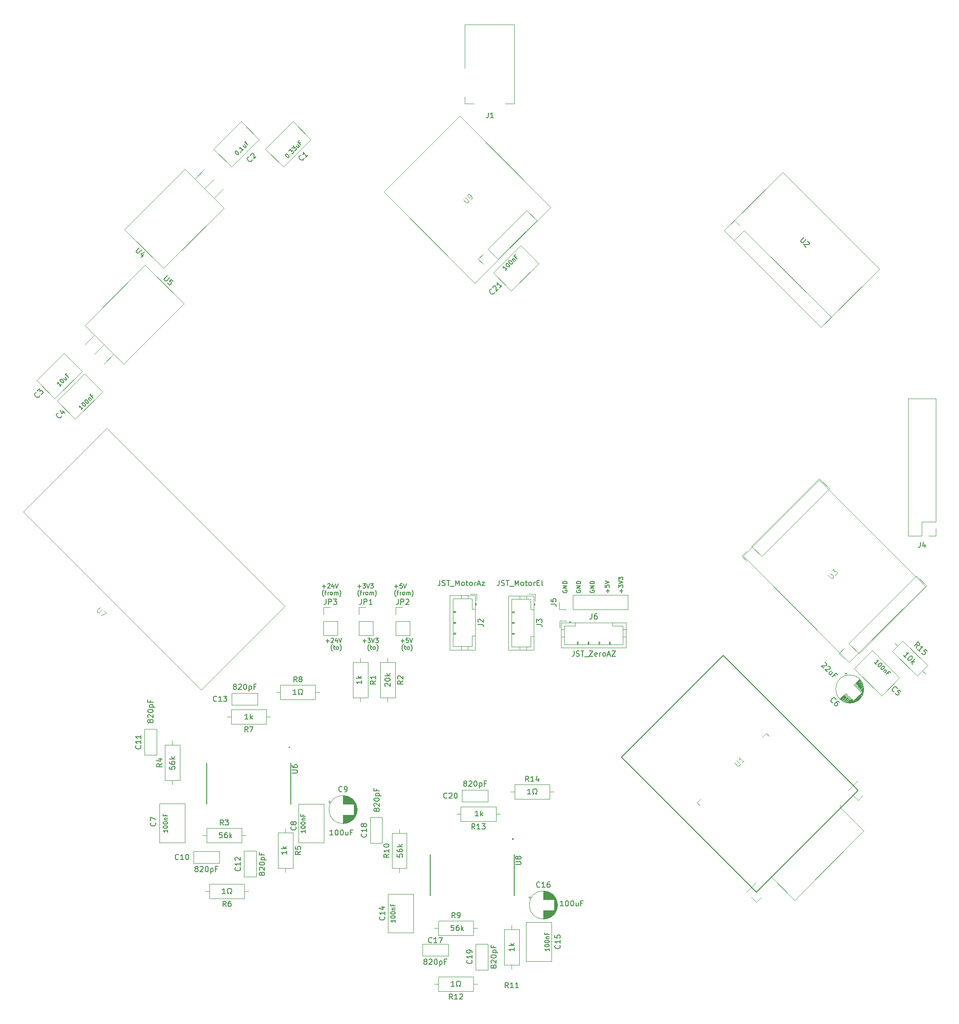
<source format=gbr>
%TF.GenerationSoftware,KiCad,Pcbnew,7.0.6*%
%TF.CreationDate,2023-09-01T14:16:42+02:00*%
%TF.ProjectId,gs,67732e6b-6963-4616-945f-706362585858,rev?*%
%TF.SameCoordinates,Original*%
%TF.FileFunction,Legend,Top*%
%TF.FilePolarity,Positive*%
%FSLAX46Y46*%
G04 Gerber Fmt 4.6, Leading zero omitted, Abs format (unit mm)*
G04 Created by KiCad (PCBNEW 7.0.6) date 2023-09-01 14:16:42*
%MOMM*%
%LPD*%
G01*
G04 APERTURE LIST*
%ADD10C,0.150000*%
%ADD11C,0.100000*%
%ADD12C,0.120000*%
%ADD13C,0.127000*%
%ADD14C,0.200000*%
G04 APERTURE END LIST*
D10*
X182407160Y-156035533D02*
X183016684Y-156035533D01*
X182711922Y-156340295D02*
X182711922Y-155730771D01*
X183359540Y-155616485D02*
X183397636Y-155578390D01*
X183397636Y-155578390D02*
X183473826Y-155540295D01*
X183473826Y-155540295D02*
X183664302Y-155540295D01*
X183664302Y-155540295D02*
X183740493Y-155578390D01*
X183740493Y-155578390D02*
X183778588Y-155616485D01*
X183778588Y-155616485D02*
X183816683Y-155692676D01*
X183816683Y-155692676D02*
X183816683Y-155768866D01*
X183816683Y-155768866D02*
X183778588Y-155883152D01*
X183778588Y-155883152D02*
X183321445Y-156340295D01*
X183321445Y-156340295D02*
X183816683Y-156340295D01*
X184502398Y-155806961D02*
X184502398Y-156340295D01*
X184311922Y-155502200D02*
X184121445Y-156073628D01*
X184121445Y-156073628D02*
X184616684Y-156073628D01*
X184807160Y-155540295D02*
X185073827Y-156340295D01*
X185073827Y-156340295D02*
X185340493Y-155540295D01*
X182635731Y-157933057D02*
X182597636Y-157894961D01*
X182597636Y-157894961D02*
X182521445Y-157780676D01*
X182521445Y-157780676D02*
X182483350Y-157704485D01*
X182483350Y-157704485D02*
X182445255Y-157590200D01*
X182445255Y-157590200D02*
X182407160Y-157399723D01*
X182407160Y-157399723D02*
X182407160Y-157247342D01*
X182407160Y-157247342D02*
X182445255Y-157056866D01*
X182445255Y-157056866D02*
X182483350Y-156942580D01*
X182483350Y-156942580D02*
X182521445Y-156866390D01*
X182521445Y-156866390D02*
X182597636Y-156752104D01*
X182597636Y-156752104D02*
X182635731Y-156714009D01*
X182826207Y-157094961D02*
X183130969Y-157094961D01*
X182940493Y-157628295D02*
X182940493Y-156942580D01*
X182940493Y-156942580D02*
X182978588Y-156866390D01*
X182978588Y-156866390D02*
X183054778Y-156828295D01*
X183054778Y-156828295D02*
X183130969Y-156828295D01*
X183397636Y-157628295D02*
X183397636Y-157094961D01*
X183397636Y-157247342D02*
X183435731Y-157171152D01*
X183435731Y-157171152D02*
X183473826Y-157133057D01*
X183473826Y-157133057D02*
X183550017Y-157094961D01*
X183550017Y-157094961D02*
X183626207Y-157094961D01*
X184007159Y-157628295D02*
X183930969Y-157590200D01*
X183930969Y-157590200D02*
X183892874Y-157552104D01*
X183892874Y-157552104D02*
X183854778Y-157475914D01*
X183854778Y-157475914D02*
X183854778Y-157247342D01*
X183854778Y-157247342D02*
X183892874Y-157171152D01*
X183892874Y-157171152D02*
X183930969Y-157133057D01*
X183930969Y-157133057D02*
X184007159Y-157094961D01*
X184007159Y-157094961D02*
X184121445Y-157094961D01*
X184121445Y-157094961D02*
X184197636Y-157133057D01*
X184197636Y-157133057D02*
X184235731Y-157171152D01*
X184235731Y-157171152D02*
X184273826Y-157247342D01*
X184273826Y-157247342D02*
X184273826Y-157475914D01*
X184273826Y-157475914D02*
X184235731Y-157552104D01*
X184235731Y-157552104D02*
X184197636Y-157590200D01*
X184197636Y-157590200D02*
X184121445Y-157628295D01*
X184121445Y-157628295D02*
X184007159Y-157628295D01*
X184616684Y-157628295D02*
X184616684Y-157094961D01*
X184616684Y-157171152D02*
X184654779Y-157133057D01*
X184654779Y-157133057D02*
X184730969Y-157094961D01*
X184730969Y-157094961D02*
X184845255Y-157094961D01*
X184845255Y-157094961D02*
X184921446Y-157133057D01*
X184921446Y-157133057D02*
X184959541Y-157209247D01*
X184959541Y-157209247D02*
X184959541Y-157628295D01*
X184959541Y-157209247D02*
X184997636Y-157133057D01*
X184997636Y-157133057D02*
X185073827Y-157094961D01*
X185073827Y-157094961D02*
X185188112Y-157094961D01*
X185188112Y-157094961D02*
X185264303Y-157133057D01*
X185264303Y-157133057D02*
X185302398Y-157209247D01*
X185302398Y-157209247D02*
X185302398Y-157628295D01*
X185607160Y-157933057D02*
X185645255Y-157894961D01*
X185645255Y-157894961D02*
X185721446Y-157780676D01*
X185721446Y-157780676D02*
X185759541Y-157704485D01*
X185759541Y-157704485D02*
X185797636Y-157590200D01*
X185797636Y-157590200D02*
X185835732Y-157399723D01*
X185835732Y-157399723D02*
X185835732Y-157247342D01*
X185835732Y-157247342D02*
X185797636Y-157056866D01*
X185797636Y-157056866D02*
X185759541Y-156942580D01*
X185759541Y-156942580D02*
X185721446Y-156866390D01*
X185721446Y-156866390D02*
X185645255Y-156752104D01*
X185645255Y-156752104D02*
X185607160Y-156714009D01*
X195869160Y-156035533D02*
X196478684Y-156035533D01*
X196173922Y-156340295D02*
X196173922Y-155730771D01*
X197240588Y-155540295D02*
X196859636Y-155540295D01*
X196859636Y-155540295D02*
X196821540Y-155921247D01*
X196821540Y-155921247D02*
X196859636Y-155883152D01*
X196859636Y-155883152D02*
X196935826Y-155845057D01*
X196935826Y-155845057D02*
X197126302Y-155845057D01*
X197126302Y-155845057D02*
X197202493Y-155883152D01*
X197202493Y-155883152D02*
X197240588Y-155921247D01*
X197240588Y-155921247D02*
X197278683Y-155997438D01*
X197278683Y-155997438D02*
X197278683Y-156187914D01*
X197278683Y-156187914D02*
X197240588Y-156264104D01*
X197240588Y-156264104D02*
X197202493Y-156302200D01*
X197202493Y-156302200D02*
X197126302Y-156340295D01*
X197126302Y-156340295D02*
X196935826Y-156340295D01*
X196935826Y-156340295D02*
X196859636Y-156302200D01*
X196859636Y-156302200D02*
X196821540Y-156264104D01*
X197507255Y-155540295D02*
X197773922Y-156340295D01*
X197773922Y-156340295D02*
X198040588Y-155540295D01*
X196097731Y-157933057D02*
X196059636Y-157894961D01*
X196059636Y-157894961D02*
X195983445Y-157780676D01*
X195983445Y-157780676D02*
X195945350Y-157704485D01*
X195945350Y-157704485D02*
X195907255Y-157590200D01*
X195907255Y-157590200D02*
X195869160Y-157399723D01*
X195869160Y-157399723D02*
X195869160Y-157247342D01*
X195869160Y-157247342D02*
X195907255Y-157056866D01*
X195907255Y-157056866D02*
X195945350Y-156942580D01*
X195945350Y-156942580D02*
X195983445Y-156866390D01*
X195983445Y-156866390D02*
X196059636Y-156752104D01*
X196059636Y-156752104D02*
X196097731Y-156714009D01*
X196288207Y-157094961D02*
X196592969Y-157094961D01*
X196402493Y-157628295D02*
X196402493Y-156942580D01*
X196402493Y-156942580D02*
X196440588Y-156866390D01*
X196440588Y-156866390D02*
X196516778Y-156828295D01*
X196516778Y-156828295D02*
X196592969Y-156828295D01*
X196859636Y-157628295D02*
X196859636Y-157094961D01*
X196859636Y-157247342D02*
X196897731Y-157171152D01*
X196897731Y-157171152D02*
X196935826Y-157133057D01*
X196935826Y-157133057D02*
X197012017Y-157094961D01*
X197012017Y-157094961D02*
X197088207Y-157094961D01*
X197469159Y-157628295D02*
X197392969Y-157590200D01*
X197392969Y-157590200D02*
X197354874Y-157552104D01*
X197354874Y-157552104D02*
X197316778Y-157475914D01*
X197316778Y-157475914D02*
X197316778Y-157247342D01*
X197316778Y-157247342D02*
X197354874Y-157171152D01*
X197354874Y-157171152D02*
X197392969Y-157133057D01*
X197392969Y-157133057D02*
X197469159Y-157094961D01*
X197469159Y-157094961D02*
X197583445Y-157094961D01*
X197583445Y-157094961D02*
X197659636Y-157133057D01*
X197659636Y-157133057D02*
X197697731Y-157171152D01*
X197697731Y-157171152D02*
X197735826Y-157247342D01*
X197735826Y-157247342D02*
X197735826Y-157475914D01*
X197735826Y-157475914D02*
X197697731Y-157552104D01*
X197697731Y-157552104D02*
X197659636Y-157590200D01*
X197659636Y-157590200D02*
X197583445Y-157628295D01*
X197583445Y-157628295D02*
X197469159Y-157628295D01*
X198078684Y-157628295D02*
X198078684Y-157094961D01*
X198078684Y-157171152D02*
X198116779Y-157133057D01*
X198116779Y-157133057D02*
X198192969Y-157094961D01*
X198192969Y-157094961D02*
X198307255Y-157094961D01*
X198307255Y-157094961D02*
X198383446Y-157133057D01*
X198383446Y-157133057D02*
X198421541Y-157209247D01*
X198421541Y-157209247D02*
X198421541Y-157628295D01*
X198421541Y-157209247D02*
X198459636Y-157133057D01*
X198459636Y-157133057D02*
X198535827Y-157094961D01*
X198535827Y-157094961D02*
X198650112Y-157094961D01*
X198650112Y-157094961D02*
X198726303Y-157133057D01*
X198726303Y-157133057D02*
X198764398Y-157209247D01*
X198764398Y-157209247D02*
X198764398Y-157628295D01*
X199069160Y-157933057D02*
X199107255Y-157894961D01*
X199107255Y-157894961D02*
X199183446Y-157780676D01*
X199183446Y-157780676D02*
X199221541Y-157704485D01*
X199221541Y-157704485D02*
X199259636Y-157590200D01*
X199259636Y-157590200D02*
X199297732Y-157399723D01*
X199297732Y-157399723D02*
X199297732Y-157247342D01*
X199297732Y-157247342D02*
X199259636Y-157056866D01*
X199259636Y-157056866D02*
X199221541Y-156942580D01*
X199221541Y-156942580D02*
X199183446Y-156866390D01*
X199183446Y-156866390D02*
X199107255Y-156752104D01*
X199107255Y-156752104D02*
X199069160Y-156714009D01*
X235555533Y-157190839D02*
X235555533Y-156581316D01*
X235860295Y-156886077D02*
X235250771Y-156886077D01*
X235060295Y-155819411D02*
X235060295Y-156200363D01*
X235060295Y-156200363D02*
X235441247Y-156238459D01*
X235441247Y-156238459D02*
X235403152Y-156200363D01*
X235403152Y-156200363D02*
X235365057Y-156124173D01*
X235365057Y-156124173D02*
X235365057Y-155933697D01*
X235365057Y-155933697D02*
X235403152Y-155857506D01*
X235403152Y-155857506D02*
X235441247Y-155819411D01*
X235441247Y-155819411D02*
X235517438Y-155781316D01*
X235517438Y-155781316D02*
X235707914Y-155781316D01*
X235707914Y-155781316D02*
X235784104Y-155819411D01*
X235784104Y-155819411D02*
X235822200Y-155857506D01*
X235822200Y-155857506D02*
X235860295Y-155933697D01*
X235860295Y-155933697D02*
X235860295Y-156124173D01*
X235860295Y-156124173D02*
X235822200Y-156200363D01*
X235822200Y-156200363D02*
X235784104Y-156238459D01*
X235060295Y-155552744D02*
X235860295Y-155286077D01*
X235860295Y-155286077D02*
X235060295Y-155019411D01*
X238095533Y-157190839D02*
X238095533Y-156581316D01*
X238400295Y-156886077D02*
X237790771Y-156886077D01*
X237600295Y-156276554D02*
X237600295Y-155781316D01*
X237600295Y-155781316D02*
X237905057Y-156047982D01*
X237905057Y-156047982D02*
X237905057Y-155933697D01*
X237905057Y-155933697D02*
X237943152Y-155857506D01*
X237943152Y-155857506D02*
X237981247Y-155819411D01*
X237981247Y-155819411D02*
X238057438Y-155781316D01*
X238057438Y-155781316D02*
X238247914Y-155781316D01*
X238247914Y-155781316D02*
X238324104Y-155819411D01*
X238324104Y-155819411D02*
X238362200Y-155857506D01*
X238362200Y-155857506D02*
X238400295Y-155933697D01*
X238400295Y-155933697D02*
X238400295Y-156162268D01*
X238400295Y-156162268D02*
X238362200Y-156238459D01*
X238362200Y-156238459D02*
X238324104Y-156276554D01*
X237600295Y-155552744D02*
X238400295Y-155286077D01*
X238400295Y-155286077D02*
X237600295Y-155019411D01*
X237600295Y-154828935D02*
X237600295Y-154333697D01*
X237600295Y-154333697D02*
X237905057Y-154600363D01*
X237905057Y-154600363D02*
X237905057Y-154486078D01*
X237905057Y-154486078D02*
X237943152Y-154409887D01*
X237943152Y-154409887D02*
X237981247Y-154371792D01*
X237981247Y-154371792D02*
X238057438Y-154333697D01*
X238057438Y-154333697D02*
X238247914Y-154333697D01*
X238247914Y-154333697D02*
X238324104Y-154371792D01*
X238324104Y-154371792D02*
X238362200Y-154409887D01*
X238362200Y-154409887D02*
X238400295Y-154486078D01*
X238400295Y-154486078D02*
X238400295Y-154714649D01*
X238400295Y-154714649D02*
X238362200Y-154790840D01*
X238362200Y-154790840D02*
X238324104Y-154828935D01*
X227224390Y-156771792D02*
X227186295Y-156847982D01*
X227186295Y-156847982D02*
X227186295Y-156962268D01*
X227186295Y-156962268D02*
X227224390Y-157076554D01*
X227224390Y-157076554D02*
X227300580Y-157152744D01*
X227300580Y-157152744D02*
X227376771Y-157190839D01*
X227376771Y-157190839D02*
X227529152Y-157228935D01*
X227529152Y-157228935D02*
X227643438Y-157228935D01*
X227643438Y-157228935D02*
X227795819Y-157190839D01*
X227795819Y-157190839D02*
X227872009Y-157152744D01*
X227872009Y-157152744D02*
X227948200Y-157076554D01*
X227948200Y-157076554D02*
X227986295Y-156962268D01*
X227986295Y-156962268D02*
X227986295Y-156886077D01*
X227986295Y-156886077D02*
X227948200Y-156771792D01*
X227948200Y-156771792D02*
X227910104Y-156733696D01*
X227910104Y-156733696D02*
X227643438Y-156733696D01*
X227643438Y-156733696D02*
X227643438Y-156886077D01*
X227986295Y-156390839D02*
X227186295Y-156390839D01*
X227186295Y-156390839D02*
X227986295Y-155933696D01*
X227986295Y-155933696D02*
X227186295Y-155933696D01*
X227986295Y-155552744D02*
X227186295Y-155552744D01*
X227186295Y-155552744D02*
X227186295Y-155362268D01*
X227186295Y-155362268D02*
X227224390Y-155247982D01*
X227224390Y-155247982D02*
X227300580Y-155171792D01*
X227300580Y-155171792D02*
X227376771Y-155133697D01*
X227376771Y-155133697D02*
X227529152Y-155095601D01*
X227529152Y-155095601D02*
X227643438Y-155095601D01*
X227643438Y-155095601D02*
X227795819Y-155133697D01*
X227795819Y-155133697D02*
X227872009Y-155171792D01*
X227872009Y-155171792D02*
X227948200Y-155247982D01*
X227948200Y-155247982D02*
X227986295Y-155362268D01*
X227986295Y-155362268D02*
X227986295Y-155552744D01*
X189931792Y-166195533D02*
X190541316Y-166195533D01*
X190236554Y-166500295D02*
X190236554Y-165890771D01*
X190846077Y-165700295D02*
X191341315Y-165700295D01*
X191341315Y-165700295D02*
X191074649Y-166005057D01*
X191074649Y-166005057D02*
X191188934Y-166005057D01*
X191188934Y-166005057D02*
X191265125Y-166043152D01*
X191265125Y-166043152D02*
X191303220Y-166081247D01*
X191303220Y-166081247D02*
X191341315Y-166157438D01*
X191341315Y-166157438D02*
X191341315Y-166347914D01*
X191341315Y-166347914D02*
X191303220Y-166424104D01*
X191303220Y-166424104D02*
X191265125Y-166462200D01*
X191265125Y-166462200D02*
X191188934Y-166500295D01*
X191188934Y-166500295D02*
X190960363Y-166500295D01*
X190960363Y-166500295D02*
X190884172Y-166462200D01*
X190884172Y-166462200D02*
X190846077Y-166424104D01*
X191569887Y-165700295D02*
X191836554Y-166500295D01*
X191836554Y-166500295D02*
X192103220Y-165700295D01*
X192293696Y-165700295D02*
X192788934Y-165700295D01*
X192788934Y-165700295D02*
X192522268Y-166005057D01*
X192522268Y-166005057D02*
X192636553Y-166005057D01*
X192636553Y-166005057D02*
X192712744Y-166043152D01*
X192712744Y-166043152D02*
X192750839Y-166081247D01*
X192750839Y-166081247D02*
X192788934Y-166157438D01*
X192788934Y-166157438D02*
X192788934Y-166347914D01*
X192788934Y-166347914D02*
X192750839Y-166424104D01*
X192750839Y-166424104D02*
X192712744Y-166462200D01*
X192712744Y-166462200D02*
X192636553Y-166500295D01*
X192636553Y-166500295D02*
X192407982Y-166500295D01*
X192407982Y-166500295D02*
X192331791Y-166462200D01*
X192331791Y-166462200D02*
X192293696Y-166424104D01*
X191112744Y-168093057D02*
X191074649Y-168054961D01*
X191074649Y-168054961D02*
X190998458Y-167940676D01*
X190998458Y-167940676D02*
X190960363Y-167864485D01*
X190960363Y-167864485D02*
X190922268Y-167750200D01*
X190922268Y-167750200D02*
X190884173Y-167559723D01*
X190884173Y-167559723D02*
X190884173Y-167407342D01*
X190884173Y-167407342D02*
X190922268Y-167216866D01*
X190922268Y-167216866D02*
X190960363Y-167102580D01*
X190960363Y-167102580D02*
X190998458Y-167026390D01*
X190998458Y-167026390D02*
X191074649Y-166912104D01*
X191074649Y-166912104D02*
X191112744Y-166874009D01*
X191303220Y-167254961D02*
X191607982Y-167254961D01*
X191417506Y-166988295D02*
X191417506Y-167674009D01*
X191417506Y-167674009D02*
X191455601Y-167750200D01*
X191455601Y-167750200D02*
X191531791Y-167788295D01*
X191531791Y-167788295D02*
X191607982Y-167788295D01*
X191988934Y-167788295D02*
X191912744Y-167750200D01*
X191912744Y-167750200D02*
X191874649Y-167712104D01*
X191874649Y-167712104D02*
X191836553Y-167635914D01*
X191836553Y-167635914D02*
X191836553Y-167407342D01*
X191836553Y-167407342D02*
X191874649Y-167331152D01*
X191874649Y-167331152D02*
X191912744Y-167293057D01*
X191912744Y-167293057D02*
X191988934Y-167254961D01*
X191988934Y-167254961D02*
X192103220Y-167254961D01*
X192103220Y-167254961D02*
X192179411Y-167293057D01*
X192179411Y-167293057D02*
X192217506Y-167331152D01*
X192217506Y-167331152D02*
X192255601Y-167407342D01*
X192255601Y-167407342D02*
X192255601Y-167635914D01*
X192255601Y-167635914D02*
X192217506Y-167712104D01*
X192217506Y-167712104D02*
X192179411Y-167750200D01*
X192179411Y-167750200D02*
X192103220Y-167788295D01*
X192103220Y-167788295D02*
X191988934Y-167788295D01*
X192522268Y-168093057D02*
X192560363Y-168054961D01*
X192560363Y-168054961D02*
X192636554Y-167940676D01*
X192636554Y-167940676D02*
X192674649Y-167864485D01*
X192674649Y-167864485D02*
X192712744Y-167750200D01*
X192712744Y-167750200D02*
X192750840Y-167559723D01*
X192750840Y-167559723D02*
X192750840Y-167407342D01*
X192750840Y-167407342D02*
X192712744Y-167216866D01*
X192712744Y-167216866D02*
X192674649Y-167102580D01*
X192674649Y-167102580D02*
X192636554Y-167026390D01*
X192636554Y-167026390D02*
X192560363Y-166912104D01*
X192560363Y-166912104D02*
X192522268Y-166874009D01*
X232304390Y-156771792D02*
X232266295Y-156847982D01*
X232266295Y-156847982D02*
X232266295Y-156962268D01*
X232266295Y-156962268D02*
X232304390Y-157076554D01*
X232304390Y-157076554D02*
X232380580Y-157152744D01*
X232380580Y-157152744D02*
X232456771Y-157190839D01*
X232456771Y-157190839D02*
X232609152Y-157228935D01*
X232609152Y-157228935D02*
X232723438Y-157228935D01*
X232723438Y-157228935D02*
X232875819Y-157190839D01*
X232875819Y-157190839D02*
X232952009Y-157152744D01*
X232952009Y-157152744D02*
X233028200Y-157076554D01*
X233028200Y-157076554D02*
X233066295Y-156962268D01*
X233066295Y-156962268D02*
X233066295Y-156886077D01*
X233066295Y-156886077D02*
X233028200Y-156771792D01*
X233028200Y-156771792D02*
X232990104Y-156733696D01*
X232990104Y-156733696D02*
X232723438Y-156733696D01*
X232723438Y-156733696D02*
X232723438Y-156886077D01*
X233066295Y-156390839D02*
X232266295Y-156390839D01*
X232266295Y-156390839D02*
X233066295Y-155933696D01*
X233066295Y-155933696D02*
X232266295Y-155933696D01*
X233066295Y-155552744D02*
X232266295Y-155552744D01*
X232266295Y-155552744D02*
X232266295Y-155362268D01*
X232266295Y-155362268D02*
X232304390Y-155247982D01*
X232304390Y-155247982D02*
X232380580Y-155171792D01*
X232380580Y-155171792D02*
X232456771Y-155133697D01*
X232456771Y-155133697D02*
X232609152Y-155095601D01*
X232609152Y-155095601D02*
X232723438Y-155095601D01*
X232723438Y-155095601D02*
X232875819Y-155133697D01*
X232875819Y-155133697D02*
X232952009Y-155171792D01*
X232952009Y-155171792D02*
X233028200Y-155247982D01*
X233028200Y-155247982D02*
X233066295Y-155362268D01*
X233066295Y-155362268D02*
X233066295Y-155552744D01*
X189011160Y-156035533D02*
X189620684Y-156035533D01*
X189315922Y-156340295D02*
X189315922Y-155730771D01*
X189925445Y-155540295D02*
X190420683Y-155540295D01*
X190420683Y-155540295D02*
X190154017Y-155845057D01*
X190154017Y-155845057D02*
X190268302Y-155845057D01*
X190268302Y-155845057D02*
X190344493Y-155883152D01*
X190344493Y-155883152D02*
X190382588Y-155921247D01*
X190382588Y-155921247D02*
X190420683Y-155997438D01*
X190420683Y-155997438D02*
X190420683Y-156187914D01*
X190420683Y-156187914D02*
X190382588Y-156264104D01*
X190382588Y-156264104D02*
X190344493Y-156302200D01*
X190344493Y-156302200D02*
X190268302Y-156340295D01*
X190268302Y-156340295D02*
X190039731Y-156340295D01*
X190039731Y-156340295D02*
X189963540Y-156302200D01*
X189963540Y-156302200D02*
X189925445Y-156264104D01*
X190649255Y-155540295D02*
X190915922Y-156340295D01*
X190915922Y-156340295D02*
X191182588Y-155540295D01*
X191373064Y-155540295D02*
X191868302Y-155540295D01*
X191868302Y-155540295D02*
X191601636Y-155845057D01*
X191601636Y-155845057D02*
X191715921Y-155845057D01*
X191715921Y-155845057D02*
X191792112Y-155883152D01*
X191792112Y-155883152D02*
X191830207Y-155921247D01*
X191830207Y-155921247D02*
X191868302Y-155997438D01*
X191868302Y-155997438D02*
X191868302Y-156187914D01*
X191868302Y-156187914D02*
X191830207Y-156264104D01*
X191830207Y-156264104D02*
X191792112Y-156302200D01*
X191792112Y-156302200D02*
X191715921Y-156340295D01*
X191715921Y-156340295D02*
X191487350Y-156340295D01*
X191487350Y-156340295D02*
X191411159Y-156302200D01*
X191411159Y-156302200D02*
X191373064Y-156264104D01*
X189239731Y-157933057D02*
X189201636Y-157894961D01*
X189201636Y-157894961D02*
X189125445Y-157780676D01*
X189125445Y-157780676D02*
X189087350Y-157704485D01*
X189087350Y-157704485D02*
X189049255Y-157590200D01*
X189049255Y-157590200D02*
X189011160Y-157399723D01*
X189011160Y-157399723D02*
X189011160Y-157247342D01*
X189011160Y-157247342D02*
X189049255Y-157056866D01*
X189049255Y-157056866D02*
X189087350Y-156942580D01*
X189087350Y-156942580D02*
X189125445Y-156866390D01*
X189125445Y-156866390D02*
X189201636Y-156752104D01*
X189201636Y-156752104D02*
X189239731Y-156714009D01*
X189430207Y-157094961D02*
X189734969Y-157094961D01*
X189544493Y-157628295D02*
X189544493Y-156942580D01*
X189544493Y-156942580D02*
X189582588Y-156866390D01*
X189582588Y-156866390D02*
X189658778Y-156828295D01*
X189658778Y-156828295D02*
X189734969Y-156828295D01*
X190001636Y-157628295D02*
X190001636Y-157094961D01*
X190001636Y-157247342D02*
X190039731Y-157171152D01*
X190039731Y-157171152D02*
X190077826Y-157133057D01*
X190077826Y-157133057D02*
X190154017Y-157094961D01*
X190154017Y-157094961D02*
X190230207Y-157094961D01*
X190611159Y-157628295D02*
X190534969Y-157590200D01*
X190534969Y-157590200D02*
X190496874Y-157552104D01*
X190496874Y-157552104D02*
X190458778Y-157475914D01*
X190458778Y-157475914D02*
X190458778Y-157247342D01*
X190458778Y-157247342D02*
X190496874Y-157171152D01*
X190496874Y-157171152D02*
X190534969Y-157133057D01*
X190534969Y-157133057D02*
X190611159Y-157094961D01*
X190611159Y-157094961D02*
X190725445Y-157094961D01*
X190725445Y-157094961D02*
X190801636Y-157133057D01*
X190801636Y-157133057D02*
X190839731Y-157171152D01*
X190839731Y-157171152D02*
X190877826Y-157247342D01*
X190877826Y-157247342D02*
X190877826Y-157475914D01*
X190877826Y-157475914D02*
X190839731Y-157552104D01*
X190839731Y-157552104D02*
X190801636Y-157590200D01*
X190801636Y-157590200D02*
X190725445Y-157628295D01*
X190725445Y-157628295D02*
X190611159Y-157628295D01*
X191220684Y-157628295D02*
X191220684Y-157094961D01*
X191220684Y-157171152D02*
X191258779Y-157133057D01*
X191258779Y-157133057D02*
X191334969Y-157094961D01*
X191334969Y-157094961D02*
X191449255Y-157094961D01*
X191449255Y-157094961D02*
X191525446Y-157133057D01*
X191525446Y-157133057D02*
X191563541Y-157209247D01*
X191563541Y-157209247D02*
X191563541Y-157628295D01*
X191563541Y-157209247D02*
X191601636Y-157133057D01*
X191601636Y-157133057D02*
X191677827Y-157094961D01*
X191677827Y-157094961D02*
X191792112Y-157094961D01*
X191792112Y-157094961D02*
X191868303Y-157133057D01*
X191868303Y-157133057D02*
X191906398Y-157209247D01*
X191906398Y-157209247D02*
X191906398Y-157628295D01*
X192211160Y-157933057D02*
X192249255Y-157894961D01*
X192249255Y-157894961D02*
X192325446Y-157780676D01*
X192325446Y-157780676D02*
X192363541Y-157704485D01*
X192363541Y-157704485D02*
X192401636Y-157590200D01*
X192401636Y-157590200D02*
X192439732Y-157399723D01*
X192439732Y-157399723D02*
X192439732Y-157247342D01*
X192439732Y-157247342D02*
X192401636Y-157056866D01*
X192401636Y-157056866D02*
X192363541Y-156942580D01*
X192363541Y-156942580D02*
X192325446Y-156866390D01*
X192325446Y-156866390D02*
X192249255Y-156752104D01*
X192249255Y-156752104D02*
X192211160Y-156714009D01*
X183073792Y-166195533D02*
X183683316Y-166195533D01*
X183378554Y-166500295D02*
X183378554Y-165890771D01*
X184026172Y-165776485D02*
X184064268Y-165738390D01*
X184064268Y-165738390D02*
X184140458Y-165700295D01*
X184140458Y-165700295D02*
X184330934Y-165700295D01*
X184330934Y-165700295D02*
X184407125Y-165738390D01*
X184407125Y-165738390D02*
X184445220Y-165776485D01*
X184445220Y-165776485D02*
X184483315Y-165852676D01*
X184483315Y-165852676D02*
X184483315Y-165928866D01*
X184483315Y-165928866D02*
X184445220Y-166043152D01*
X184445220Y-166043152D02*
X183988077Y-166500295D01*
X183988077Y-166500295D02*
X184483315Y-166500295D01*
X185169030Y-165966961D02*
X185169030Y-166500295D01*
X184978554Y-165662200D02*
X184788077Y-166233628D01*
X184788077Y-166233628D02*
X185283316Y-166233628D01*
X185473792Y-165700295D02*
X185740459Y-166500295D01*
X185740459Y-166500295D02*
X186007125Y-165700295D01*
X184254744Y-168093057D02*
X184216649Y-168054961D01*
X184216649Y-168054961D02*
X184140458Y-167940676D01*
X184140458Y-167940676D02*
X184102363Y-167864485D01*
X184102363Y-167864485D02*
X184064268Y-167750200D01*
X184064268Y-167750200D02*
X184026173Y-167559723D01*
X184026173Y-167559723D02*
X184026173Y-167407342D01*
X184026173Y-167407342D02*
X184064268Y-167216866D01*
X184064268Y-167216866D02*
X184102363Y-167102580D01*
X184102363Y-167102580D02*
X184140458Y-167026390D01*
X184140458Y-167026390D02*
X184216649Y-166912104D01*
X184216649Y-166912104D02*
X184254744Y-166874009D01*
X184445220Y-167254961D02*
X184749982Y-167254961D01*
X184559506Y-166988295D02*
X184559506Y-167674009D01*
X184559506Y-167674009D02*
X184597601Y-167750200D01*
X184597601Y-167750200D02*
X184673791Y-167788295D01*
X184673791Y-167788295D02*
X184749982Y-167788295D01*
X185130934Y-167788295D02*
X185054744Y-167750200D01*
X185054744Y-167750200D02*
X185016649Y-167712104D01*
X185016649Y-167712104D02*
X184978553Y-167635914D01*
X184978553Y-167635914D02*
X184978553Y-167407342D01*
X184978553Y-167407342D02*
X185016649Y-167331152D01*
X185016649Y-167331152D02*
X185054744Y-167293057D01*
X185054744Y-167293057D02*
X185130934Y-167254961D01*
X185130934Y-167254961D02*
X185245220Y-167254961D01*
X185245220Y-167254961D02*
X185321411Y-167293057D01*
X185321411Y-167293057D02*
X185359506Y-167331152D01*
X185359506Y-167331152D02*
X185397601Y-167407342D01*
X185397601Y-167407342D02*
X185397601Y-167635914D01*
X185397601Y-167635914D02*
X185359506Y-167712104D01*
X185359506Y-167712104D02*
X185321411Y-167750200D01*
X185321411Y-167750200D02*
X185245220Y-167788295D01*
X185245220Y-167788295D02*
X185130934Y-167788295D01*
X185664268Y-168093057D02*
X185702363Y-168054961D01*
X185702363Y-168054961D02*
X185778554Y-167940676D01*
X185778554Y-167940676D02*
X185816649Y-167864485D01*
X185816649Y-167864485D02*
X185854744Y-167750200D01*
X185854744Y-167750200D02*
X185892840Y-167559723D01*
X185892840Y-167559723D02*
X185892840Y-167407342D01*
X185892840Y-167407342D02*
X185854744Y-167216866D01*
X185854744Y-167216866D02*
X185816649Y-167102580D01*
X185816649Y-167102580D02*
X185778554Y-167026390D01*
X185778554Y-167026390D02*
X185702363Y-166912104D01*
X185702363Y-166912104D02*
X185664268Y-166874009D01*
X197043697Y-166195533D02*
X197653221Y-166195533D01*
X197348459Y-166500295D02*
X197348459Y-165890771D01*
X198415125Y-165700295D02*
X198034173Y-165700295D01*
X198034173Y-165700295D02*
X197996077Y-166081247D01*
X197996077Y-166081247D02*
X198034173Y-166043152D01*
X198034173Y-166043152D02*
X198110363Y-166005057D01*
X198110363Y-166005057D02*
X198300839Y-166005057D01*
X198300839Y-166005057D02*
X198377030Y-166043152D01*
X198377030Y-166043152D02*
X198415125Y-166081247D01*
X198415125Y-166081247D02*
X198453220Y-166157438D01*
X198453220Y-166157438D02*
X198453220Y-166347914D01*
X198453220Y-166347914D02*
X198415125Y-166424104D01*
X198415125Y-166424104D02*
X198377030Y-166462200D01*
X198377030Y-166462200D02*
X198300839Y-166500295D01*
X198300839Y-166500295D02*
X198110363Y-166500295D01*
X198110363Y-166500295D02*
X198034173Y-166462200D01*
X198034173Y-166462200D02*
X197996077Y-166424104D01*
X198681792Y-165700295D02*
X198948459Y-166500295D01*
X198948459Y-166500295D02*
X199215125Y-165700295D01*
X197462744Y-168093057D02*
X197424649Y-168054961D01*
X197424649Y-168054961D02*
X197348458Y-167940676D01*
X197348458Y-167940676D02*
X197310363Y-167864485D01*
X197310363Y-167864485D02*
X197272268Y-167750200D01*
X197272268Y-167750200D02*
X197234173Y-167559723D01*
X197234173Y-167559723D02*
X197234173Y-167407342D01*
X197234173Y-167407342D02*
X197272268Y-167216866D01*
X197272268Y-167216866D02*
X197310363Y-167102580D01*
X197310363Y-167102580D02*
X197348458Y-167026390D01*
X197348458Y-167026390D02*
X197424649Y-166912104D01*
X197424649Y-166912104D02*
X197462744Y-166874009D01*
X197653220Y-167254961D02*
X197957982Y-167254961D01*
X197767506Y-166988295D02*
X197767506Y-167674009D01*
X197767506Y-167674009D02*
X197805601Y-167750200D01*
X197805601Y-167750200D02*
X197881791Y-167788295D01*
X197881791Y-167788295D02*
X197957982Y-167788295D01*
X198338934Y-167788295D02*
X198262744Y-167750200D01*
X198262744Y-167750200D02*
X198224649Y-167712104D01*
X198224649Y-167712104D02*
X198186553Y-167635914D01*
X198186553Y-167635914D02*
X198186553Y-167407342D01*
X198186553Y-167407342D02*
X198224649Y-167331152D01*
X198224649Y-167331152D02*
X198262744Y-167293057D01*
X198262744Y-167293057D02*
X198338934Y-167254961D01*
X198338934Y-167254961D02*
X198453220Y-167254961D01*
X198453220Y-167254961D02*
X198529411Y-167293057D01*
X198529411Y-167293057D02*
X198567506Y-167331152D01*
X198567506Y-167331152D02*
X198605601Y-167407342D01*
X198605601Y-167407342D02*
X198605601Y-167635914D01*
X198605601Y-167635914D02*
X198567506Y-167712104D01*
X198567506Y-167712104D02*
X198529411Y-167750200D01*
X198529411Y-167750200D02*
X198453220Y-167788295D01*
X198453220Y-167788295D02*
X198338934Y-167788295D01*
X198872268Y-168093057D02*
X198910363Y-168054961D01*
X198910363Y-168054961D02*
X198986554Y-167940676D01*
X198986554Y-167940676D02*
X199024649Y-167864485D01*
X199024649Y-167864485D02*
X199062744Y-167750200D01*
X199062744Y-167750200D02*
X199100840Y-167559723D01*
X199100840Y-167559723D02*
X199100840Y-167407342D01*
X199100840Y-167407342D02*
X199062744Y-167216866D01*
X199062744Y-167216866D02*
X199024649Y-167102580D01*
X199024649Y-167102580D02*
X198986554Y-167026390D01*
X198986554Y-167026390D02*
X198910363Y-166912104D01*
X198910363Y-166912104D02*
X198872268Y-166874009D01*
X229764390Y-156771792D02*
X229726295Y-156847982D01*
X229726295Y-156847982D02*
X229726295Y-156962268D01*
X229726295Y-156962268D02*
X229764390Y-157076554D01*
X229764390Y-157076554D02*
X229840580Y-157152744D01*
X229840580Y-157152744D02*
X229916771Y-157190839D01*
X229916771Y-157190839D02*
X230069152Y-157228935D01*
X230069152Y-157228935D02*
X230183438Y-157228935D01*
X230183438Y-157228935D02*
X230335819Y-157190839D01*
X230335819Y-157190839D02*
X230412009Y-157152744D01*
X230412009Y-157152744D02*
X230488200Y-157076554D01*
X230488200Y-157076554D02*
X230526295Y-156962268D01*
X230526295Y-156962268D02*
X230526295Y-156886077D01*
X230526295Y-156886077D02*
X230488200Y-156771792D01*
X230488200Y-156771792D02*
X230450104Y-156733696D01*
X230450104Y-156733696D02*
X230183438Y-156733696D01*
X230183438Y-156733696D02*
X230183438Y-156886077D01*
X230526295Y-156390839D02*
X229726295Y-156390839D01*
X229726295Y-156390839D02*
X230526295Y-155933696D01*
X230526295Y-155933696D02*
X229726295Y-155933696D01*
X230526295Y-155552744D02*
X229726295Y-155552744D01*
X229726295Y-155552744D02*
X229726295Y-155362268D01*
X229726295Y-155362268D02*
X229764390Y-155247982D01*
X229764390Y-155247982D02*
X229840580Y-155171792D01*
X229840580Y-155171792D02*
X229916771Y-155133697D01*
X229916771Y-155133697D02*
X230069152Y-155095601D01*
X230069152Y-155095601D02*
X230183438Y-155095601D01*
X230183438Y-155095601D02*
X230335819Y-155133697D01*
X230335819Y-155133697D02*
X230412009Y-155171792D01*
X230412009Y-155171792D02*
X230488200Y-155247982D01*
X230488200Y-155247982D02*
X230526295Y-155362268D01*
X230526295Y-155362268D02*
X230526295Y-155552744D01*
X224962819Y-159337333D02*
X225677104Y-159337333D01*
X225677104Y-159337333D02*
X225819961Y-159384952D01*
X225819961Y-159384952D02*
X225915200Y-159480190D01*
X225915200Y-159480190D02*
X225962819Y-159623047D01*
X225962819Y-159623047D02*
X225962819Y-159718285D01*
X224962819Y-158384952D02*
X224962819Y-158861142D01*
X224962819Y-158861142D02*
X225439009Y-158908761D01*
X225439009Y-158908761D02*
X225391390Y-158861142D01*
X225391390Y-158861142D02*
X225343771Y-158765904D01*
X225343771Y-158765904D02*
X225343771Y-158527809D01*
X225343771Y-158527809D02*
X225391390Y-158432571D01*
X225391390Y-158432571D02*
X225439009Y-158384952D01*
X225439009Y-158384952D02*
X225534247Y-158337333D01*
X225534247Y-158337333D02*
X225772342Y-158337333D01*
X225772342Y-158337333D02*
X225867580Y-158384952D01*
X225867580Y-158384952D02*
X225915200Y-158432571D01*
X225915200Y-158432571D02*
X225962819Y-158527809D01*
X225962819Y-158527809D02*
X225962819Y-158765904D01*
X225962819Y-158765904D02*
X225915200Y-158861142D01*
X225915200Y-158861142D02*
X225867580Y-158908761D01*
X220845142Y-192394819D02*
X220511809Y-191918628D01*
X220273714Y-192394819D02*
X220273714Y-191394819D01*
X220273714Y-191394819D02*
X220654666Y-191394819D01*
X220654666Y-191394819D02*
X220749904Y-191442438D01*
X220749904Y-191442438D02*
X220797523Y-191490057D01*
X220797523Y-191490057D02*
X220845142Y-191585295D01*
X220845142Y-191585295D02*
X220845142Y-191728152D01*
X220845142Y-191728152D02*
X220797523Y-191823390D01*
X220797523Y-191823390D02*
X220749904Y-191871009D01*
X220749904Y-191871009D02*
X220654666Y-191918628D01*
X220654666Y-191918628D02*
X220273714Y-191918628D01*
X221797523Y-192394819D02*
X221226095Y-192394819D01*
X221511809Y-192394819D02*
X221511809Y-191394819D01*
X221511809Y-191394819D02*
X221416571Y-191537676D01*
X221416571Y-191537676D02*
X221321333Y-191632914D01*
X221321333Y-191632914D02*
X221226095Y-191680533D01*
X222654666Y-191728152D02*
X222654666Y-192394819D01*
X222416571Y-191347200D02*
X222178476Y-192061485D01*
X222178476Y-192061485D02*
X222797523Y-192061485D01*
X221202285Y-194764819D02*
X220630857Y-194764819D01*
X220916571Y-194764819D02*
X220916571Y-193764819D01*
X220916571Y-193764819D02*
X220821333Y-193907676D01*
X220821333Y-193907676D02*
X220726095Y-194002914D01*
X220726095Y-194002914D02*
X220630857Y-194050533D01*
X221583238Y-194764819D02*
X221821333Y-194764819D01*
X221821333Y-194764819D02*
X221821333Y-194574342D01*
X221821333Y-194574342D02*
X221726095Y-194526723D01*
X221726095Y-194526723D02*
X221630857Y-194431485D01*
X221630857Y-194431485D02*
X221583238Y-194288628D01*
X221583238Y-194288628D02*
X221583238Y-194050533D01*
X221583238Y-194050533D02*
X221630857Y-193907676D01*
X221630857Y-193907676D02*
X221726095Y-193812438D01*
X221726095Y-193812438D02*
X221868952Y-193764819D01*
X221868952Y-193764819D02*
X222059428Y-193764819D01*
X222059428Y-193764819D02*
X222202285Y-193812438D01*
X222202285Y-193812438D02*
X222297523Y-193907676D01*
X222297523Y-193907676D02*
X222345142Y-194050533D01*
X222345142Y-194050533D02*
X222345142Y-194288628D01*
X222345142Y-194288628D02*
X222297523Y-194431485D01*
X222297523Y-194431485D02*
X222202285Y-194526723D01*
X222202285Y-194526723D02*
X222107047Y-194574342D01*
X222107047Y-194574342D02*
X222107047Y-194764819D01*
X222107047Y-194764819D02*
X222345142Y-194764819D01*
X196524666Y-158414819D02*
X196524666Y-159129104D01*
X196524666Y-159129104D02*
X196477047Y-159271961D01*
X196477047Y-159271961D02*
X196381809Y-159367200D01*
X196381809Y-159367200D02*
X196238952Y-159414819D01*
X196238952Y-159414819D02*
X196143714Y-159414819D01*
X197000857Y-159414819D02*
X197000857Y-158414819D01*
X197000857Y-158414819D02*
X197381809Y-158414819D01*
X197381809Y-158414819D02*
X197477047Y-158462438D01*
X197477047Y-158462438D02*
X197524666Y-158510057D01*
X197524666Y-158510057D02*
X197572285Y-158605295D01*
X197572285Y-158605295D02*
X197572285Y-158748152D01*
X197572285Y-158748152D02*
X197524666Y-158843390D01*
X197524666Y-158843390D02*
X197477047Y-158891009D01*
X197477047Y-158891009D02*
X197381809Y-158938628D01*
X197381809Y-158938628D02*
X197000857Y-158938628D01*
X197953238Y-158510057D02*
X198000857Y-158462438D01*
X198000857Y-158462438D02*
X198096095Y-158414819D01*
X198096095Y-158414819D02*
X198334190Y-158414819D01*
X198334190Y-158414819D02*
X198429428Y-158462438D01*
X198429428Y-158462438D02*
X198477047Y-158510057D01*
X198477047Y-158510057D02*
X198524666Y-158605295D01*
X198524666Y-158605295D02*
X198524666Y-158700533D01*
X198524666Y-158700533D02*
X198477047Y-158843390D01*
X198477047Y-158843390D02*
X197905619Y-159414819D01*
X197905619Y-159414819D02*
X198524666Y-159414819D01*
X213280666Y-67780819D02*
X213280666Y-68495104D01*
X213280666Y-68495104D02*
X213233047Y-68637961D01*
X213233047Y-68637961D02*
X213137809Y-68733200D01*
X213137809Y-68733200D02*
X212994952Y-68780819D01*
X212994952Y-68780819D02*
X212899714Y-68780819D01*
X214280666Y-68780819D02*
X213709238Y-68780819D01*
X213994952Y-68780819D02*
X213994952Y-67780819D01*
X213994952Y-67780819D02*
X213899714Y-67923676D01*
X213899714Y-67923676D02*
X213804476Y-68018914D01*
X213804476Y-68018914D02*
X213709238Y-68066533D01*
D11*
X208627589Y-83975085D02*
X209200009Y-84547505D01*
X209200009Y-84547505D02*
X209301024Y-84581176D01*
X209301024Y-84581176D02*
X209368367Y-84581176D01*
X209368367Y-84581176D02*
X209469383Y-84547505D01*
X209469383Y-84547505D02*
X209604070Y-84412818D01*
X209604070Y-84412818D02*
X209637741Y-84311802D01*
X209637741Y-84311802D02*
X209637741Y-84244459D01*
X209637741Y-84244459D02*
X209604070Y-84143444D01*
X209604070Y-84143444D02*
X209031650Y-83571024D01*
X210109146Y-83907741D02*
X210243833Y-83773054D01*
X210243833Y-83773054D02*
X210277505Y-83672039D01*
X210277505Y-83672039D02*
X210277505Y-83604696D01*
X210277505Y-83604696D02*
X210243833Y-83436337D01*
X210243833Y-83436337D02*
X210142818Y-83267978D01*
X210142818Y-83267978D02*
X209873444Y-82998604D01*
X209873444Y-82998604D02*
X209772428Y-82964932D01*
X209772428Y-82964932D02*
X209705085Y-82964932D01*
X209705085Y-82964932D02*
X209604070Y-82998604D01*
X209604070Y-82998604D02*
X209469383Y-83133291D01*
X209469383Y-83133291D02*
X209435711Y-83234306D01*
X209435711Y-83234306D02*
X209435711Y-83301650D01*
X209435711Y-83301650D02*
X209469383Y-83402665D01*
X209469383Y-83402665D02*
X209637741Y-83571024D01*
X209637741Y-83571024D02*
X209738757Y-83604696D01*
X209738757Y-83604696D02*
X209806100Y-83604696D01*
X209806100Y-83604696D02*
X209907115Y-83571024D01*
X209907115Y-83571024D02*
X210041802Y-83436337D01*
X210041802Y-83436337D02*
X210075474Y-83335322D01*
X210075474Y-83335322D02*
X210075474Y-83267978D01*
X210075474Y-83267978D02*
X210041802Y-83166963D01*
D10*
X178338819Y-205398666D02*
X177862628Y-205731999D01*
X178338819Y-205970094D02*
X177338819Y-205970094D01*
X177338819Y-205970094D02*
X177338819Y-205589142D01*
X177338819Y-205589142D02*
X177386438Y-205493904D01*
X177386438Y-205493904D02*
X177434057Y-205446285D01*
X177434057Y-205446285D02*
X177529295Y-205398666D01*
X177529295Y-205398666D02*
X177672152Y-205398666D01*
X177672152Y-205398666D02*
X177767390Y-205446285D01*
X177767390Y-205446285D02*
X177815009Y-205493904D01*
X177815009Y-205493904D02*
X177862628Y-205589142D01*
X177862628Y-205589142D02*
X177862628Y-205970094D01*
X177338819Y-204493904D02*
X177338819Y-204970094D01*
X177338819Y-204970094D02*
X177815009Y-205017713D01*
X177815009Y-205017713D02*
X177767390Y-204970094D01*
X177767390Y-204970094D02*
X177719771Y-204874856D01*
X177719771Y-204874856D02*
X177719771Y-204636761D01*
X177719771Y-204636761D02*
X177767390Y-204541523D01*
X177767390Y-204541523D02*
X177815009Y-204493904D01*
X177815009Y-204493904D02*
X177910247Y-204446285D01*
X177910247Y-204446285D02*
X178148342Y-204446285D01*
X178148342Y-204446285D02*
X178243580Y-204493904D01*
X178243580Y-204493904D02*
X178291200Y-204541523D01*
X178291200Y-204541523D02*
X178338819Y-204636761D01*
X178338819Y-204636761D02*
X178338819Y-204874856D01*
X178338819Y-204874856D02*
X178291200Y-204970094D01*
X178291200Y-204970094D02*
X178243580Y-205017713D01*
X175714819Y-205351047D02*
X175714819Y-205922475D01*
X175714819Y-205636761D02*
X174714819Y-205636761D01*
X174714819Y-205636761D02*
X174857676Y-205731999D01*
X174857676Y-205731999D02*
X174952914Y-205827237D01*
X174952914Y-205827237D02*
X175000533Y-205922475D01*
X175714819Y-204922475D02*
X174714819Y-204922475D01*
X175333866Y-204827237D02*
X175714819Y-204541523D01*
X175048152Y-204541523D02*
X175429104Y-204922475D01*
X222922030Y-212001580D02*
X222874411Y-212049200D01*
X222874411Y-212049200D02*
X222731554Y-212096819D01*
X222731554Y-212096819D02*
X222636316Y-212096819D01*
X222636316Y-212096819D02*
X222493459Y-212049200D01*
X222493459Y-212049200D02*
X222398221Y-211953961D01*
X222398221Y-211953961D02*
X222350602Y-211858723D01*
X222350602Y-211858723D02*
X222302983Y-211668247D01*
X222302983Y-211668247D02*
X222302983Y-211525390D01*
X222302983Y-211525390D02*
X222350602Y-211334914D01*
X222350602Y-211334914D02*
X222398221Y-211239676D01*
X222398221Y-211239676D02*
X222493459Y-211144438D01*
X222493459Y-211144438D02*
X222636316Y-211096819D01*
X222636316Y-211096819D02*
X222731554Y-211096819D01*
X222731554Y-211096819D02*
X222874411Y-211144438D01*
X222874411Y-211144438D02*
X222922030Y-211192057D01*
X223874411Y-212096819D02*
X223302983Y-212096819D01*
X223588697Y-212096819D02*
X223588697Y-211096819D01*
X223588697Y-211096819D02*
X223493459Y-211239676D01*
X223493459Y-211239676D02*
X223398221Y-211334914D01*
X223398221Y-211334914D02*
X223302983Y-211382533D01*
X224731554Y-211096819D02*
X224541078Y-211096819D01*
X224541078Y-211096819D02*
X224445840Y-211144438D01*
X224445840Y-211144438D02*
X224398221Y-211192057D01*
X224398221Y-211192057D02*
X224302983Y-211334914D01*
X224302983Y-211334914D02*
X224255364Y-211525390D01*
X224255364Y-211525390D02*
X224255364Y-211906342D01*
X224255364Y-211906342D02*
X224302983Y-212001580D01*
X224302983Y-212001580D02*
X224350602Y-212049200D01*
X224350602Y-212049200D02*
X224445840Y-212096819D01*
X224445840Y-212096819D02*
X224636316Y-212096819D01*
X224636316Y-212096819D02*
X224731554Y-212049200D01*
X224731554Y-212049200D02*
X224779173Y-212001580D01*
X224779173Y-212001580D02*
X224826792Y-211906342D01*
X224826792Y-211906342D02*
X224826792Y-211668247D01*
X224826792Y-211668247D02*
X224779173Y-211573009D01*
X224779173Y-211573009D02*
X224731554Y-211525390D01*
X224731554Y-211525390D02*
X224636316Y-211477771D01*
X224636316Y-211477771D02*
X224445840Y-211477771D01*
X224445840Y-211477771D02*
X224350602Y-211525390D01*
X224350602Y-211525390D02*
X224302983Y-211573009D01*
X224302983Y-211573009D02*
X224255364Y-211668247D01*
X227306380Y-215592819D02*
X226734952Y-215592819D01*
X227020666Y-215592819D02*
X227020666Y-214592819D01*
X227020666Y-214592819D02*
X226925428Y-214735676D01*
X226925428Y-214735676D02*
X226830190Y-214830914D01*
X226830190Y-214830914D02*
X226734952Y-214878533D01*
X227925428Y-214592819D02*
X228020666Y-214592819D01*
X228020666Y-214592819D02*
X228115904Y-214640438D01*
X228115904Y-214640438D02*
X228163523Y-214688057D01*
X228163523Y-214688057D02*
X228211142Y-214783295D01*
X228211142Y-214783295D02*
X228258761Y-214973771D01*
X228258761Y-214973771D02*
X228258761Y-215211866D01*
X228258761Y-215211866D02*
X228211142Y-215402342D01*
X228211142Y-215402342D02*
X228163523Y-215497580D01*
X228163523Y-215497580D02*
X228115904Y-215545200D01*
X228115904Y-215545200D02*
X228020666Y-215592819D01*
X228020666Y-215592819D02*
X227925428Y-215592819D01*
X227925428Y-215592819D02*
X227830190Y-215545200D01*
X227830190Y-215545200D02*
X227782571Y-215497580D01*
X227782571Y-215497580D02*
X227734952Y-215402342D01*
X227734952Y-215402342D02*
X227687333Y-215211866D01*
X227687333Y-215211866D02*
X227687333Y-214973771D01*
X227687333Y-214973771D02*
X227734952Y-214783295D01*
X227734952Y-214783295D02*
X227782571Y-214688057D01*
X227782571Y-214688057D02*
X227830190Y-214640438D01*
X227830190Y-214640438D02*
X227925428Y-214592819D01*
X228877809Y-214592819D02*
X228973047Y-214592819D01*
X228973047Y-214592819D02*
X229068285Y-214640438D01*
X229068285Y-214640438D02*
X229115904Y-214688057D01*
X229115904Y-214688057D02*
X229163523Y-214783295D01*
X229163523Y-214783295D02*
X229211142Y-214973771D01*
X229211142Y-214973771D02*
X229211142Y-215211866D01*
X229211142Y-215211866D02*
X229163523Y-215402342D01*
X229163523Y-215402342D02*
X229115904Y-215497580D01*
X229115904Y-215497580D02*
X229068285Y-215545200D01*
X229068285Y-215545200D02*
X228973047Y-215592819D01*
X228973047Y-215592819D02*
X228877809Y-215592819D01*
X228877809Y-215592819D02*
X228782571Y-215545200D01*
X228782571Y-215545200D02*
X228734952Y-215497580D01*
X228734952Y-215497580D02*
X228687333Y-215402342D01*
X228687333Y-215402342D02*
X228639714Y-215211866D01*
X228639714Y-215211866D02*
X228639714Y-214973771D01*
X228639714Y-214973771D02*
X228687333Y-214783295D01*
X228687333Y-214783295D02*
X228734952Y-214688057D01*
X228734952Y-214688057D02*
X228782571Y-214640438D01*
X228782571Y-214640438D02*
X228877809Y-214592819D01*
X230068285Y-214926152D02*
X230068285Y-215592819D01*
X229639714Y-214926152D02*
X229639714Y-215449961D01*
X229639714Y-215449961D02*
X229687333Y-215545200D01*
X229687333Y-215545200D02*
X229782571Y-215592819D01*
X229782571Y-215592819D02*
X229925428Y-215592819D01*
X229925428Y-215592819D02*
X230020666Y-215545200D01*
X230020666Y-215545200D02*
X230068285Y-215497580D01*
X230877809Y-215069009D02*
X230544476Y-215069009D01*
X230544476Y-215592819D02*
X230544476Y-214592819D01*
X230544476Y-214592819D02*
X231020666Y-214592819D01*
X202791142Y-222355580D02*
X202743523Y-222403200D01*
X202743523Y-222403200D02*
X202600666Y-222450819D01*
X202600666Y-222450819D02*
X202505428Y-222450819D01*
X202505428Y-222450819D02*
X202362571Y-222403200D01*
X202362571Y-222403200D02*
X202267333Y-222307961D01*
X202267333Y-222307961D02*
X202219714Y-222212723D01*
X202219714Y-222212723D02*
X202172095Y-222022247D01*
X202172095Y-222022247D02*
X202172095Y-221879390D01*
X202172095Y-221879390D02*
X202219714Y-221688914D01*
X202219714Y-221688914D02*
X202267333Y-221593676D01*
X202267333Y-221593676D02*
X202362571Y-221498438D01*
X202362571Y-221498438D02*
X202505428Y-221450819D01*
X202505428Y-221450819D02*
X202600666Y-221450819D01*
X202600666Y-221450819D02*
X202743523Y-221498438D01*
X202743523Y-221498438D02*
X202791142Y-221546057D01*
X203743523Y-222450819D02*
X203172095Y-222450819D01*
X203457809Y-222450819D02*
X203457809Y-221450819D01*
X203457809Y-221450819D02*
X203362571Y-221593676D01*
X203362571Y-221593676D02*
X203267333Y-221688914D01*
X203267333Y-221688914D02*
X203172095Y-221736533D01*
X204076857Y-221450819D02*
X204743523Y-221450819D01*
X204743523Y-221450819D02*
X204314952Y-222450819D01*
X201505428Y-225907390D02*
X201410190Y-225859771D01*
X201410190Y-225859771D02*
X201362571Y-225812152D01*
X201362571Y-225812152D02*
X201314952Y-225716914D01*
X201314952Y-225716914D02*
X201314952Y-225669295D01*
X201314952Y-225669295D02*
X201362571Y-225574057D01*
X201362571Y-225574057D02*
X201410190Y-225526438D01*
X201410190Y-225526438D02*
X201505428Y-225478819D01*
X201505428Y-225478819D02*
X201695904Y-225478819D01*
X201695904Y-225478819D02*
X201791142Y-225526438D01*
X201791142Y-225526438D02*
X201838761Y-225574057D01*
X201838761Y-225574057D02*
X201886380Y-225669295D01*
X201886380Y-225669295D02*
X201886380Y-225716914D01*
X201886380Y-225716914D02*
X201838761Y-225812152D01*
X201838761Y-225812152D02*
X201791142Y-225859771D01*
X201791142Y-225859771D02*
X201695904Y-225907390D01*
X201695904Y-225907390D02*
X201505428Y-225907390D01*
X201505428Y-225907390D02*
X201410190Y-225955009D01*
X201410190Y-225955009D02*
X201362571Y-226002628D01*
X201362571Y-226002628D02*
X201314952Y-226097866D01*
X201314952Y-226097866D02*
X201314952Y-226288342D01*
X201314952Y-226288342D02*
X201362571Y-226383580D01*
X201362571Y-226383580D02*
X201410190Y-226431200D01*
X201410190Y-226431200D02*
X201505428Y-226478819D01*
X201505428Y-226478819D02*
X201695904Y-226478819D01*
X201695904Y-226478819D02*
X201791142Y-226431200D01*
X201791142Y-226431200D02*
X201838761Y-226383580D01*
X201838761Y-226383580D02*
X201886380Y-226288342D01*
X201886380Y-226288342D02*
X201886380Y-226097866D01*
X201886380Y-226097866D02*
X201838761Y-226002628D01*
X201838761Y-226002628D02*
X201791142Y-225955009D01*
X201791142Y-225955009D02*
X201695904Y-225907390D01*
X202267333Y-225574057D02*
X202314952Y-225526438D01*
X202314952Y-225526438D02*
X202410190Y-225478819D01*
X202410190Y-225478819D02*
X202648285Y-225478819D01*
X202648285Y-225478819D02*
X202743523Y-225526438D01*
X202743523Y-225526438D02*
X202791142Y-225574057D01*
X202791142Y-225574057D02*
X202838761Y-225669295D01*
X202838761Y-225669295D02*
X202838761Y-225764533D01*
X202838761Y-225764533D02*
X202791142Y-225907390D01*
X202791142Y-225907390D02*
X202219714Y-226478819D01*
X202219714Y-226478819D02*
X202838761Y-226478819D01*
X203457809Y-225478819D02*
X203553047Y-225478819D01*
X203553047Y-225478819D02*
X203648285Y-225526438D01*
X203648285Y-225526438D02*
X203695904Y-225574057D01*
X203695904Y-225574057D02*
X203743523Y-225669295D01*
X203743523Y-225669295D02*
X203791142Y-225859771D01*
X203791142Y-225859771D02*
X203791142Y-226097866D01*
X203791142Y-226097866D02*
X203743523Y-226288342D01*
X203743523Y-226288342D02*
X203695904Y-226383580D01*
X203695904Y-226383580D02*
X203648285Y-226431200D01*
X203648285Y-226431200D02*
X203553047Y-226478819D01*
X203553047Y-226478819D02*
X203457809Y-226478819D01*
X203457809Y-226478819D02*
X203362571Y-226431200D01*
X203362571Y-226431200D02*
X203314952Y-226383580D01*
X203314952Y-226383580D02*
X203267333Y-226288342D01*
X203267333Y-226288342D02*
X203219714Y-226097866D01*
X203219714Y-226097866D02*
X203219714Y-225859771D01*
X203219714Y-225859771D02*
X203267333Y-225669295D01*
X203267333Y-225669295D02*
X203314952Y-225574057D01*
X203314952Y-225574057D02*
X203362571Y-225526438D01*
X203362571Y-225526438D02*
X203457809Y-225478819D01*
X204219714Y-225812152D02*
X204219714Y-226812152D01*
X204219714Y-225859771D02*
X204314952Y-225812152D01*
X204314952Y-225812152D02*
X204505428Y-225812152D01*
X204505428Y-225812152D02*
X204600666Y-225859771D01*
X204600666Y-225859771D02*
X204648285Y-225907390D01*
X204648285Y-225907390D02*
X204695904Y-226002628D01*
X204695904Y-226002628D02*
X204695904Y-226288342D01*
X204695904Y-226288342D02*
X204648285Y-226383580D01*
X204648285Y-226383580D02*
X204600666Y-226431200D01*
X204600666Y-226431200D02*
X204505428Y-226478819D01*
X204505428Y-226478819D02*
X204314952Y-226478819D01*
X204314952Y-226478819D02*
X204219714Y-226431200D01*
X205457809Y-225955009D02*
X205124476Y-225955009D01*
X205124476Y-226478819D02*
X205124476Y-225478819D01*
X205124476Y-225478819D02*
X205600666Y-225478819D01*
X293798666Y-147790819D02*
X293798666Y-148505104D01*
X293798666Y-148505104D02*
X293751047Y-148647961D01*
X293751047Y-148647961D02*
X293655809Y-148743200D01*
X293655809Y-148743200D02*
X293512952Y-148790819D01*
X293512952Y-148790819D02*
X293417714Y-148790819D01*
X294703428Y-148124152D02*
X294703428Y-148790819D01*
X294465333Y-147743200D02*
X294227238Y-148457485D01*
X294227238Y-148457485D02*
X294846285Y-148457485D01*
X197388819Y-173648666D02*
X196912628Y-173981999D01*
X197388819Y-174220094D02*
X196388819Y-174220094D01*
X196388819Y-174220094D02*
X196388819Y-173839142D01*
X196388819Y-173839142D02*
X196436438Y-173743904D01*
X196436438Y-173743904D02*
X196484057Y-173696285D01*
X196484057Y-173696285D02*
X196579295Y-173648666D01*
X196579295Y-173648666D02*
X196722152Y-173648666D01*
X196722152Y-173648666D02*
X196817390Y-173696285D01*
X196817390Y-173696285D02*
X196865009Y-173743904D01*
X196865009Y-173743904D02*
X196912628Y-173839142D01*
X196912628Y-173839142D02*
X196912628Y-174220094D01*
X196484057Y-173267713D02*
X196436438Y-173220094D01*
X196436438Y-173220094D02*
X196388819Y-173124856D01*
X196388819Y-173124856D02*
X196388819Y-172886761D01*
X196388819Y-172886761D02*
X196436438Y-172791523D01*
X196436438Y-172791523D02*
X196484057Y-172743904D01*
X196484057Y-172743904D02*
X196579295Y-172696285D01*
X196579295Y-172696285D02*
X196674533Y-172696285D01*
X196674533Y-172696285D02*
X196817390Y-172743904D01*
X196817390Y-172743904D02*
X197388819Y-173315332D01*
X197388819Y-173315332D02*
X197388819Y-172696285D01*
X194114057Y-174648666D02*
X194066438Y-174601047D01*
X194066438Y-174601047D02*
X194018819Y-174505809D01*
X194018819Y-174505809D02*
X194018819Y-174267714D01*
X194018819Y-174267714D02*
X194066438Y-174172476D01*
X194066438Y-174172476D02*
X194114057Y-174124857D01*
X194114057Y-174124857D02*
X194209295Y-174077238D01*
X194209295Y-174077238D02*
X194304533Y-174077238D01*
X194304533Y-174077238D02*
X194447390Y-174124857D01*
X194447390Y-174124857D02*
X195018819Y-174696285D01*
X195018819Y-174696285D02*
X195018819Y-174077238D01*
X194018819Y-173458190D02*
X194018819Y-173362952D01*
X194018819Y-173362952D02*
X194066438Y-173267714D01*
X194066438Y-173267714D02*
X194114057Y-173220095D01*
X194114057Y-173220095D02*
X194209295Y-173172476D01*
X194209295Y-173172476D02*
X194399771Y-173124857D01*
X194399771Y-173124857D02*
X194637866Y-173124857D01*
X194637866Y-173124857D02*
X194828342Y-173172476D01*
X194828342Y-173172476D02*
X194923580Y-173220095D01*
X194923580Y-173220095D02*
X194971200Y-173267714D01*
X194971200Y-173267714D02*
X195018819Y-173362952D01*
X195018819Y-173362952D02*
X195018819Y-173458190D01*
X195018819Y-173458190D02*
X194971200Y-173553428D01*
X194971200Y-173553428D02*
X194923580Y-173601047D01*
X194923580Y-173601047D02*
X194828342Y-173648666D01*
X194828342Y-173648666D02*
X194637866Y-173696285D01*
X194637866Y-173696285D02*
X194399771Y-173696285D01*
X194399771Y-173696285D02*
X194209295Y-173648666D01*
X194209295Y-173648666D02*
X194114057Y-173601047D01*
X194114057Y-173601047D02*
X194066438Y-173553428D01*
X194066438Y-173553428D02*
X194018819Y-173458190D01*
X195018819Y-172696285D02*
X194018819Y-172696285D01*
X194637866Y-172601047D02*
X195018819Y-172315333D01*
X194352152Y-172315333D02*
X194733104Y-172696285D01*
X162679142Y-177397580D02*
X162631523Y-177445200D01*
X162631523Y-177445200D02*
X162488666Y-177492819D01*
X162488666Y-177492819D02*
X162393428Y-177492819D01*
X162393428Y-177492819D02*
X162250571Y-177445200D01*
X162250571Y-177445200D02*
X162155333Y-177349961D01*
X162155333Y-177349961D02*
X162107714Y-177254723D01*
X162107714Y-177254723D02*
X162060095Y-177064247D01*
X162060095Y-177064247D02*
X162060095Y-176921390D01*
X162060095Y-176921390D02*
X162107714Y-176730914D01*
X162107714Y-176730914D02*
X162155333Y-176635676D01*
X162155333Y-176635676D02*
X162250571Y-176540438D01*
X162250571Y-176540438D02*
X162393428Y-176492819D01*
X162393428Y-176492819D02*
X162488666Y-176492819D01*
X162488666Y-176492819D02*
X162631523Y-176540438D01*
X162631523Y-176540438D02*
X162679142Y-176588057D01*
X163631523Y-177492819D02*
X163060095Y-177492819D01*
X163345809Y-177492819D02*
X163345809Y-176492819D01*
X163345809Y-176492819D02*
X163250571Y-176635676D01*
X163250571Y-176635676D02*
X163155333Y-176730914D01*
X163155333Y-176730914D02*
X163060095Y-176778533D01*
X163964857Y-176492819D02*
X164583904Y-176492819D01*
X164583904Y-176492819D02*
X164250571Y-176873771D01*
X164250571Y-176873771D02*
X164393428Y-176873771D01*
X164393428Y-176873771D02*
X164488666Y-176921390D01*
X164488666Y-176921390D02*
X164536285Y-176969009D01*
X164536285Y-176969009D02*
X164583904Y-177064247D01*
X164583904Y-177064247D02*
X164583904Y-177302342D01*
X164583904Y-177302342D02*
X164536285Y-177397580D01*
X164536285Y-177397580D02*
X164488666Y-177445200D01*
X164488666Y-177445200D02*
X164393428Y-177492819D01*
X164393428Y-177492819D02*
X164107714Y-177492819D01*
X164107714Y-177492819D02*
X164012476Y-177445200D01*
X164012476Y-177445200D02*
X163964857Y-177397580D01*
X165985428Y-174671390D02*
X165890190Y-174623771D01*
X165890190Y-174623771D02*
X165842571Y-174576152D01*
X165842571Y-174576152D02*
X165794952Y-174480914D01*
X165794952Y-174480914D02*
X165794952Y-174433295D01*
X165794952Y-174433295D02*
X165842571Y-174338057D01*
X165842571Y-174338057D02*
X165890190Y-174290438D01*
X165890190Y-174290438D02*
X165985428Y-174242819D01*
X165985428Y-174242819D02*
X166175904Y-174242819D01*
X166175904Y-174242819D02*
X166271142Y-174290438D01*
X166271142Y-174290438D02*
X166318761Y-174338057D01*
X166318761Y-174338057D02*
X166366380Y-174433295D01*
X166366380Y-174433295D02*
X166366380Y-174480914D01*
X166366380Y-174480914D02*
X166318761Y-174576152D01*
X166318761Y-174576152D02*
X166271142Y-174623771D01*
X166271142Y-174623771D02*
X166175904Y-174671390D01*
X166175904Y-174671390D02*
X165985428Y-174671390D01*
X165985428Y-174671390D02*
X165890190Y-174719009D01*
X165890190Y-174719009D02*
X165842571Y-174766628D01*
X165842571Y-174766628D02*
X165794952Y-174861866D01*
X165794952Y-174861866D02*
X165794952Y-175052342D01*
X165794952Y-175052342D02*
X165842571Y-175147580D01*
X165842571Y-175147580D02*
X165890190Y-175195200D01*
X165890190Y-175195200D02*
X165985428Y-175242819D01*
X165985428Y-175242819D02*
X166175904Y-175242819D01*
X166175904Y-175242819D02*
X166271142Y-175195200D01*
X166271142Y-175195200D02*
X166318761Y-175147580D01*
X166318761Y-175147580D02*
X166366380Y-175052342D01*
X166366380Y-175052342D02*
X166366380Y-174861866D01*
X166366380Y-174861866D02*
X166318761Y-174766628D01*
X166318761Y-174766628D02*
X166271142Y-174719009D01*
X166271142Y-174719009D02*
X166175904Y-174671390D01*
X166747333Y-174338057D02*
X166794952Y-174290438D01*
X166794952Y-174290438D02*
X166890190Y-174242819D01*
X166890190Y-174242819D02*
X167128285Y-174242819D01*
X167128285Y-174242819D02*
X167223523Y-174290438D01*
X167223523Y-174290438D02*
X167271142Y-174338057D01*
X167271142Y-174338057D02*
X167318761Y-174433295D01*
X167318761Y-174433295D02*
X167318761Y-174528533D01*
X167318761Y-174528533D02*
X167271142Y-174671390D01*
X167271142Y-174671390D02*
X166699714Y-175242819D01*
X166699714Y-175242819D02*
X167318761Y-175242819D01*
X167937809Y-174242819D02*
X168033047Y-174242819D01*
X168033047Y-174242819D02*
X168128285Y-174290438D01*
X168128285Y-174290438D02*
X168175904Y-174338057D01*
X168175904Y-174338057D02*
X168223523Y-174433295D01*
X168223523Y-174433295D02*
X168271142Y-174623771D01*
X168271142Y-174623771D02*
X168271142Y-174861866D01*
X168271142Y-174861866D02*
X168223523Y-175052342D01*
X168223523Y-175052342D02*
X168175904Y-175147580D01*
X168175904Y-175147580D02*
X168128285Y-175195200D01*
X168128285Y-175195200D02*
X168033047Y-175242819D01*
X168033047Y-175242819D02*
X167937809Y-175242819D01*
X167937809Y-175242819D02*
X167842571Y-175195200D01*
X167842571Y-175195200D02*
X167794952Y-175147580D01*
X167794952Y-175147580D02*
X167747333Y-175052342D01*
X167747333Y-175052342D02*
X167699714Y-174861866D01*
X167699714Y-174861866D02*
X167699714Y-174623771D01*
X167699714Y-174623771D02*
X167747333Y-174433295D01*
X167747333Y-174433295D02*
X167794952Y-174338057D01*
X167794952Y-174338057D02*
X167842571Y-174290438D01*
X167842571Y-174290438D02*
X167937809Y-174242819D01*
X168699714Y-174576152D02*
X168699714Y-175576152D01*
X168699714Y-174623771D02*
X168794952Y-174576152D01*
X168794952Y-174576152D02*
X168985428Y-174576152D01*
X168985428Y-174576152D02*
X169080666Y-174623771D01*
X169080666Y-174623771D02*
X169128285Y-174671390D01*
X169128285Y-174671390D02*
X169175904Y-174766628D01*
X169175904Y-174766628D02*
X169175904Y-175052342D01*
X169175904Y-175052342D02*
X169128285Y-175147580D01*
X169128285Y-175147580D02*
X169080666Y-175195200D01*
X169080666Y-175195200D02*
X168985428Y-175242819D01*
X168985428Y-175242819D02*
X168794952Y-175242819D01*
X168794952Y-175242819D02*
X168699714Y-175195200D01*
X169937809Y-174719009D02*
X169604476Y-174719009D01*
X169604476Y-175242819D02*
X169604476Y-174242819D01*
X169604476Y-174242819D02*
X170080666Y-174242819D01*
X193907580Y-217581857D02*
X193955200Y-217629476D01*
X193955200Y-217629476D02*
X194002819Y-217772333D01*
X194002819Y-217772333D02*
X194002819Y-217867571D01*
X194002819Y-217867571D02*
X193955200Y-218010428D01*
X193955200Y-218010428D02*
X193859961Y-218105666D01*
X193859961Y-218105666D02*
X193764723Y-218153285D01*
X193764723Y-218153285D02*
X193574247Y-218200904D01*
X193574247Y-218200904D02*
X193431390Y-218200904D01*
X193431390Y-218200904D02*
X193240914Y-218153285D01*
X193240914Y-218153285D02*
X193145676Y-218105666D01*
X193145676Y-218105666D02*
X193050438Y-218010428D01*
X193050438Y-218010428D02*
X193002819Y-217867571D01*
X193002819Y-217867571D02*
X193002819Y-217772333D01*
X193002819Y-217772333D02*
X193050438Y-217629476D01*
X193050438Y-217629476D02*
X193098057Y-217581857D01*
X194002819Y-216629476D02*
X194002819Y-217200904D01*
X194002819Y-216915190D02*
X193002819Y-216915190D01*
X193002819Y-216915190D02*
X193145676Y-217010428D01*
X193145676Y-217010428D02*
X193240914Y-217105666D01*
X193240914Y-217105666D02*
X193288533Y-217200904D01*
X193336152Y-215772333D02*
X194002819Y-215772333D01*
X192955200Y-216010428D02*
X193669485Y-216248523D01*
X193669485Y-216248523D02*
X193669485Y-215629476D01*
X195942295Y-218154095D02*
X195942295Y-218611238D01*
X195942295Y-218382666D02*
X195142295Y-218382666D01*
X195142295Y-218382666D02*
X195256580Y-218458857D01*
X195256580Y-218458857D02*
X195332771Y-218535047D01*
X195332771Y-218535047D02*
X195370866Y-218611238D01*
X195142295Y-217658856D02*
X195142295Y-217582666D01*
X195142295Y-217582666D02*
X195180390Y-217506475D01*
X195180390Y-217506475D02*
X195218485Y-217468380D01*
X195218485Y-217468380D02*
X195294676Y-217430285D01*
X195294676Y-217430285D02*
X195447057Y-217392190D01*
X195447057Y-217392190D02*
X195637533Y-217392190D01*
X195637533Y-217392190D02*
X195789914Y-217430285D01*
X195789914Y-217430285D02*
X195866104Y-217468380D01*
X195866104Y-217468380D02*
X195904200Y-217506475D01*
X195904200Y-217506475D02*
X195942295Y-217582666D01*
X195942295Y-217582666D02*
X195942295Y-217658856D01*
X195942295Y-217658856D02*
X195904200Y-217735047D01*
X195904200Y-217735047D02*
X195866104Y-217773142D01*
X195866104Y-217773142D02*
X195789914Y-217811237D01*
X195789914Y-217811237D02*
X195637533Y-217849333D01*
X195637533Y-217849333D02*
X195447057Y-217849333D01*
X195447057Y-217849333D02*
X195294676Y-217811237D01*
X195294676Y-217811237D02*
X195218485Y-217773142D01*
X195218485Y-217773142D02*
X195180390Y-217735047D01*
X195180390Y-217735047D02*
X195142295Y-217658856D01*
X195142295Y-216896951D02*
X195142295Y-216820761D01*
X195142295Y-216820761D02*
X195180390Y-216744570D01*
X195180390Y-216744570D02*
X195218485Y-216706475D01*
X195218485Y-216706475D02*
X195294676Y-216668380D01*
X195294676Y-216668380D02*
X195447057Y-216630285D01*
X195447057Y-216630285D02*
X195637533Y-216630285D01*
X195637533Y-216630285D02*
X195789914Y-216668380D01*
X195789914Y-216668380D02*
X195866104Y-216706475D01*
X195866104Y-216706475D02*
X195904200Y-216744570D01*
X195904200Y-216744570D02*
X195942295Y-216820761D01*
X195942295Y-216820761D02*
X195942295Y-216896951D01*
X195942295Y-216896951D02*
X195904200Y-216973142D01*
X195904200Y-216973142D02*
X195866104Y-217011237D01*
X195866104Y-217011237D02*
X195789914Y-217049332D01*
X195789914Y-217049332D02*
X195637533Y-217087428D01*
X195637533Y-217087428D02*
X195447057Y-217087428D01*
X195447057Y-217087428D02*
X195294676Y-217049332D01*
X195294676Y-217049332D02*
X195218485Y-217011237D01*
X195218485Y-217011237D02*
X195180390Y-216973142D01*
X195180390Y-216973142D02*
X195142295Y-216896951D01*
X195408961Y-216287427D02*
X195942295Y-216287427D01*
X195485152Y-216287427D02*
X195447057Y-216249332D01*
X195447057Y-216249332D02*
X195408961Y-216173142D01*
X195408961Y-216173142D02*
X195408961Y-216058856D01*
X195408961Y-216058856D02*
X195447057Y-215982665D01*
X195447057Y-215982665D02*
X195523247Y-215944570D01*
X195523247Y-215944570D02*
X195942295Y-215944570D01*
X195523247Y-215296951D02*
X195523247Y-215563617D01*
X195942295Y-215563617D02*
X195142295Y-215563617D01*
X195142295Y-215563617D02*
X195142295Y-215182665D01*
X169300411Y-76572112D02*
X169300411Y-76639456D01*
X169300411Y-76639456D02*
X169233067Y-76774143D01*
X169233067Y-76774143D02*
X169165724Y-76841486D01*
X169165724Y-76841486D02*
X169031037Y-76908830D01*
X169031037Y-76908830D02*
X168896350Y-76908830D01*
X168896350Y-76908830D02*
X168795335Y-76875158D01*
X168795335Y-76875158D02*
X168626976Y-76774143D01*
X168626976Y-76774143D02*
X168525961Y-76673128D01*
X168525961Y-76673128D02*
X168424945Y-76504769D01*
X168424945Y-76504769D02*
X168391274Y-76403754D01*
X168391274Y-76403754D02*
X168391274Y-76269067D01*
X168391274Y-76269067D02*
X168458617Y-76134380D01*
X168458617Y-76134380D02*
X168525961Y-76067036D01*
X168525961Y-76067036D02*
X168660648Y-75999693D01*
X168660648Y-75999693D02*
X168727991Y-75999693D01*
X168997365Y-75730319D02*
X168997365Y-75662975D01*
X168997365Y-75662975D02*
X169031037Y-75561960D01*
X169031037Y-75561960D02*
X169199396Y-75393601D01*
X169199396Y-75393601D02*
X169300411Y-75359929D01*
X169300411Y-75359929D02*
X169367754Y-75359929D01*
X169367754Y-75359929D02*
X169468770Y-75393601D01*
X169468770Y-75393601D02*
X169536113Y-75460945D01*
X169536113Y-75460945D02*
X169603457Y-75595632D01*
X169603457Y-75595632D02*
X169603457Y-76403754D01*
X169603457Y-76403754D02*
X170041189Y-75966021D01*
X166147155Y-75041836D02*
X166201030Y-74987961D01*
X166201030Y-74987961D02*
X166281842Y-74961024D01*
X166281842Y-74961024D02*
X166335717Y-74961024D01*
X166335717Y-74961024D02*
X166416529Y-74987961D01*
X166416529Y-74987961D02*
X166551216Y-75068773D01*
X166551216Y-75068773D02*
X166685903Y-75203460D01*
X166685903Y-75203460D02*
X166766715Y-75338147D01*
X166766715Y-75338147D02*
X166793653Y-75418960D01*
X166793653Y-75418960D02*
X166793653Y-75472834D01*
X166793653Y-75472834D02*
X166766715Y-75553647D01*
X166766715Y-75553647D02*
X166712840Y-75607521D01*
X166712840Y-75607521D02*
X166632028Y-75634459D01*
X166632028Y-75634459D02*
X166578153Y-75634459D01*
X166578153Y-75634459D02*
X166497341Y-75607521D01*
X166497341Y-75607521D02*
X166362654Y-75526709D01*
X166362654Y-75526709D02*
X166227967Y-75392022D01*
X166227967Y-75392022D02*
X166147155Y-75257335D01*
X166147155Y-75257335D02*
X166120218Y-75176523D01*
X166120218Y-75176523D02*
X166120218Y-75122648D01*
X166120218Y-75122648D02*
X166147155Y-75041836D01*
X167089964Y-75122648D02*
X167143839Y-75122648D01*
X167143839Y-75122648D02*
X167143839Y-75176523D01*
X167143839Y-75176523D02*
X167089964Y-75176523D01*
X167089964Y-75176523D02*
X167089964Y-75122648D01*
X167089964Y-75122648D02*
X167143839Y-75176523D01*
X167709524Y-74610838D02*
X167386275Y-74934086D01*
X167547900Y-74772462D02*
X166982214Y-74206777D01*
X166982214Y-74206777D02*
X167009152Y-74341464D01*
X167009152Y-74341464D02*
X167009152Y-74449213D01*
X167009152Y-74449213D02*
X166982214Y-74530025D01*
X167817274Y-73748841D02*
X168194398Y-74125964D01*
X167574837Y-73991277D02*
X167871149Y-74287589D01*
X167871149Y-74287589D02*
X167951961Y-74314526D01*
X167951961Y-74314526D02*
X168032773Y-74287589D01*
X168032773Y-74287589D02*
X168113585Y-74206776D01*
X168113585Y-74206776D02*
X168140523Y-74125964D01*
X168140523Y-74125964D02*
X168140523Y-74072089D01*
X168356022Y-73371717D02*
X168167461Y-73560278D01*
X168463772Y-73856590D02*
X167898087Y-73290904D01*
X167898087Y-73290904D02*
X168167461Y-73021530D01*
X163917333Y-200522819D02*
X163584000Y-200046628D01*
X163345905Y-200522819D02*
X163345905Y-199522819D01*
X163345905Y-199522819D02*
X163726857Y-199522819D01*
X163726857Y-199522819D02*
X163822095Y-199570438D01*
X163822095Y-199570438D02*
X163869714Y-199618057D01*
X163869714Y-199618057D02*
X163917333Y-199713295D01*
X163917333Y-199713295D02*
X163917333Y-199856152D01*
X163917333Y-199856152D02*
X163869714Y-199951390D01*
X163869714Y-199951390D02*
X163822095Y-199999009D01*
X163822095Y-199999009D02*
X163726857Y-200046628D01*
X163726857Y-200046628D02*
X163345905Y-200046628D01*
X164250667Y-199522819D02*
X164869714Y-199522819D01*
X164869714Y-199522819D02*
X164536381Y-199903771D01*
X164536381Y-199903771D02*
X164679238Y-199903771D01*
X164679238Y-199903771D02*
X164774476Y-199951390D01*
X164774476Y-199951390D02*
X164822095Y-199999009D01*
X164822095Y-199999009D02*
X164869714Y-200094247D01*
X164869714Y-200094247D02*
X164869714Y-200332342D01*
X164869714Y-200332342D02*
X164822095Y-200427580D01*
X164822095Y-200427580D02*
X164774476Y-200475200D01*
X164774476Y-200475200D02*
X164679238Y-200522819D01*
X164679238Y-200522819D02*
X164393524Y-200522819D01*
X164393524Y-200522819D02*
X164298286Y-200475200D01*
X164298286Y-200475200D02*
X164250667Y-200427580D01*
X163695142Y-201892819D02*
X163218952Y-201892819D01*
X163218952Y-201892819D02*
X163171333Y-202369009D01*
X163171333Y-202369009D02*
X163218952Y-202321390D01*
X163218952Y-202321390D02*
X163314190Y-202273771D01*
X163314190Y-202273771D02*
X163552285Y-202273771D01*
X163552285Y-202273771D02*
X163647523Y-202321390D01*
X163647523Y-202321390D02*
X163695142Y-202369009D01*
X163695142Y-202369009D02*
X163742761Y-202464247D01*
X163742761Y-202464247D02*
X163742761Y-202702342D01*
X163742761Y-202702342D02*
X163695142Y-202797580D01*
X163695142Y-202797580D02*
X163647523Y-202845200D01*
X163647523Y-202845200D02*
X163552285Y-202892819D01*
X163552285Y-202892819D02*
X163314190Y-202892819D01*
X163314190Y-202892819D02*
X163218952Y-202845200D01*
X163218952Y-202845200D02*
X163171333Y-202797580D01*
X164599904Y-201892819D02*
X164409428Y-201892819D01*
X164409428Y-201892819D02*
X164314190Y-201940438D01*
X164314190Y-201940438D02*
X164266571Y-201988057D01*
X164266571Y-201988057D02*
X164171333Y-202130914D01*
X164171333Y-202130914D02*
X164123714Y-202321390D01*
X164123714Y-202321390D02*
X164123714Y-202702342D01*
X164123714Y-202702342D02*
X164171333Y-202797580D01*
X164171333Y-202797580D02*
X164218952Y-202845200D01*
X164218952Y-202845200D02*
X164314190Y-202892819D01*
X164314190Y-202892819D02*
X164504666Y-202892819D01*
X164504666Y-202892819D02*
X164599904Y-202845200D01*
X164599904Y-202845200D02*
X164647523Y-202797580D01*
X164647523Y-202797580D02*
X164695142Y-202702342D01*
X164695142Y-202702342D02*
X164695142Y-202464247D01*
X164695142Y-202464247D02*
X164647523Y-202369009D01*
X164647523Y-202369009D02*
X164599904Y-202321390D01*
X164599904Y-202321390D02*
X164504666Y-202273771D01*
X164504666Y-202273771D02*
X164314190Y-202273771D01*
X164314190Y-202273771D02*
X164218952Y-202321390D01*
X164218952Y-202321390D02*
X164171333Y-202369009D01*
X164171333Y-202369009D02*
X164123714Y-202464247D01*
X165123714Y-202892819D02*
X165123714Y-201892819D01*
X165218952Y-202511866D02*
X165504666Y-202892819D01*
X165504666Y-202226152D02*
X165123714Y-202607104D01*
X152516819Y-189051666D02*
X152040628Y-189384999D01*
X152516819Y-189623094D02*
X151516819Y-189623094D01*
X151516819Y-189623094D02*
X151516819Y-189242142D01*
X151516819Y-189242142D02*
X151564438Y-189146904D01*
X151564438Y-189146904D02*
X151612057Y-189099285D01*
X151612057Y-189099285D02*
X151707295Y-189051666D01*
X151707295Y-189051666D02*
X151850152Y-189051666D01*
X151850152Y-189051666D02*
X151945390Y-189099285D01*
X151945390Y-189099285D02*
X151993009Y-189146904D01*
X151993009Y-189146904D02*
X152040628Y-189242142D01*
X152040628Y-189242142D02*
X152040628Y-189623094D01*
X151850152Y-188194523D02*
X152516819Y-188194523D01*
X151469200Y-188432618D02*
X152183485Y-188670713D01*
X152183485Y-188670713D02*
X152183485Y-188051666D01*
X153886819Y-189618857D02*
X153886819Y-190095047D01*
X153886819Y-190095047D02*
X154363009Y-190142666D01*
X154363009Y-190142666D02*
X154315390Y-190095047D01*
X154315390Y-190095047D02*
X154267771Y-189999809D01*
X154267771Y-189999809D02*
X154267771Y-189761714D01*
X154267771Y-189761714D02*
X154315390Y-189666476D01*
X154315390Y-189666476D02*
X154363009Y-189618857D01*
X154363009Y-189618857D02*
X154458247Y-189571238D01*
X154458247Y-189571238D02*
X154696342Y-189571238D01*
X154696342Y-189571238D02*
X154791580Y-189618857D01*
X154791580Y-189618857D02*
X154839200Y-189666476D01*
X154839200Y-189666476D02*
X154886819Y-189761714D01*
X154886819Y-189761714D02*
X154886819Y-189999809D01*
X154886819Y-189999809D02*
X154839200Y-190095047D01*
X154839200Y-190095047D02*
X154791580Y-190142666D01*
X153886819Y-188714095D02*
X153886819Y-188904571D01*
X153886819Y-188904571D02*
X153934438Y-188999809D01*
X153934438Y-188999809D02*
X153982057Y-189047428D01*
X153982057Y-189047428D02*
X154124914Y-189142666D01*
X154124914Y-189142666D02*
X154315390Y-189190285D01*
X154315390Y-189190285D02*
X154696342Y-189190285D01*
X154696342Y-189190285D02*
X154791580Y-189142666D01*
X154791580Y-189142666D02*
X154839200Y-189095047D01*
X154839200Y-189095047D02*
X154886819Y-188999809D01*
X154886819Y-188999809D02*
X154886819Y-188809333D01*
X154886819Y-188809333D02*
X154839200Y-188714095D01*
X154839200Y-188714095D02*
X154791580Y-188666476D01*
X154791580Y-188666476D02*
X154696342Y-188618857D01*
X154696342Y-188618857D02*
X154458247Y-188618857D01*
X154458247Y-188618857D02*
X154363009Y-188666476D01*
X154363009Y-188666476D02*
X154315390Y-188714095D01*
X154315390Y-188714095D02*
X154267771Y-188809333D01*
X154267771Y-188809333D02*
X154267771Y-188999809D01*
X154267771Y-188999809D02*
X154315390Y-189095047D01*
X154315390Y-189095047D02*
X154363009Y-189142666D01*
X154363009Y-189142666D02*
X154458247Y-189190285D01*
X154886819Y-188190285D02*
X153886819Y-188190285D01*
X154505866Y-188095047D02*
X154886819Y-187809333D01*
X154220152Y-187809333D02*
X154601104Y-188190285D01*
X155567142Y-206861580D02*
X155519523Y-206909200D01*
X155519523Y-206909200D02*
X155376666Y-206956819D01*
X155376666Y-206956819D02*
X155281428Y-206956819D01*
X155281428Y-206956819D02*
X155138571Y-206909200D01*
X155138571Y-206909200D02*
X155043333Y-206813961D01*
X155043333Y-206813961D02*
X154995714Y-206718723D01*
X154995714Y-206718723D02*
X154948095Y-206528247D01*
X154948095Y-206528247D02*
X154948095Y-206385390D01*
X154948095Y-206385390D02*
X154995714Y-206194914D01*
X154995714Y-206194914D02*
X155043333Y-206099676D01*
X155043333Y-206099676D02*
X155138571Y-206004438D01*
X155138571Y-206004438D02*
X155281428Y-205956819D01*
X155281428Y-205956819D02*
X155376666Y-205956819D01*
X155376666Y-205956819D02*
X155519523Y-206004438D01*
X155519523Y-206004438D02*
X155567142Y-206052057D01*
X156519523Y-206956819D02*
X155948095Y-206956819D01*
X156233809Y-206956819D02*
X156233809Y-205956819D01*
X156233809Y-205956819D02*
X156138571Y-206099676D01*
X156138571Y-206099676D02*
X156043333Y-206194914D01*
X156043333Y-206194914D02*
X155948095Y-206242533D01*
X157138571Y-205956819D02*
X157233809Y-205956819D01*
X157233809Y-205956819D02*
X157329047Y-206004438D01*
X157329047Y-206004438D02*
X157376666Y-206052057D01*
X157376666Y-206052057D02*
X157424285Y-206147295D01*
X157424285Y-206147295D02*
X157471904Y-206337771D01*
X157471904Y-206337771D02*
X157471904Y-206575866D01*
X157471904Y-206575866D02*
X157424285Y-206766342D01*
X157424285Y-206766342D02*
X157376666Y-206861580D01*
X157376666Y-206861580D02*
X157329047Y-206909200D01*
X157329047Y-206909200D02*
X157233809Y-206956819D01*
X157233809Y-206956819D02*
X157138571Y-206956819D01*
X157138571Y-206956819D02*
X157043333Y-206909200D01*
X157043333Y-206909200D02*
X156995714Y-206861580D01*
X156995714Y-206861580D02*
X156948095Y-206766342D01*
X156948095Y-206766342D02*
X156900476Y-206575866D01*
X156900476Y-206575866D02*
X156900476Y-206337771D01*
X156900476Y-206337771D02*
X156948095Y-206147295D01*
X156948095Y-206147295D02*
X156995714Y-206052057D01*
X156995714Y-206052057D02*
X157043333Y-206004438D01*
X157043333Y-206004438D02*
X157138571Y-205956819D01*
X158833428Y-208635390D02*
X158738190Y-208587771D01*
X158738190Y-208587771D02*
X158690571Y-208540152D01*
X158690571Y-208540152D02*
X158642952Y-208444914D01*
X158642952Y-208444914D02*
X158642952Y-208397295D01*
X158642952Y-208397295D02*
X158690571Y-208302057D01*
X158690571Y-208302057D02*
X158738190Y-208254438D01*
X158738190Y-208254438D02*
X158833428Y-208206819D01*
X158833428Y-208206819D02*
X159023904Y-208206819D01*
X159023904Y-208206819D02*
X159119142Y-208254438D01*
X159119142Y-208254438D02*
X159166761Y-208302057D01*
X159166761Y-208302057D02*
X159214380Y-208397295D01*
X159214380Y-208397295D02*
X159214380Y-208444914D01*
X159214380Y-208444914D02*
X159166761Y-208540152D01*
X159166761Y-208540152D02*
X159119142Y-208587771D01*
X159119142Y-208587771D02*
X159023904Y-208635390D01*
X159023904Y-208635390D02*
X158833428Y-208635390D01*
X158833428Y-208635390D02*
X158738190Y-208683009D01*
X158738190Y-208683009D02*
X158690571Y-208730628D01*
X158690571Y-208730628D02*
X158642952Y-208825866D01*
X158642952Y-208825866D02*
X158642952Y-209016342D01*
X158642952Y-209016342D02*
X158690571Y-209111580D01*
X158690571Y-209111580D02*
X158738190Y-209159200D01*
X158738190Y-209159200D02*
X158833428Y-209206819D01*
X158833428Y-209206819D02*
X159023904Y-209206819D01*
X159023904Y-209206819D02*
X159119142Y-209159200D01*
X159119142Y-209159200D02*
X159166761Y-209111580D01*
X159166761Y-209111580D02*
X159214380Y-209016342D01*
X159214380Y-209016342D02*
X159214380Y-208825866D01*
X159214380Y-208825866D02*
X159166761Y-208730628D01*
X159166761Y-208730628D02*
X159119142Y-208683009D01*
X159119142Y-208683009D02*
X159023904Y-208635390D01*
X159595333Y-208302057D02*
X159642952Y-208254438D01*
X159642952Y-208254438D02*
X159738190Y-208206819D01*
X159738190Y-208206819D02*
X159976285Y-208206819D01*
X159976285Y-208206819D02*
X160071523Y-208254438D01*
X160071523Y-208254438D02*
X160119142Y-208302057D01*
X160119142Y-208302057D02*
X160166761Y-208397295D01*
X160166761Y-208397295D02*
X160166761Y-208492533D01*
X160166761Y-208492533D02*
X160119142Y-208635390D01*
X160119142Y-208635390D02*
X159547714Y-209206819D01*
X159547714Y-209206819D02*
X160166761Y-209206819D01*
X160785809Y-208206819D02*
X160881047Y-208206819D01*
X160881047Y-208206819D02*
X160976285Y-208254438D01*
X160976285Y-208254438D02*
X161023904Y-208302057D01*
X161023904Y-208302057D02*
X161071523Y-208397295D01*
X161071523Y-208397295D02*
X161119142Y-208587771D01*
X161119142Y-208587771D02*
X161119142Y-208825866D01*
X161119142Y-208825866D02*
X161071523Y-209016342D01*
X161071523Y-209016342D02*
X161023904Y-209111580D01*
X161023904Y-209111580D02*
X160976285Y-209159200D01*
X160976285Y-209159200D02*
X160881047Y-209206819D01*
X160881047Y-209206819D02*
X160785809Y-209206819D01*
X160785809Y-209206819D02*
X160690571Y-209159200D01*
X160690571Y-209159200D02*
X160642952Y-209111580D01*
X160642952Y-209111580D02*
X160595333Y-209016342D01*
X160595333Y-209016342D02*
X160547714Y-208825866D01*
X160547714Y-208825866D02*
X160547714Y-208587771D01*
X160547714Y-208587771D02*
X160595333Y-208397295D01*
X160595333Y-208397295D02*
X160642952Y-208302057D01*
X160642952Y-208302057D02*
X160690571Y-208254438D01*
X160690571Y-208254438D02*
X160785809Y-208206819D01*
X161547714Y-208540152D02*
X161547714Y-209540152D01*
X161547714Y-208587771D02*
X161642952Y-208540152D01*
X161642952Y-208540152D02*
X161833428Y-208540152D01*
X161833428Y-208540152D02*
X161928666Y-208587771D01*
X161928666Y-208587771D02*
X161976285Y-208635390D01*
X161976285Y-208635390D02*
X162023904Y-208730628D01*
X162023904Y-208730628D02*
X162023904Y-209016342D01*
X162023904Y-209016342D02*
X161976285Y-209111580D01*
X161976285Y-209111580D02*
X161928666Y-209159200D01*
X161928666Y-209159200D02*
X161833428Y-209206819D01*
X161833428Y-209206819D02*
X161642952Y-209206819D01*
X161642952Y-209206819D02*
X161547714Y-209159200D01*
X162785809Y-208683009D02*
X162452476Y-208683009D01*
X162452476Y-209206819D02*
X162452476Y-208206819D01*
X162452476Y-208206819D02*
X162928666Y-208206819D01*
X183062666Y-158409819D02*
X183062666Y-159124104D01*
X183062666Y-159124104D02*
X183015047Y-159266961D01*
X183015047Y-159266961D02*
X182919809Y-159362200D01*
X182919809Y-159362200D02*
X182776952Y-159409819D01*
X182776952Y-159409819D02*
X182681714Y-159409819D01*
X183538857Y-159409819D02*
X183538857Y-158409819D01*
X183538857Y-158409819D02*
X183919809Y-158409819D01*
X183919809Y-158409819D02*
X184015047Y-158457438D01*
X184015047Y-158457438D02*
X184062666Y-158505057D01*
X184062666Y-158505057D02*
X184110285Y-158600295D01*
X184110285Y-158600295D02*
X184110285Y-158743152D01*
X184110285Y-158743152D02*
X184062666Y-158838390D01*
X184062666Y-158838390D02*
X184015047Y-158886009D01*
X184015047Y-158886009D02*
X183919809Y-158933628D01*
X183919809Y-158933628D02*
X183538857Y-158933628D01*
X184443619Y-158409819D02*
X185062666Y-158409819D01*
X185062666Y-158409819D02*
X184729333Y-158790771D01*
X184729333Y-158790771D02*
X184872190Y-158790771D01*
X184872190Y-158790771D02*
X184967428Y-158838390D01*
X184967428Y-158838390D02*
X185015047Y-158886009D01*
X185015047Y-158886009D02*
X185062666Y-158981247D01*
X185062666Y-158981247D02*
X185062666Y-159219342D01*
X185062666Y-159219342D02*
X185015047Y-159314580D01*
X185015047Y-159314580D02*
X184967428Y-159362200D01*
X184967428Y-159362200D02*
X184872190Y-159409819D01*
X184872190Y-159409819D02*
X184586476Y-159409819D01*
X184586476Y-159409819D02*
X184491238Y-159362200D01*
X184491238Y-159362200D02*
X184443619Y-159314580D01*
X288933887Y-175650411D02*
X288866543Y-175650411D01*
X288866543Y-175650411D02*
X288731856Y-175583067D01*
X288731856Y-175583067D02*
X288664513Y-175515724D01*
X288664513Y-175515724D02*
X288597169Y-175381037D01*
X288597169Y-175381037D02*
X288597169Y-175246350D01*
X288597169Y-175246350D02*
X288630841Y-175145335D01*
X288630841Y-175145335D02*
X288731856Y-174976976D01*
X288731856Y-174976976D02*
X288832871Y-174875961D01*
X288832871Y-174875961D02*
X289001230Y-174774945D01*
X289001230Y-174774945D02*
X289102245Y-174741274D01*
X289102245Y-174741274D02*
X289236932Y-174741274D01*
X289236932Y-174741274D02*
X289371619Y-174808617D01*
X289371619Y-174808617D02*
X289438963Y-174875961D01*
X289438963Y-174875961D02*
X289506306Y-175010648D01*
X289506306Y-175010648D02*
X289506306Y-175077991D01*
X290213413Y-175650411D02*
X289876696Y-175313693D01*
X289876696Y-175313693D02*
X289506306Y-175616739D01*
X289506306Y-175616739D02*
X289573650Y-175616739D01*
X289573650Y-175616739D02*
X289674665Y-175650411D01*
X289674665Y-175650411D02*
X289843024Y-175818770D01*
X289843024Y-175818770D02*
X289876696Y-175919785D01*
X289876696Y-175919785D02*
X289876696Y-175987128D01*
X289876696Y-175987128D02*
X289843024Y-176088144D01*
X289843024Y-176088144D02*
X289674665Y-176256502D01*
X289674665Y-176256502D02*
X289573650Y-176290174D01*
X289573650Y-176290174D02*
X289506306Y-176290174D01*
X289506306Y-176290174D02*
X289405291Y-176256502D01*
X289405291Y-176256502D02*
X289236932Y-176088144D01*
X289236932Y-176088144D02*
X289203261Y-175987128D01*
X289203261Y-175987128D02*
X289203261Y-175919785D01*
X285634353Y-170576715D02*
X285311104Y-170253467D01*
X285472728Y-170415091D02*
X286038414Y-169849406D01*
X286038414Y-169849406D02*
X285903727Y-169876343D01*
X285903727Y-169876343D02*
X285795977Y-169876343D01*
X285795977Y-169876343D02*
X285715165Y-169849406D01*
X286550224Y-170361216D02*
X286604099Y-170415091D01*
X286604099Y-170415091D02*
X286631037Y-170495903D01*
X286631037Y-170495903D02*
X286631037Y-170549778D01*
X286631037Y-170549778D02*
X286604099Y-170630590D01*
X286604099Y-170630590D02*
X286523287Y-170765277D01*
X286523287Y-170765277D02*
X286388600Y-170899964D01*
X286388600Y-170899964D02*
X286253913Y-170980777D01*
X286253913Y-170980777D02*
X286173101Y-171007714D01*
X286173101Y-171007714D02*
X286119226Y-171007714D01*
X286119226Y-171007714D02*
X286038414Y-170980777D01*
X286038414Y-170980777D02*
X285984539Y-170926902D01*
X285984539Y-170926902D02*
X285957602Y-170846090D01*
X285957602Y-170846090D02*
X285957602Y-170792215D01*
X285957602Y-170792215D02*
X285984539Y-170711403D01*
X285984539Y-170711403D02*
X286065351Y-170576716D01*
X286065351Y-170576716D02*
X286200038Y-170442029D01*
X286200038Y-170442029D02*
X286334725Y-170361216D01*
X286334725Y-170361216D02*
X286415537Y-170334279D01*
X286415537Y-170334279D02*
X286469412Y-170334279D01*
X286469412Y-170334279D02*
X286550224Y-170361216D01*
X287088973Y-170899965D02*
X287142847Y-170953839D01*
X287142847Y-170953839D02*
X287169785Y-171034652D01*
X287169785Y-171034652D02*
X287169785Y-171088526D01*
X287169785Y-171088526D02*
X287142847Y-171169339D01*
X287142847Y-171169339D02*
X287062035Y-171304026D01*
X287062035Y-171304026D02*
X286927348Y-171438713D01*
X286927348Y-171438713D02*
X286792661Y-171519525D01*
X286792661Y-171519525D02*
X286711849Y-171546462D01*
X286711849Y-171546462D02*
X286657974Y-171546462D01*
X286657974Y-171546462D02*
X286577162Y-171519525D01*
X286577162Y-171519525D02*
X286523287Y-171465650D01*
X286523287Y-171465650D02*
X286496350Y-171384838D01*
X286496350Y-171384838D02*
X286496350Y-171330963D01*
X286496350Y-171330963D02*
X286523287Y-171250151D01*
X286523287Y-171250151D02*
X286604099Y-171115464D01*
X286604099Y-171115464D02*
X286738786Y-170980777D01*
X286738786Y-170980777D02*
X286873473Y-170899965D01*
X286873473Y-170899965D02*
X286954286Y-170873027D01*
X286954286Y-170873027D02*
X287008160Y-170873027D01*
X287008160Y-170873027D02*
X287088973Y-170899965D01*
X287331409Y-171519525D02*
X286954286Y-171896649D01*
X287277535Y-171573400D02*
X287331409Y-171573400D01*
X287331409Y-171573400D02*
X287412222Y-171600337D01*
X287412222Y-171600337D02*
X287493034Y-171681149D01*
X287493034Y-171681149D02*
X287519971Y-171761962D01*
X287519971Y-171761962D02*
X287493034Y-171842774D01*
X287493034Y-171842774D02*
X287196722Y-172139085D01*
X287950970Y-172300710D02*
X287762408Y-172112148D01*
X287466097Y-172408460D02*
X288031782Y-171842774D01*
X288031782Y-171842774D02*
X288301156Y-172112148D01*
X151235580Y-200064666D02*
X151283200Y-200112285D01*
X151283200Y-200112285D02*
X151330819Y-200255142D01*
X151330819Y-200255142D02*
X151330819Y-200350380D01*
X151330819Y-200350380D02*
X151283200Y-200493237D01*
X151283200Y-200493237D02*
X151187961Y-200588475D01*
X151187961Y-200588475D02*
X151092723Y-200636094D01*
X151092723Y-200636094D02*
X150902247Y-200683713D01*
X150902247Y-200683713D02*
X150759390Y-200683713D01*
X150759390Y-200683713D02*
X150568914Y-200636094D01*
X150568914Y-200636094D02*
X150473676Y-200588475D01*
X150473676Y-200588475D02*
X150378438Y-200493237D01*
X150378438Y-200493237D02*
X150330819Y-200350380D01*
X150330819Y-200350380D02*
X150330819Y-200255142D01*
X150330819Y-200255142D02*
X150378438Y-200112285D01*
X150378438Y-200112285D02*
X150426057Y-200064666D01*
X150330819Y-199731332D02*
X150330819Y-199064666D01*
X150330819Y-199064666D02*
X151330819Y-199493237D01*
X153524295Y-201390095D02*
X153524295Y-201847238D01*
X153524295Y-201618666D02*
X152724295Y-201618666D01*
X152724295Y-201618666D02*
X152838580Y-201694857D01*
X152838580Y-201694857D02*
X152914771Y-201771047D01*
X152914771Y-201771047D02*
X152952866Y-201847238D01*
X152724295Y-200894856D02*
X152724295Y-200818666D01*
X152724295Y-200818666D02*
X152762390Y-200742475D01*
X152762390Y-200742475D02*
X152800485Y-200704380D01*
X152800485Y-200704380D02*
X152876676Y-200666285D01*
X152876676Y-200666285D02*
X153029057Y-200628190D01*
X153029057Y-200628190D02*
X153219533Y-200628190D01*
X153219533Y-200628190D02*
X153371914Y-200666285D01*
X153371914Y-200666285D02*
X153448104Y-200704380D01*
X153448104Y-200704380D02*
X153486200Y-200742475D01*
X153486200Y-200742475D02*
X153524295Y-200818666D01*
X153524295Y-200818666D02*
X153524295Y-200894856D01*
X153524295Y-200894856D02*
X153486200Y-200971047D01*
X153486200Y-200971047D02*
X153448104Y-201009142D01*
X153448104Y-201009142D02*
X153371914Y-201047237D01*
X153371914Y-201047237D02*
X153219533Y-201085333D01*
X153219533Y-201085333D02*
X153029057Y-201085333D01*
X153029057Y-201085333D02*
X152876676Y-201047237D01*
X152876676Y-201047237D02*
X152800485Y-201009142D01*
X152800485Y-201009142D02*
X152762390Y-200971047D01*
X152762390Y-200971047D02*
X152724295Y-200894856D01*
X152724295Y-200132951D02*
X152724295Y-200056761D01*
X152724295Y-200056761D02*
X152762390Y-199980570D01*
X152762390Y-199980570D02*
X152800485Y-199942475D01*
X152800485Y-199942475D02*
X152876676Y-199904380D01*
X152876676Y-199904380D02*
X153029057Y-199866285D01*
X153029057Y-199866285D02*
X153219533Y-199866285D01*
X153219533Y-199866285D02*
X153371914Y-199904380D01*
X153371914Y-199904380D02*
X153448104Y-199942475D01*
X153448104Y-199942475D02*
X153486200Y-199980570D01*
X153486200Y-199980570D02*
X153524295Y-200056761D01*
X153524295Y-200056761D02*
X153524295Y-200132951D01*
X153524295Y-200132951D02*
X153486200Y-200209142D01*
X153486200Y-200209142D02*
X153448104Y-200247237D01*
X153448104Y-200247237D02*
X153371914Y-200285332D01*
X153371914Y-200285332D02*
X153219533Y-200323428D01*
X153219533Y-200323428D02*
X153029057Y-200323428D01*
X153029057Y-200323428D02*
X152876676Y-200285332D01*
X152876676Y-200285332D02*
X152800485Y-200247237D01*
X152800485Y-200247237D02*
X152762390Y-200209142D01*
X152762390Y-200209142D02*
X152724295Y-200132951D01*
X152990961Y-199523427D02*
X153524295Y-199523427D01*
X153067152Y-199523427D02*
X153029057Y-199485332D01*
X153029057Y-199485332D02*
X152990961Y-199409142D01*
X152990961Y-199409142D02*
X152990961Y-199294856D01*
X152990961Y-199294856D02*
X153029057Y-199218665D01*
X153029057Y-199218665D02*
X153105247Y-199180570D01*
X153105247Y-199180570D02*
X153524295Y-199180570D01*
X153105247Y-198532951D02*
X153105247Y-198799617D01*
X153524295Y-198799617D02*
X152724295Y-198799617D01*
X152724295Y-198799617D02*
X152724295Y-198418665D01*
X194807819Y-205937857D02*
X194331628Y-206271190D01*
X194807819Y-206509285D02*
X193807819Y-206509285D01*
X193807819Y-206509285D02*
X193807819Y-206128333D01*
X193807819Y-206128333D02*
X193855438Y-206033095D01*
X193855438Y-206033095D02*
X193903057Y-205985476D01*
X193903057Y-205985476D02*
X193998295Y-205937857D01*
X193998295Y-205937857D02*
X194141152Y-205937857D01*
X194141152Y-205937857D02*
X194236390Y-205985476D01*
X194236390Y-205985476D02*
X194284009Y-206033095D01*
X194284009Y-206033095D02*
X194331628Y-206128333D01*
X194331628Y-206128333D02*
X194331628Y-206509285D01*
X194807819Y-204985476D02*
X194807819Y-205556904D01*
X194807819Y-205271190D02*
X193807819Y-205271190D01*
X193807819Y-205271190D02*
X193950676Y-205366428D01*
X193950676Y-205366428D02*
X194045914Y-205461666D01*
X194045914Y-205461666D02*
X194093533Y-205556904D01*
X193807819Y-204366428D02*
X193807819Y-204271190D01*
X193807819Y-204271190D02*
X193855438Y-204175952D01*
X193855438Y-204175952D02*
X193903057Y-204128333D01*
X193903057Y-204128333D02*
X193998295Y-204080714D01*
X193998295Y-204080714D02*
X194188771Y-204033095D01*
X194188771Y-204033095D02*
X194426866Y-204033095D01*
X194426866Y-204033095D02*
X194617342Y-204080714D01*
X194617342Y-204080714D02*
X194712580Y-204128333D01*
X194712580Y-204128333D02*
X194760200Y-204175952D01*
X194760200Y-204175952D02*
X194807819Y-204271190D01*
X194807819Y-204271190D02*
X194807819Y-204366428D01*
X194807819Y-204366428D02*
X194760200Y-204461666D01*
X194760200Y-204461666D02*
X194712580Y-204509285D01*
X194712580Y-204509285D02*
X194617342Y-204556904D01*
X194617342Y-204556904D02*
X194426866Y-204604523D01*
X194426866Y-204604523D02*
X194188771Y-204604523D01*
X194188771Y-204604523D02*
X193998295Y-204556904D01*
X193998295Y-204556904D02*
X193903057Y-204509285D01*
X193903057Y-204509285D02*
X193855438Y-204461666D01*
X193855438Y-204461666D02*
X193807819Y-204366428D01*
X196304819Y-205937857D02*
X196304819Y-206414047D01*
X196304819Y-206414047D02*
X196781009Y-206461666D01*
X196781009Y-206461666D02*
X196733390Y-206414047D01*
X196733390Y-206414047D02*
X196685771Y-206318809D01*
X196685771Y-206318809D02*
X196685771Y-206080714D01*
X196685771Y-206080714D02*
X196733390Y-205985476D01*
X196733390Y-205985476D02*
X196781009Y-205937857D01*
X196781009Y-205937857D02*
X196876247Y-205890238D01*
X196876247Y-205890238D02*
X197114342Y-205890238D01*
X197114342Y-205890238D02*
X197209580Y-205937857D01*
X197209580Y-205937857D02*
X197257200Y-205985476D01*
X197257200Y-205985476D02*
X197304819Y-206080714D01*
X197304819Y-206080714D02*
X197304819Y-206318809D01*
X197304819Y-206318809D02*
X197257200Y-206414047D01*
X197257200Y-206414047D02*
X197209580Y-206461666D01*
X196304819Y-205033095D02*
X196304819Y-205223571D01*
X196304819Y-205223571D02*
X196352438Y-205318809D01*
X196352438Y-205318809D02*
X196400057Y-205366428D01*
X196400057Y-205366428D02*
X196542914Y-205461666D01*
X196542914Y-205461666D02*
X196733390Y-205509285D01*
X196733390Y-205509285D02*
X197114342Y-205509285D01*
X197114342Y-205509285D02*
X197209580Y-205461666D01*
X197209580Y-205461666D02*
X197257200Y-205414047D01*
X197257200Y-205414047D02*
X197304819Y-205318809D01*
X197304819Y-205318809D02*
X197304819Y-205128333D01*
X197304819Y-205128333D02*
X197257200Y-205033095D01*
X197257200Y-205033095D02*
X197209580Y-204985476D01*
X197209580Y-204985476D02*
X197114342Y-204937857D01*
X197114342Y-204937857D02*
X196876247Y-204937857D01*
X196876247Y-204937857D02*
X196781009Y-204985476D01*
X196781009Y-204985476D02*
X196733390Y-205033095D01*
X196733390Y-205033095D02*
X196685771Y-205128333D01*
X196685771Y-205128333D02*
X196685771Y-205318809D01*
X196685771Y-205318809D02*
X196733390Y-205414047D01*
X196733390Y-205414047D02*
X196781009Y-205461666D01*
X196781009Y-205461666D02*
X196876247Y-205509285D01*
X197304819Y-204509285D02*
X196304819Y-204509285D01*
X196923866Y-204414047D02*
X197304819Y-204128333D01*
X196638152Y-204128333D02*
X197019104Y-204509285D01*
X189666666Y-158409819D02*
X189666666Y-159124104D01*
X189666666Y-159124104D02*
X189619047Y-159266961D01*
X189619047Y-159266961D02*
X189523809Y-159362200D01*
X189523809Y-159362200D02*
X189380952Y-159409819D01*
X189380952Y-159409819D02*
X189285714Y-159409819D01*
X190142857Y-159409819D02*
X190142857Y-158409819D01*
X190142857Y-158409819D02*
X190523809Y-158409819D01*
X190523809Y-158409819D02*
X190619047Y-158457438D01*
X190619047Y-158457438D02*
X190666666Y-158505057D01*
X190666666Y-158505057D02*
X190714285Y-158600295D01*
X190714285Y-158600295D02*
X190714285Y-158743152D01*
X190714285Y-158743152D02*
X190666666Y-158838390D01*
X190666666Y-158838390D02*
X190619047Y-158886009D01*
X190619047Y-158886009D02*
X190523809Y-158933628D01*
X190523809Y-158933628D02*
X190142857Y-158933628D01*
X191666666Y-159409819D02*
X191095238Y-159409819D01*
X191380952Y-159409819D02*
X191380952Y-158409819D01*
X191380952Y-158409819D02*
X191285714Y-158552676D01*
X191285714Y-158552676D02*
X191190476Y-158647914D01*
X191190476Y-158647914D02*
X191095238Y-158695533D01*
X277503887Y-177682411D02*
X277436543Y-177682411D01*
X277436543Y-177682411D02*
X277301856Y-177615067D01*
X277301856Y-177615067D02*
X277234513Y-177547724D01*
X277234513Y-177547724D02*
X277167169Y-177413037D01*
X277167169Y-177413037D02*
X277167169Y-177278350D01*
X277167169Y-177278350D02*
X277200841Y-177177335D01*
X277200841Y-177177335D02*
X277301856Y-177008976D01*
X277301856Y-177008976D02*
X277402871Y-176907961D01*
X277402871Y-176907961D02*
X277571230Y-176806945D01*
X277571230Y-176806945D02*
X277672245Y-176773274D01*
X277672245Y-176773274D02*
X277806932Y-176773274D01*
X277806932Y-176773274D02*
X277941619Y-176840617D01*
X277941619Y-176840617D02*
X278008963Y-176907961D01*
X278008963Y-176907961D02*
X278076306Y-177042648D01*
X278076306Y-177042648D02*
X278076306Y-177109991D01*
X278749741Y-177648739D02*
X278615054Y-177514052D01*
X278615054Y-177514052D02*
X278514039Y-177480380D01*
X278514039Y-177480380D02*
X278446696Y-177480380D01*
X278446696Y-177480380D02*
X278278337Y-177514052D01*
X278278337Y-177514052D02*
X278109978Y-177615067D01*
X278109978Y-177615067D02*
X277840604Y-177884441D01*
X277840604Y-177884441D02*
X277806932Y-177985457D01*
X277806932Y-177985457D02*
X277806932Y-178052800D01*
X277806932Y-178052800D02*
X277840604Y-178153815D01*
X277840604Y-178153815D02*
X277975291Y-178288502D01*
X277975291Y-178288502D02*
X278076306Y-178322174D01*
X278076306Y-178322174D02*
X278143650Y-178322174D01*
X278143650Y-178322174D02*
X278244665Y-178288502D01*
X278244665Y-178288502D02*
X278413024Y-178120144D01*
X278413024Y-178120144D02*
X278446696Y-178019128D01*
X278446696Y-178019128D02*
X278446696Y-177951785D01*
X278446696Y-177951785D02*
X278413024Y-177850770D01*
X278413024Y-177850770D02*
X278278337Y-177716083D01*
X278278337Y-177716083D02*
X278177322Y-177682411D01*
X278177322Y-177682411D02*
X278109978Y-177682411D01*
X278109978Y-177682411D02*
X278008963Y-177716083D01*
X276016482Y-170224167D02*
X276083825Y-170224167D01*
X276083825Y-170224167D02*
X276184841Y-170257838D01*
X276184841Y-170257838D02*
X276353199Y-170426197D01*
X276353199Y-170426197D02*
X276386871Y-170527212D01*
X276386871Y-170527212D02*
X276386871Y-170594556D01*
X276386871Y-170594556D02*
X276353199Y-170695571D01*
X276353199Y-170695571D02*
X276285856Y-170762915D01*
X276285856Y-170762915D02*
X276151169Y-170830258D01*
X276151169Y-170830258D02*
X275343047Y-170830258D01*
X275343047Y-170830258D02*
X275780780Y-171267991D01*
X276689917Y-170897602D02*
X276757261Y-170897602D01*
X276757261Y-170897602D02*
X276858276Y-170931273D01*
X276858276Y-170931273D02*
X277026635Y-171099632D01*
X277026635Y-171099632D02*
X277060306Y-171200647D01*
X277060306Y-171200647D02*
X277060306Y-171267991D01*
X277060306Y-171267991D02*
X277026635Y-171369006D01*
X277026635Y-171369006D02*
X276959291Y-171436350D01*
X276959291Y-171436350D02*
X276824604Y-171503693D01*
X276824604Y-171503693D02*
X276016482Y-171503693D01*
X276016482Y-171503693D02*
X276454215Y-171941426D01*
X277531711Y-172076113D02*
X277060306Y-172547518D01*
X277228665Y-171773067D02*
X276858276Y-172143457D01*
X276858276Y-172143457D02*
X276824604Y-172244472D01*
X276824604Y-172244472D02*
X276858276Y-172345487D01*
X276858276Y-172345487D02*
X276959291Y-172446502D01*
X276959291Y-172446502D02*
X277060306Y-172480174D01*
X277060306Y-172480174D02*
X277127650Y-172480174D01*
X278003115Y-172749548D02*
X277767413Y-172513846D01*
X277397024Y-172884235D02*
X278104131Y-172177128D01*
X278104131Y-172177128D02*
X278440848Y-172513846D01*
X164425333Y-215676819D02*
X164092000Y-215200628D01*
X163853905Y-215676819D02*
X163853905Y-214676819D01*
X163853905Y-214676819D02*
X164234857Y-214676819D01*
X164234857Y-214676819D02*
X164330095Y-214724438D01*
X164330095Y-214724438D02*
X164377714Y-214772057D01*
X164377714Y-214772057D02*
X164425333Y-214867295D01*
X164425333Y-214867295D02*
X164425333Y-215010152D01*
X164425333Y-215010152D02*
X164377714Y-215105390D01*
X164377714Y-215105390D02*
X164330095Y-215153009D01*
X164330095Y-215153009D02*
X164234857Y-215200628D01*
X164234857Y-215200628D02*
X163853905Y-215200628D01*
X165282476Y-214676819D02*
X165092000Y-214676819D01*
X165092000Y-214676819D02*
X164996762Y-214724438D01*
X164996762Y-214724438D02*
X164949143Y-214772057D01*
X164949143Y-214772057D02*
X164853905Y-214914914D01*
X164853905Y-214914914D02*
X164806286Y-215105390D01*
X164806286Y-215105390D02*
X164806286Y-215486342D01*
X164806286Y-215486342D02*
X164853905Y-215581580D01*
X164853905Y-215581580D02*
X164901524Y-215629200D01*
X164901524Y-215629200D02*
X164996762Y-215676819D01*
X164996762Y-215676819D02*
X165187238Y-215676819D01*
X165187238Y-215676819D02*
X165282476Y-215629200D01*
X165282476Y-215629200D02*
X165330095Y-215581580D01*
X165330095Y-215581580D02*
X165377714Y-215486342D01*
X165377714Y-215486342D02*
X165377714Y-215248247D01*
X165377714Y-215248247D02*
X165330095Y-215153009D01*
X165330095Y-215153009D02*
X165282476Y-215105390D01*
X165282476Y-215105390D02*
X165187238Y-215057771D01*
X165187238Y-215057771D02*
X164996762Y-215057771D01*
X164996762Y-215057771D02*
X164901524Y-215105390D01*
X164901524Y-215105390D02*
X164853905Y-215153009D01*
X164853905Y-215153009D02*
X164806286Y-215248247D01*
X164306285Y-213306819D02*
X163734857Y-213306819D01*
X164020571Y-213306819D02*
X164020571Y-212306819D01*
X164020571Y-212306819D02*
X163925333Y-212449676D01*
X163925333Y-212449676D02*
X163830095Y-212544914D01*
X163830095Y-212544914D02*
X163734857Y-212592533D01*
X164687238Y-213306819D02*
X164925333Y-213306819D01*
X164925333Y-213306819D02*
X164925333Y-213116342D01*
X164925333Y-213116342D02*
X164830095Y-213068723D01*
X164830095Y-213068723D02*
X164734857Y-212973485D01*
X164734857Y-212973485D02*
X164687238Y-212830628D01*
X164687238Y-212830628D02*
X164687238Y-212592533D01*
X164687238Y-212592533D02*
X164734857Y-212449676D01*
X164734857Y-212449676D02*
X164830095Y-212354438D01*
X164830095Y-212354438D02*
X164972952Y-212306819D01*
X164972952Y-212306819D02*
X165163428Y-212306819D01*
X165163428Y-212306819D02*
X165306285Y-212354438D01*
X165306285Y-212354438D02*
X165401523Y-212449676D01*
X165401523Y-212449676D02*
X165449142Y-212592533D01*
X165449142Y-212592533D02*
X165449142Y-212830628D01*
X165449142Y-212830628D02*
X165401523Y-212973485D01*
X165401523Y-212973485D02*
X165306285Y-213068723D01*
X165306285Y-213068723D02*
X165211047Y-213116342D01*
X165211047Y-213116342D02*
X165211047Y-213306819D01*
X165211047Y-213306819D02*
X165449142Y-213306819D01*
X217035142Y-230832819D02*
X216701809Y-230356628D01*
X216463714Y-230832819D02*
X216463714Y-229832819D01*
X216463714Y-229832819D02*
X216844666Y-229832819D01*
X216844666Y-229832819D02*
X216939904Y-229880438D01*
X216939904Y-229880438D02*
X216987523Y-229928057D01*
X216987523Y-229928057D02*
X217035142Y-230023295D01*
X217035142Y-230023295D02*
X217035142Y-230166152D01*
X217035142Y-230166152D02*
X216987523Y-230261390D01*
X216987523Y-230261390D02*
X216939904Y-230309009D01*
X216939904Y-230309009D02*
X216844666Y-230356628D01*
X216844666Y-230356628D02*
X216463714Y-230356628D01*
X217987523Y-230832819D02*
X217416095Y-230832819D01*
X217701809Y-230832819D02*
X217701809Y-229832819D01*
X217701809Y-229832819D02*
X217606571Y-229975676D01*
X217606571Y-229975676D02*
X217511333Y-230070914D01*
X217511333Y-230070914D02*
X217416095Y-230118533D01*
X218939904Y-230832819D02*
X218368476Y-230832819D01*
X218654190Y-230832819D02*
X218654190Y-229832819D01*
X218654190Y-229832819D02*
X218558952Y-229975676D01*
X218558952Y-229975676D02*
X218463714Y-230070914D01*
X218463714Y-230070914D02*
X218368476Y-230118533D01*
X218132819Y-223385047D02*
X218132819Y-223956475D01*
X218132819Y-223670761D02*
X217132819Y-223670761D01*
X217132819Y-223670761D02*
X217275676Y-223765999D01*
X217275676Y-223765999D02*
X217370914Y-223861237D01*
X217370914Y-223861237D02*
X217418533Y-223956475D01*
X218132819Y-222956475D02*
X217132819Y-222956475D01*
X217751866Y-222861237D02*
X218132819Y-222575523D01*
X217466152Y-222575523D02*
X217847104Y-222956475D01*
X293101825Y-167507036D02*
X293202840Y-166934617D01*
X292697764Y-167102975D02*
X293404871Y-166395869D01*
X293404871Y-166395869D02*
X293674245Y-166665243D01*
X293674245Y-166665243D02*
X293707917Y-166766258D01*
X293707917Y-166766258D02*
X293707917Y-166833601D01*
X293707917Y-166833601D02*
X293674245Y-166934617D01*
X293674245Y-166934617D02*
X293573230Y-167035632D01*
X293573230Y-167035632D02*
X293472214Y-167069304D01*
X293472214Y-167069304D02*
X293404871Y-167069304D01*
X293404871Y-167069304D02*
X293303856Y-167035632D01*
X293303856Y-167035632D02*
X293034482Y-166766258D01*
X293775260Y-168180471D02*
X293371199Y-167776410D01*
X293573230Y-167978441D02*
X294280336Y-167271334D01*
X294280336Y-167271334D02*
X294111978Y-167305006D01*
X294111978Y-167305006D02*
X293977291Y-167305006D01*
X293977291Y-167305006D02*
X293876275Y-167271334D01*
X295122130Y-168113128D02*
X294785413Y-167776410D01*
X294785413Y-167776410D02*
X294415024Y-168079456D01*
X294415024Y-168079456D02*
X294482367Y-168079456D01*
X294482367Y-168079456D02*
X294583382Y-168113128D01*
X294583382Y-168113128D02*
X294751741Y-168281487D01*
X294751741Y-168281487D02*
X294785413Y-168382502D01*
X294785413Y-168382502D02*
X294785413Y-168449846D01*
X294785413Y-168449846D02*
X294751741Y-168550861D01*
X294751741Y-168550861D02*
X294583382Y-168719220D01*
X294583382Y-168719220D02*
X294482367Y-168752891D01*
X294482367Y-168752891D02*
X294415024Y-168752891D01*
X294415024Y-168752891D02*
X294314008Y-168719220D01*
X294314008Y-168719220D02*
X294145650Y-168550861D01*
X294145650Y-168550861D02*
X294111978Y-168449846D01*
X294111978Y-168449846D02*
X294111978Y-168382502D01*
X291103497Y-169318708D02*
X290699436Y-168914647D01*
X290901466Y-169116678D02*
X291608573Y-168409571D01*
X291608573Y-168409571D02*
X291440214Y-168443243D01*
X291440214Y-168443243D02*
X291305527Y-168443243D01*
X291305527Y-168443243D02*
X291204512Y-168409571D01*
X292248336Y-169049334D02*
X292315680Y-169116678D01*
X292315680Y-169116678D02*
X292349352Y-169217693D01*
X292349352Y-169217693D02*
X292349352Y-169285036D01*
X292349352Y-169285036D02*
X292315680Y-169386052D01*
X292315680Y-169386052D02*
X292214665Y-169554410D01*
X292214665Y-169554410D02*
X292046306Y-169722769D01*
X292046306Y-169722769D02*
X291877947Y-169823784D01*
X291877947Y-169823784D02*
X291776932Y-169857456D01*
X291776932Y-169857456D02*
X291709588Y-169857456D01*
X291709588Y-169857456D02*
X291608573Y-169823784D01*
X291608573Y-169823784D02*
X291541230Y-169756441D01*
X291541230Y-169756441D02*
X291507558Y-169655426D01*
X291507558Y-169655426D02*
X291507558Y-169588082D01*
X291507558Y-169588082D02*
X291541230Y-169487067D01*
X291541230Y-169487067D02*
X291642245Y-169318708D01*
X291642245Y-169318708D02*
X291810604Y-169150349D01*
X291810604Y-169150349D02*
X291978962Y-169049334D01*
X291978962Y-169049334D02*
X292079978Y-169015662D01*
X292079978Y-169015662D02*
X292147321Y-169015662D01*
X292147321Y-169015662D02*
X292248336Y-169049334D01*
X292079978Y-170295189D02*
X292787085Y-169588082D01*
X292416695Y-170093158D02*
X292349352Y-170564563D01*
X292820756Y-170093158D02*
X292282008Y-170093158D01*
X177633333Y-173852819D02*
X177300000Y-173376628D01*
X177061905Y-173852819D02*
X177061905Y-172852819D01*
X177061905Y-172852819D02*
X177442857Y-172852819D01*
X177442857Y-172852819D02*
X177538095Y-172900438D01*
X177538095Y-172900438D02*
X177585714Y-172948057D01*
X177585714Y-172948057D02*
X177633333Y-173043295D01*
X177633333Y-173043295D02*
X177633333Y-173186152D01*
X177633333Y-173186152D02*
X177585714Y-173281390D01*
X177585714Y-173281390D02*
X177538095Y-173329009D01*
X177538095Y-173329009D02*
X177442857Y-173376628D01*
X177442857Y-173376628D02*
X177061905Y-173376628D01*
X178204762Y-173281390D02*
X178109524Y-173233771D01*
X178109524Y-173233771D02*
X178061905Y-173186152D01*
X178061905Y-173186152D02*
X178014286Y-173090914D01*
X178014286Y-173090914D02*
X178014286Y-173043295D01*
X178014286Y-173043295D02*
X178061905Y-172948057D01*
X178061905Y-172948057D02*
X178109524Y-172900438D01*
X178109524Y-172900438D02*
X178204762Y-172852819D01*
X178204762Y-172852819D02*
X178395238Y-172852819D01*
X178395238Y-172852819D02*
X178490476Y-172900438D01*
X178490476Y-172900438D02*
X178538095Y-172948057D01*
X178538095Y-172948057D02*
X178585714Y-173043295D01*
X178585714Y-173043295D02*
X178585714Y-173090914D01*
X178585714Y-173090914D02*
X178538095Y-173186152D01*
X178538095Y-173186152D02*
X178490476Y-173233771D01*
X178490476Y-173233771D02*
X178395238Y-173281390D01*
X178395238Y-173281390D02*
X178204762Y-173281390D01*
X178204762Y-173281390D02*
X178109524Y-173329009D01*
X178109524Y-173329009D02*
X178061905Y-173376628D01*
X178061905Y-173376628D02*
X178014286Y-173471866D01*
X178014286Y-173471866D02*
X178014286Y-173662342D01*
X178014286Y-173662342D02*
X178061905Y-173757580D01*
X178061905Y-173757580D02*
X178109524Y-173805200D01*
X178109524Y-173805200D02*
X178204762Y-173852819D01*
X178204762Y-173852819D02*
X178395238Y-173852819D01*
X178395238Y-173852819D02*
X178490476Y-173805200D01*
X178490476Y-173805200D02*
X178538095Y-173757580D01*
X178538095Y-173757580D02*
X178585714Y-173662342D01*
X178585714Y-173662342D02*
X178585714Y-173471866D01*
X178585714Y-173471866D02*
X178538095Y-173376628D01*
X178538095Y-173376628D02*
X178490476Y-173329009D01*
X178490476Y-173329009D02*
X178395238Y-173281390D01*
X177514285Y-176222819D02*
X176942857Y-176222819D01*
X177228571Y-176222819D02*
X177228571Y-175222819D01*
X177228571Y-175222819D02*
X177133333Y-175365676D01*
X177133333Y-175365676D02*
X177038095Y-175460914D01*
X177038095Y-175460914D02*
X176942857Y-175508533D01*
X177895238Y-176222819D02*
X178133333Y-176222819D01*
X178133333Y-176222819D02*
X178133333Y-176032342D01*
X178133333Y-176032342D02*
X178038095Y-175984723D01*
X178038095Y-175984723D02*
X177942857Y-175889485D01*
X177942857Y-175889485D02*
X177895238Y-175746628D01*
X177895238Y-175746628D02*
X177895238Y-175508533D01*
X177895238Y-175508533D02*
X177942857Y-175365676D01*
X177942857Y-175365676D02*
X178038095Y-175270438D01*
X178038095Y-175270438D02*
X178180952Y-175222819D01*
X178180952Y-175222819D02*
X178371428Y-175222819D01*
X178371428Y-175222819D02*
X178514285Y-175270438D01*
X178514285Y-175270438D02*
X178609523Y-175365676D01*
X178609523Y-175365676D02*
X178657142Y-175508533D01*
X178657142Y-175508533D02*
X178657142Y-175746628D01*
X178657142Y-175746628D02*
X178609523Y-175889485D01*
X178609523Y-175889485D02*
X178514285Y-175984723D01*
X178514285Y-175984723D02*
X178419047Y-176032342D01*
X178419047Y-176032342D02*
X178419047Y-176222819D01*
X178419047Y-176222819D02*
X178657142Y-176222819D01*
X167019580Y-208394857D02*
X167067200Y-208442476D01*
X167067200Y-208442476D02*
X167114819Y-208585333D01*
X167114819Y-208585333D02*
X167114819Y-208680571D01*
X167114819Y-208680571D02*
X167067200Y-208823428D01*
X167067200Y-208823428D02*
X166971961Y-208918666D01*
X166971961Y-208918666D02*
X166876723Y-208966285D01*
X166876723Y-208966285D02*
X166686247Y-209013904D01*
X166686247Y-209013904D02*
X166543390Y-209013904D01*
X166543390Y-209013904D02*
X166352914Y-208966285D01*
X166352914Y-208966285D02*
X166257676Y-208918666D01*
X166257676Y-208918666D02*
X166162438Y-208823428D01*
X166162438Y-208823428D02*
X166114819Y-208680571D01*
X166114819Y-208680571D02*
X166114819Y-208585333D01*
X166114819Y-208585333D02*
X166162438Y-208442476D01*
X166162438Y-208442476D02*
X166210057Y-208394857D01*
X167114819Y-207442476D02*
X167114819Y-208013904D01*
X167114819Y-207728190D02*
X166114819Y-207728190D01*
X166114819Y-207728190D02*
X166257676Y-207823428D01*
X166257676Y-207823428D02*
X166352914Y-207918666D01*
X166352914Y-207918666D02*
X166400533Y-208013904D01*
X166210057Y-207061523D02*
X166162438Y-207013904D01*
X166162438Y-207013904D02*
X166114819Y-206918666D01*
X166114819Y-206918666D02*
X166114819Y-206680571D01*
X166114819Y-206680571D02*
X166162438Y-206585333D01*
X166162438Y-206585333D02*
X166210057Y-206537714D01*
X166210057Y-206537714D02*
X166305295Y-206490095D01*
X166305295Y-206490095D02*
X166400533Y-206490095D01*
X166400533Y-206490095D02*
X166543390Y-206537714D01*
X166543390Y-206537714D02*
X167114819Y-207109142D01*
X167114819Y-207109142D02*
X167114819Y-206490095D01*
X171043390Y-209680571D02*
X170995771Y-209775809D01*
X170995771Y-209775809D02*
X170948152Y-209823428D01*
X170948152Y-209823428D02*
X170852914Y-209871047D01*
X170852914Y-209871047D02*
X170805295Y-209871047D01*
X170805295Y-209871047D02*
X170710057Y-209823428D01*
X170710057Y-209823428D02*
X170662438Y-209775809D01*
X170662438Y-209775809D02*
X170614819Y-209680571D01*
X170614819Y-209680571D02*
X170614819Y-209490095D01*
X170614819Y-209490095D02*
X170662438Y-209394857D01*
X170662438Y-209394857D02*
X170710057Y-209347238D01*
X170710057Y-209347238D02*
X170805295Y-209299619D01*
X170805295Y-209299619D02*
X170852914Y-209299619D01*
X170852914Y-209299619D02*
X170948152Y-209347238D01*
X170948152Y-209347238D02*
X170995771Y-209394857D01*
X170995771Y-209394857D02*
X171043390Y-209490095D01*
X171043390Y-209490095D02*
X171043390Y-209680571D01*
X171043390Y-209680571D02*
X171091009Y-209775809D01*
X171091009Y-209775809D02*
X171138628Y-209823428D01*
X171138628Y-209823428D02*
X171233866Y-209871047D01*
X171233866Y-209871047D02*
X171424342Y-209871047D01*
X171424342Y-209871047D02*
X171519580Y-209823428D01*
X171519580Y-209823428D02*
X171567200Y-209775809D01*
X171567200Y-209775809D02*
X171614819Y-209680571D01*
X171614819Y-209680571D02*
X171614819Y-209490095D01*
X171614819Y-209490095D02*
X171567200Y-209394857D01*
X171567200Y-209394857D02*
X171519580Y-209347238D01*
X171519580Y-209347238D02*
X171424342Y-209299619D01*
X171424342Y-209299619D02*
X171233866Y-209299619D01*
X171233866Y-209299619D02*
X171138628Y-209347238D01*
X171138628Y-209347238D02*
X171091009Y-209394857D01*
X171091009Y-209394857D02*
X171043390Y-209490095D01*
X170710057Y-208918666D02*
X170662438Y-208871047D01*
X170662438Y-208871047D02*
X170614819Y-208775809D01*
X170614819Y-208775809D02*
X170614819Y-208537714D01*
X170614819Y-208537714D02*
X170662438Y-208442476D01*
X170662438Y-208442476D02*
X170710057Y-208394857D01*
X170710057Y-208394857D02*
X170805295Y-208347238D01*
X170805295Y-208347238D02*
X170900533Y-208347238D01*
X170900533Y-208347238D02*
X171043390Y-208394857D01*
X171043390Y-208394857D02*
X171614819Y-208966285D01*
X171614819Y-208966285D02*
X171614819Y-208347238D01*
X170614819Y-207728190D02*
X170614819Y-207632952D01*
X170614819Y-207632952D02*
X170662438Y-207537714D01*
X170662438Y-207537714D02*
X170710057Y-207490095D01*
X170710057Y-207490095D02*
X170805295Y-207442476D01*
X170805295Y-207442476D02*
X170995771Y-207394857D01*
X170995771Y-207394857D02*
X171233866Y-207394857D01*
X171233866Y-207394857D02*
X171424342Y-207442476D01*
X171424342Y-207442476D02*
X171519580Y-207490095D01*
X171519580Y-207490095D02*
X171567200Y-207537714D01*
X171567200Y-207537714D02*
X171614819Y-207632952D01*
X171614819Y-207632952D02*
X171614819Y-207728190D01*
X171614819Y-207728190D02*
X171567200Y-207823428D01*
X171567200Y-207823428D02*
X171519580Y-207871047D01*
X171519580Y-207871047D02*
X171424342Y-207918666D01*
X171424342Y-207918666D02*
X171233866Y-207966285D01*
X171233866Y-207966285D02*
X170995771Y-207966285D01*
X170995771Y-207966285D02*
X170805295Y-207918666D01*
X170805295Y-207918666D02*
X170710057Y-207871047D01*
X170710057Y-207871047D02*
X170662438Y-207823428D01*
X170662438Y-207823428D02*
X170614819Y-207728190D01*
X170948152Y-206966285D02*
X171948152Y-206966285D01*
X170995771Y-206966285D02*
X170948152Y-206871047D01*
X170948152Y-206871047D02*
X170948152Y-206680571D01*
X170948152Y-206680571D02*
X170995771Y-206585333D01*
X170995771Y-206585333D02*
X171043390Y-206537714D01*
X171043390Y-206537714D02*
X171138628Y-206490095D01*
X171138628Y-206490095D02*
X171424342Y-206490095D01*
X171424342Y-206490095D02*
X171519580Y-206537714D01*
X171519580Y-206537714D02*
X171567200Y-206585333D01*
X171567200Y-206585333D02*
X171614819Y-206680571D01*
X171614819Y-206680571D02*
X171614819Y-206871047D01*
X171614819Y-206871047D02*
X171567200Y-206966285D01*
X171091009Y-205728190D02*
X171091009Y-206061523D01*
X171614819Y-206061523D02*
X170614819Y-206061523D01*
X170614819Y-206061523D02*
X170614819Y-205585333D01*
X218378819Y-207870904D02*
X219188342Y-207870904D01*
X219188342Y-207870904D02*
X219283580Y-207823285D01*
X219283580Y-207823285D02*
X219331200Y-207775666D01*
X219331200Y-207775666D02*
X219378819Y-207680428D01*
X219378819Y-207680428D02*
X219378819Y-207489952D01*
X219378819Y-207489952D02*
X219331200Y-207394714D01*
X219331200Y-207394714D02*
X219283580Y-207347095D01*
X219283580Y-207347095D02*
X219188342Y-207299476D01*
X219188342Y-207299476D02*
X218378819Y-207299476D01*
X218807390Y-206680428D02*
X218759771Y-206775666D01*
X218759771Y-206775666D02*
X218712152Y-206823285D01*
X218712152Y-206823285D02*
X218616914Y-206870904D01*
X218616914Y-206870904D02*
X218569295Y-206870904D01*
X218569295Y-206870904D02*
X218474057Y-206823285D01*
X218474057Y-206823285D02*
X218426438Y-206775666D01*
X218426438Y-206775666D02*
X218378819Y-206680428D01*
X218378819Y-206680428D02*
X218378819Y-206489952D01*
X218378819Y-206489952D02*
X218426438Y-206394714D01*
X218426438Y-206394714D02*
X218474057Y-206347095D01*
X218474057Y-206347095D02*
X218569295Y-206299476D01*
X218569295Y-206299476D02*
X218616914Y-206299476D01*
X218616914Y-206299476D02*
X218712152Y-206347095D01*
X218712152Y-206347095D02*
X218759771Y-206394714D01*
X218759771Y-206394714D02*
X218807390Y-206489952D01*
X218807390Y-206489952D02*
X218807390Y-206680428D01*
X218807390Y-206680428D02*
X218855009Y-206775666D01*
X218855009Y-206775666D02*
X218902628Y-206823285D01*
X218902628Y-206823285D02*
X218997866Y-206870904D01*
X218997866Y-206870904D02*
X219188342Y-206870904D01*
X219188342Y-206870904D02*
X219283580Y-206823285D01*
X219283580Y-206823285D02*
X219331200Y-206775666D01*
X219331200Y-206775666D02*
X219378819Y-206680428D01*
X219378819Y-206680428D02*
X219378819Y-206489952D01*
X219378819Y-206489952D02*
X219331200Y-206394714D01*
X219331200Y-206394714D02*
X219283580Y-206347095D01*
X219283580Y-206347095D02*
X219188342Y-206299476D01*
X219188342Y-206299476D02*
X218997866Y-206299476D01*
X218997866Y-206299476D02*
X218902628Y-206347095D01*
X218902628Y-206347095D02*
X218855009Y-206394714D01*
X218855009Y-206394714D02*
X218807390Y-206489952D01*
X190514580Y-202127857D02*
X190562200Y-202175476D01*
X190562200Y-202175476D02*
X190609819Y-202318333D01*
X190609819Y-202318333D02*
X190609819Y-202413571D01*
X190609819Y-202413571D02*
X190562200Y-202556428D01*
X190562200Y-202556428D02*
X190466961Y-202651666D01*
X190466961Y-202651666D02*
X190371723Y-202699285D01*
X190371723Y-202699285D02*
X190181247Y-202746904D01*
X190181247Y-202746904D02*
X190038390Y-202746904D01*
X190038390Y-202746904D02*
X189847914Y-202699285D01*
X189847914Y-202699285D02*
X189752676Y-202651666D01*
X189752676Y-202651666D02*
X189657438Y-202556428D01*
X189657438Y-202556428D02*
X189609819Y-202413571D01*
X189609819Y-202413571D02*
X189609819Y-202318333D01*
X189609819Y-202318333D02*
X189657438Y-202175476D01*
X189657438Y-202175476D02*
X189705057Y-202127857D01*
X190609819Y-201175476D02*
X190609819Y-201746904D01*
X190609819Y-201461190D02*
X189609819Y-201461190D01*
X189609819Y-201461190D02*
X189752676Y-201556428D01*
X189752676Y-201556428D02*
X189847914Y-201651666D01*
X189847914Y-201651666D02*
X189895533Y-201746904D01*
X190038390Y-200604047D02*
X189990771Y-200699285D01*
X189990771Y-200699285D02*
X189943152Y-200746904D01*
X189943152Y-200746904D02*
X189847914Y-200794523D01*
X189847914Y-200794523D02*
X189800295Y-200794523D01*
X189800295Y-200794523D02*
X189705057Y-200746904D01*
X189705057Y-200746904D02*
X189657438Y-200699285D01*
X189657438Y-200699285D02*
X189609819Y-200604047D01*
X189609819Y-200604047D02*
X189609819Y-200413571D01*
X189609819Y-200413571D02*
X189657438Y-200318333D01*
X189657438Y-200318333D02*
X189705057Y-200270714D01*
X189705057Y-200270714D02*
X189800295Y-200223095D01*
X189800295Y-200223095D02*
X189847914Y-200223095D01*
X189847914Y-200223095D02*
X189943152Y-200270714D01*
X189943152Y-200270714D02*
X189990771Y-200318333D01*
X189990771Y-200318333D02*
X190038390Y-200413571D01*
X190038390Y-200413571D02*
X190038390Y-200604047D01*
X190038390Y-200604047D02*
X190086009Y-200699285D01*
X190086009Y-200699285D02*
X190133628Y-200746904D01*
X190133628Y-200746904D02*
X190228866Y-200794523D01*
X190228866Y-200794523D02*
X190419342Y-200794523D01*
X190419342Y-200794523D02*
X190514580Y-200746904D01*
X190514580Y-200746904D02*
X190562200Y-200699285D01*
X190562200Y-200699285D02*
X190609819Y-200604047D01*
X190609819Y-200604047D02*
X190609819Y-200413571D01*
X190609819Y-200413571D02*
X190562200Y-200318333D01*
X190562200Y-200318333D02*
X190514580Y-200270714D01*
X190514580Y-200270714D02*
X190419342Y-200223095D01*
X190419342Y-200223095D02*
X190228866Y-200223095D01*
X190228866Y-200223095D02*
X190133628Y-200270714D01*
X190133628Y-200270714D02*
X190086009Y-200318333D01*
X190086009Y-200318333D02*
X190038390Y-200413571D01*
X192415390Y-197762571D02*
X192367771Y-197857809D01*
X192367771Y-197857809D02*
X192320152Y-197905428D01*
X192320152Y-197905428D02*
X192224914Y-197953047D01*
X192224914Y-197953047D02*
X192177295Y-197953047D01*
X192177295Y-197953047D02*
X192082057Y-197905428D01*
X192082057Y-197905428D02*
X192034438Y-197857809D01*
X192034438Y-197857809D02*
X191986819Y-197762571D01*
X191986819Y-197762571D02*
X191986819Y-197572095D01*
X191986819Y-197572095D02*
X192034438Y-197476857D01*
X192034438Y-197476857D02*
X192082057Y-197429238D01*
X192082057Y-197429238D02*
X192177295Y-197381619D01*
X192177295Y-197381619D02*
X192224914Y-197381619D01*
X192224914Y-197381619D02*
X192320152Y-197429238D01*
X192320152Y-197429238D02*
X192367771Y-197476857D01*
X192367771Y-197476857D02*
X192415390Y-197572095D01*
X192415390Y-197572095D02*
X192415390Y-197762571D01*
X192415390Y-197762571D02*
X192463009Y-197857809D01*
X192463009Y-197857809D02*
X192510628Y-197905428D01*
X192510628Y-197905428D02*
X192605866Y-197953047D01*
X192605866Y-197953047D02*
X192796342Y-197953047D01*
X192796342Y-197953047D02*
X192891580Y-197905428D01*
X192891580Y-197905428D02*
X192939200Y-197857809D01*
X192939200Y-197857809D02*
X192986819Y-197762571D01*
X192986819Y-197762571D02*
X192986819Y-197572095D01*
X192986819Y-197572095D02*
X192939200Y-197476857D01*
X192939200Y-197476857D02*
X192891580Y-197429238D01*
X192891580Y-197429238D02*
X192796342Y-197381619D01*
X192796342Y-197381619D02*
X192605866Y-197381619D01*
X192605866Y-197381619D02*
X192510628Y-197429238D01*
X192510628Y-197429238D02*
X192463009Y-197476857D01*
X192463009Y-197476857D02*
X192415390Y-197572095D01*
X192082057Y-197000666D02*
X192034438Y-196953047D01*
X192034438Y-196953047D02*
X191986819Y-196857809D01*
X191986819Y-196857809D02*
X191986819Y-196619714D01*
X191986819Y-196619714D02*
X192034438Y-196524476D01*
X192034438Y-196524476D02*
X192082057Y-196476857D01*
X192082057Y-196476857D02*
X192177295Y-196429238D01*
X192177295Y-196429238D02*
X192272533Y-196429238D01*
X192272533Y-196429238D02*
X192415390Y-196476857D01*
X192415390Y-196476857D02*
X192986819Y-197048285D01*
X192986819Y-197048285D02*
X192986819Y-196429238D01*
X191986819Y-195810190D02*
X191986819Y-195714952D01*
X191986819Y-195714952D02*
X192034438Y-195619714D01*
X192034438Y-195619714D02*
X192082057Y-195572095D01*
X192082057Y-195572095D02*
X192177295Y-195524476D01*
X192177295Y-195524476D02*
X192367771Y-195476857D01*
X192367771Y-195476857D02*
X192605866Y-195476857D01*
X192605866Y-195476857D02*
X192796342Y-195524476D01*
X192796342Y-195524476D02*
X192891580Y-195572095D01*
X192891580Y-195572095D02*
X192939200Y-195619714D01*
X192939200Y-195619714D02*
X192986819Y-195714952D01*
X192986819Y-195714952D02*
X192986819Y-195810190D01*
X192986819Y-195810190D02*
X192939200Y-195905428D01*
X192939200Y-195905428D02*
X192891580Y-195953047D01*
X192891580Y-195953047D02*
X192796342Y-196000666D01*
X192796342Y-196000666D02*
X192605866Y-196048285D01*
X192605866Y-196048285D02*
X192367771Y-196048285D01*
X192367771Y-196048285D02*
X192177295Y-196000666D01*
X192177295Y-196000666D02*
X192082057Y-195953047D01*
X192082057Y-195953047D02*
X192034438Y-195905428D01*
X192034438Y-195905428D02*
X191986819Y-195810190D01*
X192320152Y-195048285D02*
X193320152Y-195048285D01*
X192367771Y-195048285D02*
X192320152Y-194953047D01*
X192320152Y-194953047D02*
X192320152Y-194762571D01*
X192320152Y-194762571D02*
X192367771Y-194667333D01*
X192367771Y-194667333D02*
X192415390Y-194619714D01*
X192415390Y-194619714D02*
X192510628Y-194572095D01*
X192510628Y-194572095D02*
X192796342Y-194572095D01*
X192796342Y-194572095D02*
X192891580Y-194619714D01*
X192891580Y-194619714D02*
X192939200Y-194667333D01*
X192939200Y-194667333D02*
X192986819Y-194762571D01*
X192986819Y-194762571D02*
X192986819Y-194953047D01*
X192986819Y-194953047D02*
X192939200Y-195048285D01*
X192463009Y-193810190D02*
X192463009Y-194143523D01*
X192986819Y-194143523D02*
X191986819Y-194143523D01*
X191986819Y-194143523D02*
X191986819Y-193667333D01*
X232616666Y-161146819D02*
X232616666Y-161861104D01*
X232616666Y-161861104D02*
X232569047Y-162003961D01*
X232569047Y-162003961D02*
X232473809Y-162099200D01*
X232473809Y-162099200D02*
X232330952Y-162146819D01*
X232330952Y-162146819D02*
X232235714Y-162146819D01*
X233521428Y-161146819D02*
X233330952Y-161146819D01*
X233330952Y-161146819D02*
X233235714Y-161194438D01*
X233235714Y-161194438D02*
X233188095Y-161242057D01*
X233188095Y-161242057D02*
X233092857Y-161384914D01*
X233092857Y-161384914D02*
X233045238Y-161575390D01*
X233045238Y-161575390D02*
X233045238Y-161956342D01*
X233045238Y-161956342D02*
X233092857Y-162051580D01*
X233092857Y-162051580D02*
X233140476Y-162099200D01*
X233140476Y-162099200D02*
X233235714Y-162146819D01*
X233235714Y-162146819D02*
X233426190Y-162146819D01*
X233426190Y-162146819D02*
X233521428Y-162099200D01*
X233521428Y-162099200D02*
X233569047Y-162051580D01*
X233569047Y-162051580D02*
X233616666Y-161956342D01*
X233616666Y-161956342D02*
X233616666Y-161718247D01*
X233616666Y-161718247D02*
X233569047Y-161623009D01*
X233569047Y-161623009D02*
X233521428Y-161575390D01*
X233521428Y-161575390D02*
X233426190Y-161527771D01*
X233426190Y-161527771D02*
X233235714Y-161527771D01*
X233235714Y-161527771D02*
X233140476Y-161575390D01*
X233140476Y-161575390D02*
X233092857Y-161623009D01*
X233092857Y-161623009D02*
X233045238Y-161718247D01*
X229283332Y-168046819D02*
X229283332Y-168761104D01*
X229283332Y-168761104D02*
X229235713Y-168903961D01*
X229235713Y-168903961D02*
X229140475Y-168999200D01*
X229140475Y-168999200D02*
X228997618Y-169046819D01*
X228997618Y-169046819D02*
X228902380Y-169046819D01*
X229711904Y-168999200D02*
X229854761Y-169046819D01*
X229854761Y-169046819D02*
X230092856Y-169046819D01*
X230092856Y-169046819D02*
X230188094Y-168999200D01*
X230188094Y-168999200D02*
X230235713Y-168951580D01*
X230235713Y-168951580D02*
X230283332Y-168856342D01*
X230283332Y-168856342D02*
X230283332Y-168761104D01*
X230283332Y-168761104D02*
X230235713Y-168665866D01*
X230235713Y-168665866D02*
X230188094Y-168618247D01*
X230188094Y-168618247D02*
X230092856Y-168570628D01*
X230092856Y-168570628D02*
X229902380Y-168523009D01*
X229902380Y-168523009D02*
X229807142Y-168475390D01*
X229807142Y-168475390D02*
X229759523Y-168427771D01*
X229759523Y-168427771D02*
X229711904Y-168332533D01*
X229711904Y-168332533D02*
X229711904Y-168237295D01*
X229711904Y-168237295D02*
X229759523Y-168142057D01*
X229759523Y-168142057D02*
X229807142Y-168094438D01*
X229807142Y-168094438D02*
X229902380Y-168046819D01*
X229902380Y-168046819D02*
X230140475Y-168046819D01*
X230140475Y-168046819D02*
X230283332Y-168094438D01*
X230569047Y-168046819D02*
X231140475Y-168046819D01*
X230854761Y-169046819D02*
X230854761Y-168046819D01*
X231235714Y-169142057D02*
X231997618Y-169142057D01*
X232140476Y-168046819D02*
X232807142Y-168046819D01*
X232807142Y-168046819D02*
X232140476Y-169046819D01*
X232140476Y-169046819D02*
X232807142Y-169046819D01*
X233569047Y-168999200D02*
X233473809Y-169046819D01*
X233473809Y-169046819D02*
X233283333Y-169046819D01*
X233283333Y-169046819D02*
X233188095Y-168999200D01*
X233188095Y-168999200D02*
X233140476Y-168903961D01*
X233140476Y-168903961D02*
X233140476Y-168523009D01*
X233140476Y-168523009D02*
X233188095Y-168427771D01*
X233188095Y-168427771D02*
X233283333Y-168380152D01*
X233283333Y-168380152D02*
X233473809Y-168380152D01*
X233473809Y-168380152D02*
X233569047Y-168427771D01*
X233569047Y-168427771D02*
X233616666Y-168523009D01*
X233616666Y-168523009D02*
X233616666Y-168618247D01*
X233616666Y-168618247D02*
X233140476Y-168713485D01*
X234045238Y-169046819D02*
X234045238Y-168380152D01*
X234045238Y-168570628D02*
X234092857Y-168475390D01*
X234092857Y-168475390D02*
X234140476Y-168427771D01*
X234140476Y-168427771D02*
X234235714Y-168380152D01*
X234235714Y-168380152D02*
X234330952Y-168380152D01*
X234807143Y-169046819D02*
X234711905Y-168999200D01*
X234711905Y-168999200D02*
X234664286Y-168951580D01*
X234664286Y-168951580D02*
X234616667Y-168856342D01*
X234616667Y-168856342D02*
X234616667Y-168570628D01*
X234616667Y-168570628D02*
X234664286Y-168475390D01*
X234664286Y-168475390D02*
X234711905Y-168427771D01*
X234711905Y-168427771D02*
X234807143Y-168380152D01*
X234807143Y-168380152D02*
X234950000Y-168380152D01*
X234950000Y-168380152D02*
X235045238Y-168427771D01*
X235045238Y-168427771D02*
X235092857Y-168475390D01*
X235092857Y-168475390D02*
X235140476Y-168570628D01*
X235140476Y-168570628D02*
X235140476Y-168856342D01*
X235140476Y-168856342D02*
X235092857Y-168951580D01*
X235092857Y-168951580D02*
X235045238Y-168999200D01*
X235045238Y-168999200D02*
X234950000Y-169046819D01*
X234950000Y-169046819D02*
X234807143Y-169046819D01*
X235521429Y-168761104D02*
X235997619Y-168761104D01*
X235426191Y-169046819D02*
X235759524Y-168046819D01*
X235759524Y-168046819D02*
X236092857Y-169046819D01*
X236330953Y-168046819D02*
X236997619Y-168046819D01*
X236997619Y-168046819D02*
X236330953Y-169046819D01*
X236330953Y-169046819D02*
X236997619Y-169046819D01*
X210812142Y-201261819D02*
X210478809Y-200785628D01*
X210240714Y-201261819D02*
X210240714Y-200261819D01*
X210240714Y-200261819D02*
X210621666Y-200261819D01*
X210621666Y-200261819D02*
X210716904Y-200309438D01*
X210716904Y-200309438D02*
X210764523Y-200357057D01*
X210764523Y-200357057D02*
X210812142Y-200452295D01*
X210812142Y-200452295D02*
X210812142Y-200595152D01*
X210812142Y-200595152D02*
X210764523Y-200690390D01*
X210764523Y-200690390D02*
X210716904Y-200738009D01*
X210716904Y-200738009D02*
X210621666Y-200785628D01*
X210621666Y-200785628D02*
X210240714Y-200785628D01*
X211764523Y-201261819D02*
X211193095Y-201261819D01*
X211478809Y-201261819D02*
X211478809Y-200261819D01*
X211478809Y-200261819D02*
X211383571Y-200404676D01*
X211383571Y-200404676D02*
X211288333Y-200499914D01*
X211288333Y-200499914D02*
X211193095Y-200547533D01*
X212097857Y-200261819D02*
X212716904Y-200261819D01*
X212716904Y-200261819D02*
X212383571Y-200642771D01*
X212383571Y-200642771D02*
X212526428Y-200642771D01*
X212526428Y-200642771D02*
X212621666Y-200690390D01*
X212621666Y-200690390D02*
X212669285Y-200738009D01*
X212669285Y-200738009D02*
X212716904Y-200833247D01*
X212716904Y-200833247D02*
X212716904Y-201071342D01*
X212716904Y-201071342D02*
X212669285Y-201166580D01*
X212669285Y-201166580D02*
X212621666Y-201214200D01*
X212621666Y-201214200D02*
X212526428Y-201261819D01*
X212526428Y-201261819D02*
X212240714Y-201261819D01*
X212240714Y-201261819D02*
X212145476Y-201214200D01*
X212145476Y-201214200D02*
X212097857Y-201166580D01*
X211462952Y-198828819D02*
X210891524Y-198828819D01*
X211177238Y-198828819D02*
X211177238Y-197828819D01*
X211177238Y-197828819D02*
X211082000Y-197971676D01*
X211082000Y-197971676D02*
X210986762Y-198066914D01*
X210986762Y-198066914D02*
X210891524Y-198114533D01*
X211891524Y-198828819D02*
X211891524Y-197828819D01*
X211986762Y-198447866D02*
X212272476Y-198828819D01*
X212272476Y-198162152D02*
X211891524Y-198543104D01*
D11*
X259173589Y-188877085D02*
X259746009Y-189449505D01*
X259746009Y-189449505D02*
X259847024Y-189483176D01*
X259847024Y-189483176D02*
X259914367Y-189483176D01*
X259914367Y-189483176D02*
X260015383Y-189449505D01*
X260015383Y-189449505D02*
X260150070Y-189314818D01*
X260150070Y-189314818D02*
X260183741Y-189213802D01*
X260183741Y-189213802D02*
X260183741Y-189146459D01*
X260183741Y-189146459D02*
X260150070Y-189045444D01*
X260150070Y-189045444D02*
X259577650Y-188473024D01*
X260991863Y-188473024D02*
X260587802Y-188877085D01*
X260789833Y-188675054D02*
X260082726Y-187967948D01*
X260082726Y-187967948D02*
X260116398Y-188136306D01*
X260116398Y-188136306D02*
X260116398Y-188270993D01*
X260116398Y-188270993D02*
X260082726Y-188372009D01*
D10*
X207097333Y-217794819D02*
X206764000Y-217318628D01*
X206525905Y-217794819D02*
X206525905Y-216794819D01*
X206525905Y-216794819D02*
X206906857Y-216794819D01*
X206906857Y-216794819D02*
X207002095Y-216842438D01*
X207002095Y-216842438D02*
X207049714Y-216890057D01*
X207049714Y-216890057D02*
X207097333Y-216985295D01*
X207097333Y-216985295D02*
X207097333Y-217128152D01*
X207097333Y-217128152D02*
X207049714Y-217223390D01*
X207049714Y-217223390D02*
X207002095Y-217271009D01*
X207002095Y-217271009D02*
X206906857Y-217318628D01*
X206906857Y-217318628D02*
X206525905Y-217318628D01*
X207573524Y-217794819D02*
X207764000Y-217794819D01*
X207764000Y-217794819D02*
X207859238Y-217747200D01*
X207859238Y-217747200D02*
X207906857Y-217699580D01*
X207906857Y-217699580D02*
X208002095Y-217556723D01*
X208002095Y-217556723D02*
X208049714Y-217366247D01*
X208049714Y-217366247D02*
X208049714Y-216985295D01*
X208049714Y-216985295D02*
X208002095Y-216890057D01*
X208002095Y-216890057D02*
X207954476Y-216842438D01*
X207954476Y-216842438D02*
X207859238Y-216794819D01*
X207859238Y-216794819D02*
X207668762Y-216794819D01*
X207668762Y-216794819D02*
X207573524Y-216842438D01*
X207573524Y-216842438D02*
X207525905Y-216890057D01*
X207525905Y-216890057D02*
X207478286Y-216985295D01*
X207478286Y-216985295D02*
X207478286Y-217223390D01*
X207478286Y-217223390D02*
X207525905Y-217318628D01*
X207525905Y-217318628D02*
X207573524Y-217366247D01*
X207573524Y-217366247D02*
X207668762Y-217413866D01*
X207668762Y-217413866D02*
X207859238Y-217413866D01*
X207859238Y-217413866D02*
X207954476Y-217366247D01*
X207954476Y-217366247D02*
X208002095Y-217318628D01*
X208002095Y-217318628D02*
X208049714Y-217223390D01*
X206875142Y-219164819D02*
X206398952Y-219164819D01*
X206398952Y-219164819D02*
X206351333Y-219641009D01*
X206351333Y-219641009D02*
X206398952Y-219593390D01*
X206398952Y-219593390D02*
X206494190Y-219545771D01*
X206494190Y-219545771D02*
X206732285Y-219545771D01*
X206732285Y-219545771D02*
X206827523Y-219593390D01*
X206827523Y-219593390D02*
X206875142Y-219641009D01*
X206875142Y-219641009D02*
X206922761Y-219736247D01*
X206922761Y-219736247D02*
X206922761Y-219974342D01*
X206922761Y-219974342D02*
X206875142Y-220069580D01*
X206875142Y-220069580D02*
X206827523Y-220117200D01*
X206827523Y-220117200D02*
X206732285Y-220164819D01*
X206732285Y-220164819D02*
X206494190Y-220164819D01*
X206494190Y-220164819D02*
X206398952Y-220117200D01*
X206398952Y-220117200D02*
X206351333Y-220069580D01*
X207779904Y-219164819D02*
X207589428Y-219164819D01*
X207589428Y-219164819D02*
X207494190Y-219212438D01*
X207494190Y-219212438D02*
X207446571Y-219260057D01*
X207446571Y-219260057D02*
X207351333Y-219402914D01*
X207351333Y-219402914D02*
X207303714Y-219593390D01*
X207303714Y-219593390D02*
X207303714Y-219974342D01*
X207303714Y-219974342D02*
X207351333Y-220069580D01*
X207351333Y-220069580D02*
X207398952Y-220117200D01*
X207398952Y-220117200D02*
X207494190Y-220164819D01*
X207494190Y-220164819D02*
X207684666Y-220164819D01*
X207684666Y-220164819D02*
X207779904Y-220117200D01*
X207779904Y-220117200D02*
X207827523Y-220069580D01*
X207827523Y-220069580D02*
X207875142Y-219974342D01*
X207875142Y-219974342D02*
X207875142Y-219736247D01*
X207875142Y-219736247D02*
X207827523Y-219641009D01*
X207827523Y-219641009D02*
X207779904Y-219593390D01*
X207779904Y-219593390D02*
X207684666Y-219545771D01*
X207684666Y-219545771D02*
X207494190Y-219545771D01*
X207494190Y-219545771D02*
X207398952Y-219593390D01*
X207398952Y-219593390D02*
X207351333Y-219641009D01*
X207351333Y-219641009D02*
X207303714Y-219736247D01*
X208303714Y-220164819D02*
X208303714Y-219164819D01*
X208398952Y-219783866D02*
X208684666Y-220164819D01*
X208684666Y-219498152D02*
X208303714Y-219879104D01*
X133740411Y-124324112D02*
X133740411Y-124391456D01*
X133740411Y-124391456D02*
X133673067Y-124526143D01*
X133673067Y-124526143D02*
X133605724Y-124593486D01*
X133605724Y-124593486D02*
X133471037Y-124660830D01*
X133471037Y-124660830D02*
X133336350Y-124660830D01*
X133336350Y-124660830D02*
X133235335Y-124627158D01*
X133235335Y-124627158D02*
X133066976Y-124526143D01*
X133066976Y-124526143D02*
X132965961Y-124425128D01*
X132965961Y-124425128D02*
X132864945Y-124256769D01*
X132864945Y-124256769D02*
X132831274Y-124155754D01*
X132831274Y-124155754D02*
X132831274Y-124021067D01*
X132831274Y-124021067D02*
X132898617Y-123886380D01*
X132898617Y-123886380D02*
X132965961Y-123819036D01*
X132965961Y-123819036D02*
X133100648Y-123751693D01*
X133100648Y-123751693D02*
X133167991Y-123751693D01*
X133942441Y-123313960D02*
X134413846Y-123785364D01*
X133504709Y-123212945D02*
X133841426Y-123886380D01*
X133841426Y-123886380D02*
X134279159Y-123448647D01*
X137810715Y-122797646D02*
X137487467Y-123120895D01*
X137649091Y-122959271D02*
X137083406Y-122393585D01*
X137083406Y-122393585D02*
X137110343Y-122528272D01*
X137110343Y-122528272D02*
X137110343Y-122636022D01*
X137110343Y-122636022D02*
X137083406Y-122716834D01*
X137595216Y-121881775D02*
X137649091Y-121827900D01*
X137649091Y-121827900D02*
X137729903Y-121800962D01*
X137729903Y-121800962D02*
X137783778Y-121800962D01*
X137783778Y-121800962D02*
X137864590Y-121827900D01*
X137864590Y-121827900D02*
X137999277Y-121908712D01*
X137999277Y-121908712D02*
X138133964Y-122043399D01*
X138133964Y-122043399D02*
X138214777Y-122178086D01*
X138214777Y-122178086D02*
X138241714Y-122258898D01*
X138241714Y-122258898D02*
X138241714Y-122312773D01*
X138241714Y-122312773D02*
X138214777Y-122393585D01*
X138214777Y-122393585D02*
X138160902Y-122447460D01*
X138160902Y-122447460D02*
X138080090Y-122474397D01*
X138080090Y-122474397D02*
X138026215Y-122474397D01*
X138026215Y-122474397D02*
X137945403Y-122447460D01*
X137945403Y-122447460D02*
X137810716Y-122366648D01*
X137810716Y-122366648D02*
X137676029Y-122231961D01*
X137676029Y-122231961D02*
X137595216Y-122097274D01*
X137595216Y-122097274D02*
X137568279Y-122016462D01*
X137568279Y-122016462D02*
X137568279Y-121962587D01*
X137568279Y-121962587D02*
X137595216Y-121881775D01*
X138133965Y-121343026D02*
X138187839Y-121289152D01*
X138187839Y-121289152D02*
X138268652Y-121262214D01*
X138268652Y-121262214D02*
X138322526Y-121262214D01*
X138322526Y-121262214D02*
X138403339Y-121289152D01*
X138403339Y-121289152D02*
X138538026Y-121369964D01*
X138538026Y-121369964D02*
X138672713Y-121504651D01*
X138672713Y-121504651D02*
X138753525Y-121639338D01*
X138753525Y-121639338D02*
X138780462Y-121720150D01*
X138780462Y-121720150D02*
X138780462Y-121774025D01*
X138780462Y-121774025D02*
X138753525Y-121854837D01*
X138753525Y-121854837D02*
X138699650Y-121908712D01*
X138699650Y-121908712D02*
X138618838Y-121935649D01*
X138618838Y-121935649D02*
X138564963Y-121935649D01*
X138564963Y-121935649D02*
X138484151Y-121908712D01*
X138484151Y-121908712D02*
X138349464Y-121827900D01*
X138349464Y-121827900D02*
X138214777Y-121693213D01*
X138214777Y-121693213D02*
X138133965Y-121558526D01*
X138133965Y-121558526D02*
X138107027Y-121477713D01*
X138107027Y-121477713D02*
X138107027Y-121423839D01*
X138107027Y-121423839D02*
X138133965Y-121343026D01*
X138753525Y-121100590D02*
X139130649Y-121477713D01*
X138807400Y-121154464D02*
X138807400Y-121100590D01*
X138807400Y-121100590D02*
X138834337Y-121019777D01*
X138834337Y-121019777D02*
X138915149Y-120938965D01*
X138915149Y-120938965D02*
X138995962Y-120912028D01*
X138995962Y-120912028D02*
X139076774Y-120938965D01*
X139076774Y-120938965D02*
X139373085Y-121235277D01*
X139534710Y-120481029D02*
X139346148Y-120669591D01*
X139642460Y-120965902D02*
X139076774Y-120400217D01*
X139076774Y-120400217D02*
X139346148Y-120130843D01*
X210199580Y-225686857D02*
X210247200Y-225734476D01*
X210247200Y-225734476D02*
X210294819Y-225877333D01*
X210294819Y-225877333D02*
X210294819Y-225972571D01*
X210294819Y-225972571D02*
X210247200Y-226115428D01*
X210247200Y-226115428D02*
X210151961Y-226210666D01*
X210151961Y-226210666D02*
X210056723Y-226258285D01*
X210056723Y-226258285D02*
X209866247Y-226305904D01*
X209866247Y-226305904D02*
X209723390Y-226305904D01*
X209723390Y-226305904D02*
X209532914Y-226258285D01*
X209532914Y-226258285D02*
X209437676Y-226210666D01*
X209437676Y-226210666D02*
X209342438Y-226115428D01*
X209342438Y-226115428D02*
X209294819Y-225972571D01*
X209294819Y-225972571D02*
X209294819Y-225877333D01*
X209294819Y-225877333D02*
X209342438Y-225734476D01*
X209342438Y-225734476D02*
X209390057Y-225686857D01*
X210294819Y-224734476D02*
X210294819Y-225305904D01*
X210294819Y-225020190D02*
X209294819Y-225020190D01*
X209294819Y-225020190D02*
X209437676Y-225115428D01*
X209437676Y-225115428D02*
X209532914Y-225210666D01*
X209532914Y-225210666D02*
X209580533Y-225305904D01*
X210294819Y-224258285D02*
X210294819Y-224067809D01*
X210294819Y-224067809D02*
X210247200Y-223972571D01*
X210247200Y-223972571D02*
X210199580Y-223924952D01*
X210199580Y-223924952D02*
X210056723Y-223829714D01*
X210056723Y-223829714D02*
X209866247Y-223782095D01*
X209866247Y-223782095D02*
X209485295Y-223782095D01*
X209485295Y-223782095D02*
X209390057Y-223829714D01*
X209390057Y-223829714D02*
X209342438Y-223877333D01*
X209342438Y-223877333D02*
X209294819Y-223972571D01*
X209294819Y-223972571D02*
X209294819Y-224163047D01*
X209294819Y-224163047D02*
X209342438Y-224258285D01*
X209342438Y-224258285D02*
X209390057Y-224305904D01*
X209390057Y-224305904D02*
X209485295Y-224353523D01*
X209485295Y-224353523D02*
X209723390Y-224353523D01*
X209723390Y-224353523D02*
X209818628Y-224305904D01*
X209818628Y-224305904D02*
X209866247Y-224258285D01*
X209866247Y-224258285D02*
X209913866Y-224163047D01*
X209913866Y-224163047D02*
X209913866Y-223972571D01*
X209913866Y-223972571D02*
X209866247Y-223877333D01*
X209866247Y-223877333D02*
X209818628Y-223829714D01*
X209818628Y-223829714D02*
X209723390Y-223782095D01*
X214223390Y-226972571D02*
X214175771Y-227067809D01*
X214175771Y-227067809D02*
X214128152Y-227115428D01*
X214128152Y-227115428D02*
X214032914Y-227163047D01*
X214032914Y-227163047D02*
X213985295Y-227163047D01*
X213985295Y-227163047D02*
X213890057Y-227115428D01*
X213890057Y-227115428D02*
X213842438Y-227067809D01*
X213842438Y-227067809D02*
X213794819Y-226972571D01*
X213794819Y-226972571D02*
X213794819Y-226782095D01*
X213794819Y-226782095D02*
X213842438Y-226686857D01*
X213842438Y-226686857D02*
X213890057Y-226639238D01*
X213890057Y-226639238D02*
X213985295Y-226591619D01*
X213985295Y-226591619D02*
X214032914Y-226591619D01*
X214032914Y-226591619D02*
X214128152Y-226639238D01*
X214128152Y-226639238D02*
X214175771Y-226686857D01*
X214175771Y-226686857D02*
X214223390Y-226782095D01*
X214223390Y-226782095D02*
X214223390Y-226972571D01*
X214223390Y-226972571D02*
X214271009Y-227067809D01*
X214271009Y-227067809D02*
X214318628Y-227115428D01*
X214318628Y-227115428D02*
X214413866Y-227163047D01*
X214413866Y-227163047D02*
X214604342Y-227163047D01*
X214604342Y-227163047D02*
X214699580Y-227115428D01*
X214699580Y-227115428D02*
X214747200Y-227067809D01*
X214747200Y-227067809D02*
X214794819Y-226972571D01*
X214794819Y-226972571D02*
X214794819Y-226782095D01*
X214794819Y-226782095D02*
X214747200Y-226686857D01*
X214747200Y-226686857D02*
X214699580Y-226639238D01*
X214699580Y-226639238D02*
X214604342Y-226591619D01*
X214604342Y-226591619D02*
X214413866Y-226591619D01*
X214413866Y-226591619D02*
X214318628Y-226639238D01*
X214318628Y-226639238D02*
X214271009Y-226686857D01*
X214271009Y-226686857D02*
X214223390Y-226782095D01*
X213890057Y-226210666D02*
X213842438Y-226163047D01*
X213842438Y-226163047D02*
X213794819Y-226067809D01*
X213794819Y-226067809D02*
X213794819Y-225829714D01*
X213794819Y-225829714D02*
X213842438Y-225734476D01*
X213842438Y-225734476D02*
X213890057Y-225686857D01*
X213890057Y-225686857D02*
X213985295Y-225639238D01*
X213985295Y-225639238D02*
X214080533Y-225639238D01*
X214080533Y-225639238D02*
X214223390Y-225686857D01*
X214223390Y-225686857D02*
X214794819Y-226258285D01*
X214794819Y-226258285D02*
X214794819Y-225639238D01*
X213794819Y-225020190D02*
X213794819Y-224924952D01*
X213794819Y-224924952D02*
X213842438Y-224829714D01*
X213842438Y-224829714D02*
X213890057Y-224782095D01*
X213890057Y-224782095D02*
X213985295Y-224734476D01*
X213985295Y-224734476D02*
X214175771Y-224686857D01*
X214175771Y-224686857D02*
X214413866Y-224686857D01*
X214413866Y-224686857D02*
X214604342Y-224734476D01*
X214604342Y-224734476D02*
X214699580Y-224782095D01*
X214699580Y-224782095D02*
X214747200Y-224829714D01*
X214747200Y-224829714D02*
X214794819Y-224924952D01*
X214794819Y-224924952D02*
X214794819Y-225020190D01*
X214794819Y-225020190D02*
X214747200Y-225115428D01*
X214747200Y-225115428D02*
X214699580Y-225163047D01*
X214699580Y-225163047D02*
X214604342Y-225210666D01*
X214604342Y-225210666D02*
X214413866Y-225258285D01*
X214413866Y-225258285D02*
X214175771Y-225258285D01*
X214175771Y-225258285D02*
X213985295Y-225210666D01*
X213985295Y-225210666D02*
X213890057Y-225163047D01*
X213890057Y-225163047D02*
X213842438Y-225115428D01*
X213842438Y-225115428D02*
X213794819Y-225020190D01*
X214128152Y-224258285D02*
X215128152Y-224258285D01*
X214175771Y-224258285D02*
X214128152Y-224163047D01*
X214128152Y-224163047D02*
X214128152Y-223972571D01*
X214128152Y-223972571D02*
X214175771Y-223877333D01*
X214175771Y-223877333D02*
X214223390Y-223829714D01*
X214223390Y-223829714D02*
X214318628Y-223782095D01*
X214318628Y-223782095D02*
X214604342Y-223782095D01*
X214604342Y-223782095D02*
X214699580Y-223829714D01*
X214699580Y-223829714D02*
X214747200Y-223877333D01*
X214747200Y-223877333D02*
X214794819Y-223972571D01*
X214794819Y-223972571D02*
X214794819Y-224163047D01*
X214794819Y-224163047D02*
X214747200Y-224258285D01*
X214271009Y-223020190D02*
X214271009Y-223353523D01*
X214794819Y-223353523D02*
X213794819Y-223353523D01*
X213794819Y-223353523D02*
X213794819Y-222877333D01*
X176722819Y-190824904D02*
X177532342Y-190824904D01*
X177532342Y-190824904D02*
X177627580Y-190777285D01*
X177627580Y-190777285D02*
X177675200Y-190729666D01*
X177675200Y-190729666D02*
X177722819Y-190634428D01*
X177722819Y-190634428D02*
X177722819Y-190443952D01*
X177722819Y-190443952D02*
X177675200Y-190348714D01*
X177675200Y-190348714D02*
X177627580Y-190301095D01*
X177627580Y-190301095D02*
X177532342Y-190253476D01*
X177532342Y-190253476D02*
X176722819Y-190253476D01*
X176722819Y-189348714D02*
X176722819Y-189539190D01*
X176722819Y-189539190D02*
X176770438Y-189634428D01*
X176770438Y-189634428D02*
X176818057Y-189682047D01*
X176818057Y-189682047D02*
X176960914Y-189777285D01*
X176960914Y-189777285D02*
X177151390Y-189824904D01*
X177151390Y-189824904D02*
X177532342Y-189824904D01*
X177532342Y-189824904D02*
X177627580Y-189777285D01*
X177627580Y-189777285D02*
X177675200Y-189729666D01*
X177675200Y-189729666D02*
X177722819Y-189634428D01*
X177722819Y-189634428D02*
X177722819Y-189443952D01*
X177722819Y-189443952D02*
X177675200Y-189348714D01*
X177675200Y-189348714D02*
X177627580Y-189301095D01*
X177627580Y-189301095D02*
X177532342Y-189253476D01*
X177532342Y-189253476D02*
X177294247Y-189253476D01*
X177294247Y-189253476D02*
X177199009Y-189301095D01*
X177199009Y-189301095D02*
X177151390Y-189348714D01*
X177151390Y-189348714D02*
X177103771Y-189443952D01*
X177103771Y-189443952D02*
X177103771Y-189634428D01*
X177103771Y-189634428D02*
X177151390Y-189729666D01*
X177151390Y-189729666D02*
X177199009Y-189777285D01*
X177199009Y-189777285D02*
X177294247Y-189824904D01*
X129676411Y-120514112D02*
X129676411Y-120581456D01*
X129676411Y-120581456D02*
X129609067Y-120716143D01*
X129609067Y-120716143D02*
X129541724Y-120783486D01*
X129541724Y-120783486D02*
X129407037Y-120850830D01*
X129407037Y-120850830D02*
X129272350Y-120850830D01*
X129272350Y-120850830D02*
X129171335Y-120817158D01*
X129171335Y-120817158D02*
X129002976Y-120716143D01*
X129002976Y-120716143D02*
X128901961Y-120615128D01*
X128901961Y-120615128D02*
X128800945Y-120446769D01*
X128800945Y-120446769D02*
X128767274Y-120345754D01*
X128767274Y-120345754D02*
X128767274Y-120211067D01*
X128767274Y-120211067D02*
X128834617Y-120076380D01*
X128834617Y-120076380D02*
X128901961Y-120009036D01*
X128901961Y-120009036D02*
X129036648Y-119941693D01*
X129036648Y-119941693D02*
X129103991Y-119941693D01*
X129272350Y-119638647D02*
X129710083Y-119200914D01*
X129710083Y-119200914D02*
X129743754Y-119705990D01*
X129743754Y-119705990D02*
X129844770Y-119604975D01*
X129844770Y-119604975D02*
X129945785Y-119571303D01*
X129945785Y-119571303D02*
X130013128Y-119571303D01*
X130013128Y-119571303D02*
X130114144Y-119604975D01*
X130114144Y-119604975D02*
X130282502Y-119773334D01*
X130282502Y-119773334D02*
X130316174Y-119874349D01*
X130316174Y-119874349D02*
X130316174Y-119941693D01*
X130316174Y-119941693D02*
X130282502Y-120042708D01*
X130282502Y-120042708D02*
X130080472Y-120244738D01*
X130080472Y-120244738D02*
X129979457Y-120278410D01*
X129979457Y-120278410D02*
X129912113Y-120278410D01*
X133762089Y-118464273D02*
X133438840Y-118787521D01*
X133600465Y-118625897D02*
X133034779Y-118060212D01*
X133034779Y-118060212D02*
X133061717Y-118194899D01*
X133061717Y-118194899D02*
X133061717Y-118302648D01*
X133061717Y-118302648D02*
X133034779Y-118383460D01*
X133546590Y-117548401D02*
X133600465Y-117494526D01*
X133600465Y-117494526D02*
X133681277Y-117467589D01*
X133681277Y-117467589D02*
X133735152Y-117467589D01*
X133735152Y-117467589D02*
X133815964Y-117494526D01*
X133815964Y-117494526D02*
X133950651Y-117575338D01*
X133950651Y-117575338D02*
X134085338Y-117710025D01*
X134085338Y-117710025D02*
X134166150Y-117844712D01*
X134166150Y-117844712D02*
X134193088Y-117925524D01*
X134193088Y-117925524D02*
X134193088Y-117979399D01*
X134193088Y-117979399D02*
X134166150Y-118060211D01*
X134166150Y-118060211D02*
X134112276Y-118114086D01*
X134112276Y-118114086D02*
X134031463Y-118141024D01*
X134031463Y-118141024D02*
X133977589Y-118141024D01*
X133977589Y-118141024D02*
X133896776Y-118114086D01*
X133896776Y-118114086D02*
X133762089Y-118033274D01*
X133762089Y-118033274D02*
X133627402Y-117898587D01*
X133627402Y-117898587D02*
X133546590Y-117763900D01*
X133546590Y-117763900D02*
X133519653Y-117683088D01*
X133519653Y-117683088D02*
X133519653Y-117629213D01*
X133519653Y-117629213D02*
X133546590Y-117548401D01*
X134408587Y-117063527D02*
X134785711Y-117440651D01*
X134166151Y-117305964D02*
X134462462Y-117602276D01*
X134462462Y-117602276D02*
X134543274Y-117629213D01*
X134543274Y-117629213D02*
X134624086Y-117602276D01*
X134624086Y-117602276D02*
X134704899Y-117521463D01*
X134704899Y-117521463D02*
X134731836Y-117440651D01*
X134731836Y-117440651D02*
X134731836Y-117386776D01*
X134947335Y-116686404D02*
X134758774Y-116874965D01*
X135055085Y-117171277D02*
X134489400Y-116605591D01*
X134489400Y-116605591D02*
X134758774Y-116336217D01*
X148285091Y-92953412D02*
X147712671Y-93525832D01*
X147712671Y-93525832D02*
X147678999Y-93626847D01*
X147678999Y-93626847D02*
X147678999Y-93694191D01*
X147678999Y-93694191D02*
X147712671Y-93795206D01*
X147712671Y-93795206D02*
X147847358Y-93929893D01*
X147847358Y-93929893D02*
X147948373Y-93963565D01*
X147948373Y-93963565D02*
X148015717Y-93963565D01*
X148015717Y-93963565D02*
X148116732Y-93929893D01*
X148116732Y-93929893D02*
X148689152Y-93357473D01*
X149093213Y-94232939D02*
X148621808Y-94704343D01*
X149194228Y-93795206D02*
X148520793Y-94131924D01*
X148520793Y-94131924D02*
X148958526Y-94569656D01*
X177397580Y-200826666D02*
X177445200Y-200874285D01*
X177445200Y-200874285D02*
X177492819Y-201017142D01*
X177492819Y-201017142D02*
X177492819Y-201112380D01*
X177492819Y-201112380D02*
X177445200Y-201255237D01*
X177445200Y-201255237D02*
X177349961Y-201350475D01*
X177349961Y-201350475D02*
X177254723Y-201398094D01*
X177254723Y-201398094D02*
X177064247Y-201445713D01*
X177064247Y-201445713D02*
X176921390Y-201445713D01*
X176921390Y-201445713D02*
X176730914Y-201398094D01*
X176730914Y-201398094D02*
X176635676Y-201350475D01*
X176635676Y-201350475D02*
X176540438Y-201255237D01*
X176540438Y-201255237D02*
X176492819Y-201112380D01*
X176492819Y-201112380D02*
X176492819Y-201017142D01*
X176492819Y-201017142D02*
X176540438Y-200874285D01*
X176540438Y-200874285D02*
X176588057Y-200826666D01*
X176921390Y-200255237D02*
X176873771Y-200350475D01*
X176873771Y-200350475D02*
X176826152Y-200398094D01*
X176826152Y-200398094D02*
X176730914Y-200445713D01*
X176730914Y-200445713D02*
X176683295Y-200445713D01*
X176683295Y-200445713D02*
X176588057Y-200398094D01*
X176588057Y-200398094D02*
X176540438Y-200350475D01*
X176540438Y-200350475D02*
X176492819Y-200255237D01*
X176492819Y-200255237D02*
X176492819Y-200064761D01*
X176492819Y-200064761D02*
X176540438Y-199969523D01*
X176540438Y-199969523D02*
X176588057Y-199921904D01*
X176588057Y-199921904D02*
X176683295Y-199874285D01*
X176683295Y-199874285D02*
X176730914Y-199874285D01*
X176730914Y-199874285D02*
X176826152Y-199921904D01*
X176826152Y-199921904D02*
X176873771Y-199969523D01*
X176873771Y-199969523D02*
X176921390Y-200064761D01*
X176921390Y-200064761D02*
X176921390Y-200255237D01*
X176921390Y-200255237D02*
X176969009Y-200350475D01*
X176969009Y-200350475D02*
X177016628Y-200398094D01*
X177016628Y-200398094D02*
X177111866Y-200445713D01*
X177111866Y-200445713D02*
X177302342Y-200445713D01*
X177302342Y-200445713D02*
X177397580Y-200398094D01*
X177397580Y-200398094D02*
X177445200Y-200350475D01*
X177445200Y-200350475D02*
X177492819Y-200255237D01*
X177492819Y-200255237D02*
X177492819Y-200064761D01*
X177492819Y-200064761D02*
X177445200Y-199969523D01*
X177445200Y-199969523D02*
X177397580Y-199921904D01*
X177397580Y-199921904D02*
X177302342Y-199874285D01*
X177302342Y-199874285D02*
X177111866Y-199874285D01*
X177111866Y-199874285D02*
X177016628Y-199921904D01*
X177016628Y-199921904D02*
X176969009Y-199969523D01*
X176969009Y-199969523D02*
X176921390Y-200064761D01*
X179178295Y-201430095D02*
X179178295Y-201887238D01*
X179178295Y-201658666D02*
X178378295Y-201658666D01*
X178378295Y-201658666D02*
X178492580Y-201734857D01*
X178492580Y-201734857D02*
X178568771Y-201811047D01*
X178568771Y-201811047D02*
X178606866Y-201887238D01*
X178378295Y-200934856D02*
X178378295Y-200858666D01*
X178378295Y-200858666D02*
X178416390Y-200782475D01*
X178416390Y-200782475D02*
X178454485Y-200744380D01*
X178454485Y-200744380D02*
X178530676Y-200706285D01*
X178530676Y-200706285D02*
X178683057Y-200668190D01*
X178683057Y-200668190D02*
X178873533Y-200668190D01*
X178873533Y-200668190D02*
X179025914Y-200706285D01*
X179025914Y-200706285D02*
X179102104Y-200744380D01*
X179102104Y-200744380D02*
X179140200Y-200782475D01*
X179140200Y-200782475D02*
X179178295Y-200858666D01*
X179178295Y-200858666D02*
X179178295Y-200934856D01*
X179178295Y-200934856D02*
X179140200Y-201011047D01*
X179140200Y-201011047D02*
X179102104Y-201049142D01*
X179102104Y-201049142D02*
X179025914Y-201087237D01*
X179025914Y-201087237D02*
X178873533Y-201125333D01*
X178873533Y-201125333D02*
X178683057Y-201125333D01*
X178683057Y-201125333D02*
X178530676Y-201087237D01*
X178530676Y-201087237D02*
X178454485Y-201049142D01*
X178454485Y-201049142D02*
X178416390Y-201011047D01*
X178416390Y-201011047D02*
X178378295Y-200934856D01*
X178378295Y-200172951D02*
X178378295Y-200096761D01*
X178378295Y-200096761D02*
X178416390Y-200020570D01*
X178416390Y-200020570D02*
X178454485Y-199982475D01*
X178454485Y-199982475D02*
X178530676Y-199944380D01*
X178530676Y-199944380D02*
X178683057Y-199906285D01*
X178683057Y-199906285D02*
X178873533Y-199906285D01*
X178873533Y-199906285D02*
X179025914Y-199944380D01*
X179025914Y-199944380D02*
X179102104Y-199982475D01*
X179102104Y-199982475D02*
X179140200Y-200020570D01*
X179140200Y-200020570D02*
X179178295Y-200096761D01*
X179178295Y-200096761D02*
X179178295Y-200172951D01*
X179178295Y-200172951D02*
X179140200Y-200249142D01*
X179140200Y-200249142D02*
X179102104Y-200287237D01*
X179102104Y-200287237D02*
X179025914Y-200325332D01*
X179025914Y-200325332D02*
X178873533Y-200363428D01*
X178873533Y-200363428D02*
X178683057Y-200363428D01*
X178683057Y-200363428D02*
X178530676Y-200325332D01*
X178530676Y-200325332D02*
X178454485Y-200287237D01*
X178454485Y-200287237D02*
X178416390Y-200249142D01*
X178416390Y-200249142D02*
X178378295Y-200172951D01*
X178644961Y-199563427D02*
X179178295Y-199563427D01*
X178721152Y-199563427D02*
X178683057Y-199525332D01*
X178683057Y-199525332D02*
X178644961Y-199449142D01*
X178644961Y-199449142D02*
X178644961Y-199334856D01*
X178644961Y-199334856D02*
X178683057Y-199258665D01*
X178683057Y-199258665D02*
X178759247Y-199220570D01*
X178759247Y-199220570D02*
X179178295Y-199220570D01*
X178759247Y-198572951D02*
X178759247Y-198839617D01*
X179178295Y-198839617D02*
X178378295Y-198839617D01*
X178378295Y-198839617D02*
X178378295Y-198458665D01*
X205605142Y-195431580D02*
X205557523Y-195479200D01*
X205557523Y-195479200D02*
X205414666Y-195526819D01*
X205414666Y-195526819D02*
X205319428Y-195526819D01*
X205319428Y-195526819D02*
X205176571Y-195479200D01*
X205176571Y-195479200D02*
X205081333Y-195383961D01*
X205081333Y-195383961D02*
X205033714Y-195288723D01*
X205033714Y-195288723D02*
X204986095Y-195098247D01*
X204986095Y-195098247D02*
X204986095Y-194955390D01*
X204986095Y-194955390D02*
X205033714Y-194764914D01*
X205033714Y-194764914D02*
X205081333Y-194669676D01*
X205081333Y-194669676D02*
X205176571Y-194574438D01*
X205176571Y-194574438D02*
X205319428Y-194526819D01*
X205319428Y-194526819D02*
X205414666Y-194526819D01*
X205414666Y-194526819D02*
X205557523Y-194574438D01*
X205557523Y-194574438D02*
X205605142Y-194622057D01*
X205986095Y-194622057D02*
X206033714Y-194574438D01*
X206033714Y-194574438D02*
X206128952Y-194526819D01*
X206128952Y-194526819D02*
X206367047Y-194526819D01*
X206367047Y-194526819D02*
X206462285Y-194574438D01*
X206462285Y-194574438D02*
X206509904Y-194622057D01*
X206509904Y-194622057D02*
X206557523Y-194717295D01*
X206557523Y-194717295D02*
X206557523Y-194812533D01*
X206557523Y-194812533D02*
X206509904Y-194955390D01*
X206509904Y-194955390D02*
X205938476Y-195526819D01*
X205938476Y-195526819D02*
X206557523Y-195526819D01*
X207176571Y-194526819D02*
X207271809Y-194526819D01*
X207271809Y-194526819D02*
X207367047Y-194574438D01*
X207367047Y-194574438D02*
X207414666Y-194622057D01*
X207414666Y-194622057D02*
X207462285Y-194717295D01*
X207462285Y-194717295D02*
X207509904Y-194907771D01*
X207509904Y-194907771D02*
X207509904Y-195145866D01*
X207509904Y-195145866D02*
X207462285Y-195336342D01*
X207462285Y-195336342D02*
X207414666Y-195431580D01*
X207414666Y-195431580D02*
X207367047Y-195479200D01*
X207367047Y-195479200D02*
X207271809Y-195526819D01*
X207271809Y-195526819D02*
X207176571Y-195526819D01*
X207176571Y-195526819D02*
X207081333Y-195479200D01*
X207081333Y-195479200D02*
X207033714Y-195431580D01*
X207033714Y-195431580D02*
X206986095Y-195336342D01*
X206986095Y-195336342D02*
X206938476Y-195145866D01*
X206938476Y-195145866D02*
X206938476Y-194907771D01*
X206938476Y-194907771D02*
X206986095Y-194717295D01*
X206986095Y-194717295D02*
X207033714Y-194622057D01*
X207033714Y-194622057D02*
X207081333Y-194574438D01*
X207081333Y-194574438D02*
X207176571Y-194526819D01*
X208911428Y-192705390D02*
X208816190Y-192657771D01*
X208816190Y-192657771D02*
X208768571Y-192610152D01*
X208768571Y-192610152D02*
X208720952Y-192514914D01*
X208720952Y-192514914D02*
X208720952Y-192467295D01*
X208720952Y-192467295D02*
X208768571Y-192372057D01*
X208768571Y-192372057D02*
X208816190Y-192324438D01*
X208816190Y-192324438D02*
X208911428Y-192276819D01*
X208911428Y-192276819D02*
X209101904Y-192276819D01*
X209101904Y-192276819D02*
X209197142Y-192324438D01*
X209197142Y-192324438D02*
X209244761Y-192372057D01*
X209244761Y-192372057D02*
X209292380Y-192467295D01*
X209292380Y-192467295D02*
X209292380Y-192514914D01*
X209292380Y-192514914D02*
X209244761Y-192610152D01*
X209244761Y-192610152D02*
X209197142Y-192657771D01*
X209197142Y-192657771D02*
X209101904Y-192705390D01*
X209101904Y-192705390D02*
X208911428Y-192705390D01*
X208911428Y-192705390D02*
X208816190Y-192753009D01*
X208816190Y-192753009D02*
X208768571Y-192800628D01*
X208768571Y-192800628D02*
X208720952Y-192895866D01*
X208720952Y-192895866D02*
X208720952Y-193086342D01*
X208720952Y-193086342D02*
X208768571Y-193181580D01*
X208768571Y-193181580D02*
X208816190Y-193229200D01*
X208816190Y-193229200D02*
X208911428Y-193276819D01*
X208911428Y-193276819D02*
X209101904Y-193276819D01*
X209101904Y-193276819D02*
X209197142Y-193229200D01*
X209197142Y-193229200D02*
X209244761Y-193181580D01*
X209244761Y-193181580D02*
X209292380Y-193086342D01*
X209292380Y-193086342D02*
X209292380Y-192895866D01*
X209292380Y-192895866D02*
X209244761Y-192800628D01*
X209244761Y-192800628D02*
X209197142Y-192753009D01*
X209197142Y-192753009D02*
X209101904Y-192705390D01*
X209673333Y-192372057D02*
X209720952Y-192324438D01*
X209720952Y-192324438D02*
X209816190Y-192276819D01*
X209816190Y-192276819D02*
X210054285Y-192276819D01*
X210054285Y-192276819D02*
X210149523Y-192324438D01*
X210149523Y-192324438D02*
X210197142Y-192372057D01*
X210197142Y-192372057D02*
X210244761Y-192467295D01*
X210244761Y-192467295D02*
X210244761Y-192562533D01*
X210244761Y-192562533D02*
X210197142Y-192705390D01*
X210197142Y-192705390D02*
X209625714Y-193276819D01*
X209625714Y-193276819D02*
X210244761Y-193276819D01*
X210863809Y-192276819D02*
X210959047Y-192276819D01*
X210959047Y-192276819D02*
X211054285Y-192324438D01*
X211054285Y-192324438D02*
X211101904Y-192372057D01*
X211101904Y-192372057D02*
X211149523Y-192467295D01*
X211149523Y-192467295D02*
X211197142Y-192657771D01*
X211197142Y-192657771D02*
X211197142Y-192895866D01*
X211197142Y-192895866D02*
X211149523Y-193086342D01*
X211149523Y-193086342D02*
X211101904Y-193181580D01*
X211101904Y-193181580D02*
X211054285Y-193229200D01*
X211054285Y-193229200D02*
X210959047Y-193276819D01*
X210959047Y-193276819D02*
X210863809Y-193276819D01*
X210863809Y-193276819D02*
X210768571Y-193229200D01*
X210768571Y-193229200D02*
X210720952Y-193181580D01*
X210720952Y-193181580D02*
X210673333Y-193086342D01*
X210673333Y-193086342D02*
X210625714Y-192895866D01*
X210625714Y-192895866D02*
X210625714Y-192657771D01*
X210625714Y-192657771D02*
X210673333Y-192467295D01*
X210673333Y-192467295D02*
X210720952Y-192372057D01*
X210720952Y-192372057D02*
X210768571Y-192324438D01*
X210768571Y-192324438D02*
X210863809Y-192276819D01*
X211625714Y-192610152D02*
X211625714Y-193610152D01*
X211625714Y-192657771D02*
X211720952Y-192610152D01*
X211720952Y-192610152D02*
X211911428Y-192610152D01*
X211911428Y-192610152D02*
X212006666Y-192657771D01*
X212006666Y-192657771D02*
X212054285Y-192705390D01*
X212054285Y-192705390D02*
X212101904Y-192800628D01*
X212101904Y-192800628D02*
X212101904Y-193086342D01*
X212101904Y-193086342D02*
X212054285Y-193181580D01*
X212054285Y-193181580D02*
X212006666Y-193229200D01*
X212006666Y-193229200D02*
X211911428Y-193276819D01*
X211911428Y-193276819D02*
X211720952Y-193276819D01*
X211720952Y-193276819D02*
X211625714Y-193229200D01*
X212863809Y-192753009D02*
X212530476Y-192753009D01*
X212530476Y-193276819D02*
X212530476Y-192276819D01*
X212530476Y-192276819D02*
X213006666Y-192276819D01*
X211396819Y-163131333D02*
X212111104Y-163131333D01*
X212111104Y-163131333D02*
X212253961Y-163178952D01*
X212253961Y-163178952D02*
X212349200Y-163274190D01*
X212349200Y-163274190D02*
X212396819Y-163417047D01*
X212396819Y-163417047D02*
X212396819Y-163512285D01*
X211492057Y-162702761D02*
X211444438Y-162655142D01*
X211444438Y-162655142D02*
X211396819Y-162559904D01*
X211396819Y-162559904D02*
X211396819Y-162321809D01*
X211396819Y-162321809D02*
X211444438Y-162226571D01*
X211444438Y-162226571D02*
X211492057Y-162178952D01*
X211492057Y-162178952D02*
X211587295Y-162131333D01*
X211587295Y-162131333D02*
X211682533Y-162131333D01*
X211682533Y-162131333D02*
X211825390Y-162178952D01*
X211825390Y-162178952D02*
X212396819Y-162750380D01*
X212396819Y-162750380D02*
X212396819Y-162131333D01*
X204279999Y-154902819D02*
X204279999Y-155617104D01*
X204279999Y-155617104D02*
X204232380Y-155759961D01*
X204232380Y-155759961D02*
X204137142Y-155855200D01*
X204137142Y-155855200D02*
X203994285Y-155902819D01*
X203994285Y-155902819D02*
X203899047Y-155902819D01*
X204708571Y-155855200D02*
X204851428Y-155902819D01*
X204851428Y-155902819D02*
X205089523Y-155902819D01*
X205089523Y-155902819D02*
X205184761Y-155855200D01*
X205184761Y-155855200D02*
X205232380Y-155807580D01*
X205232380Y-155807580D02*
X205279999Y-155712342D01*
X205279999Y-155712342D02*
X205279999Y-155617104D01*
X205279999Y-155617104D02*
X205232380Y-155521866D01*
X205232380Y-155521866D02*
X205184761Y-155474247D01*
X205184761Y-155474247D02*
X205089523Y-155426628D01*
X205089523Y-155426628D02*
X204899047Y-155379009D01*
X204899047Y-155379009D02*
X204803809Y-155331390D01*
X204803809Y-155331390D02*
X204756190Y-155283771D01*
X204756190Y-155283771D02*
X204708571Y-155188533D01*
X204708571Y-155188533D02*
X204708571Y-155093295D01*
X204708571Y-155093295D02*
X204756190Y-154998057D01*
X204756190Y-154998057D02*
X204803809Y-154950438D01*
X204803809Y-154950438D02*
X204899047Y-154902819D01*
X204899047Y-154902819D02*
X205137142Y-154902819D01*
X205137142Y-154902819D02*
X205279999Y-154950438D01*
X205565714Y-154902819D02*
X206137142Y-154902819D01*
X205851428Y-155902819D02*
X205851428Y-154902819D01*
X206232381Y-155998057D02*
X206994285Y-155998057D01*
X207232381Y-155902819D02*
X207232381Y-154902819D01*
X207232381Y-154902819D02*
X207565714Y-155617104D01*
X207565714Y-155617104D02*
X207899047Y-154902819D01*
X207899047Y-154902819D02*
X207899047Y-155902819D01*
X208518095Y-155902819D02*
X208422857Y-155855200D01*
X208422857Y-155855200D02*
X208375238Y-155807580D01*
X208375238Y-155807580D02*
X208327619Y-155712342D01*
X208327619Y-155712342D02*
X208327619Y-155426628D01*
X208327619Y-155426628D02*
X208375238Y-155331390D01*
X208375238Y-155331390D02*
X208422857Y-155283771D01*
X208422857Y-155283771D02*
X208518095Y-155236152D01*
X208518095Y-155236152D02*
X208660952Y-155236152D01*
X208660952Y-155236152D02*
X208756190Y-155283771D01*
X208756190Y-155283771D02*
X208803809Y-155331390D01*
X208803809Y-155331390D02*
X208851428Y-155426628D01*
X208851428Y-155426628D02*
X208851428Y-155712342D01*
X208851428Y-155712342D02*
X208803809Y-155807580D01*
X208803809Y-155807580D02*
X208756190Y-155855200D01*
X208756190Y-155855200D02*
X208660952Y-155902819D01*
X208660952Y-155902819D02*
X208518095Y-155902819D01*
X209137143Y-155236152D02*
X209518095Y-155236152D01*
X209280000Y-154902819D02*
X209280000Y-155759961D01*
X209280000Y-155759961D02*
X209327619Y-155855200D01*
X209327619Y-155855200D02*
X209422857Y-155902819D01*
X209422857Y-155902819D02*
X209518095Y-155902819D01*
X209994286Y-155902819D02*
X209899048Y-155855200D01*
X209899048Y-155855200D02*
X209851429Y-155807580D01*
X209851429Y-155807580D02*
X209803810Y-155712342D01*
X209803810Y-155712342D02*
X209803810Y-155426628D01*
X209803810Y-155426628D02*
X209851429Y-155331390D01*
X209851429Y-155331390D02*
X209899048Y-155283771D01*
X209899048Y-155283771D02*
X209994286Y-155236152D01*
X209994286Y-155236152D02*
X210137143Y-155236152D01*
X210137143Y-155236152D02*
X210232381Y-155283771D01*
X210232381Y-155283771D02*
X210280000Y-155331390D01*
X210280000Y-155331390D02*
X210327619Y-155426628D01*
X210327619Y-155426628D02*
X210327619Y-155712342D01*
X210327619Y-155712342D02*
X210280000Y-155807580D01*
X210280000Y-155807580D02*
X210232381Y-155855200D01*
X210232381Y-155855200D02*
X210137143Y-155902819D01*
X210137143Y-155902819D02*
X209994286Y-155902819D01*
X210756191Y-155902819D02*
X210756191Y-155236152D01*
X210756191Y-155426628D02*
X210803810Y-155331390D01*
X210803810Y-155331390D02*
X210851429Y-155283771D01*
X210851429Y-155283771D02*
X210946667Y-155236152D01*
X210946667Y-155236152D02*
X211041905Y-155236152D01*
X211327620Y-155617104D02*
X211803810Y-155617104D01*
X211232382Y-155902819D02*
X211565715Y-154902819D01*
X211565715Y-154902819D02*
X211899048Y-155902819D01*
X212137144Y-155236152D02*
X212660953Y-155236152D01*
X212660953Y-155236152D02*
X212137144Y-155902819D01*
X212137144Y-155902819D02*
X212660953Y-155902819D01*
D11*
X140991876Y-159896627D02*
X140419456Y-160469047D01*
X140419456Y-160469047D02*
X140385785Y-160570062D01*
X140385785Y-160570062D02*
X140385785Y-160637405D01*
X140385785Y-160637405D02*
X140419456Y-160738421D01*
X140419456Y-160738421D02*
X140554143Y-160873108D01*
X140554143Y-160873108D02*
X140655159Y-160906779D01*
X140655159Y-160906779D02*
X140722502Y-160906779D01*
X140722502Y-160906779D02*
X140823517Y-160873108D01*
X140823517Y-160873108D02*
X141395937Y-160300688D01*
X141665311Y-160570062D02*
X142136716Y-161041466D01*
X142136716Y-161041466D02*
X141126563Y-161445527D01*
D10*
X168489333Y-183164819D02*
X168156000Y-182688628D01*
X167917905Y-183164819D02*
X167917905Y-182164819D01*
X167917905Y-182164819D02*
X168298857Y-182164819D01*
X168298857Y-182164819D02*
X168394095Y-182212438D01*
X168394095Y-182212438D02*
X168441714Y-182260057D01*
X168441714Y-182260057D02*
X168489333Y-182355295D01*
X168489333Y-182355295D02*
X168489333Y-182498152D01*
X168489333Y-182498152D02*
X168441714Y-182593390D01*
X168441714Y-182593390D02*
X168394095Y-182641009D01*
X168394095Y-182641009D02*
X168298857Y-182688628D01*
X168298857Y-182688628D02*
X167917905Y-182688628D01*
X168822667Y-182164819D02*
X169489333Y-182164819D01*
X169489333Y-182164819D02*
X169060762Y-183164819D01*
X168536952Y-180794819D02*
X167965524Y-180794819D01*
X168251238Y-180794819D02*
X168251238Y-179794819D01*
X168251238Y-179794819D02*
X168156000Y-179937676D01*
X168156000Y-179937676D02*
X168060762Y-180032914D01*
X168060762Y-180032914D02*
X167965524Y-180080533D01*
X168965524Y-180794819D02*
X168965524Y-179794819D01*
X169060762Y-180413866D02*
X169346476Y-180794819D01*
X169346476Y-180128152D02*
X168965524Y-180509104D01*
X153504845Y-98147659D02*
X152932425Y-98720079D01*
X152932425Y-98720079D02*
X152898753Y-98821094D01*
X152898753Y-98821094D02*
X152898753Y-98888438D01*
X152898753Y-98888438D02*
X152932425Y-98989453D01*
X152932425Y-98989453D02*
X153067112Y-99124140D01*
X153067112Y-99124140D02*
X153168127Y-99157812D01*
X153168127Y-99157812D02*
X153235471Y-99157812D01*
X153235471Y-99157812D02*
X153336486Y-99124140D01*
X153336486Y-99124140D02*
X153908906Y-98551720D01*
X154582341Y-99225155D02*
X154245623Y-98888438D01*
X154245623Y-98888438D02*
X153875234Y-99191484D01*
X153875234Y-99191484D02*
X153942577Y-99191484D01*
X153942577Y-99191484D02*
X154043593Y-99225155D01*
X154043593Y-99225155D02*
X154211951Y-99393514D01*
X154211951Y-99393514D02*
X154245623Y-99494529D01*
X154245623Y-99494529D02*
X154245623Y-99561873D01*
X154245623Y-99561873D02*
X154211951Y-99662888D01*
X154211951Y-99662888D02*
X154043593Y-99831247D01*
X154043593Y-99831247D02*
X153942577Y-99864919D01*
X153942577Y-99864919D02*
X153875234Y-99864919D01*
X153875234Y-99864919D02*
X153774219Y-99831247D01*
X153774219Y-99831247D02*
X153605860Y-99662888D01*
X153605860Y-99662888D02*
X153572188Y-99561873D01*
X153572188Y-99561873D02*
X153572188Y-99494529D01*
X272134753Y-91023750D02*
X271562333Y-91596170D01*
X271562333Y-91596170D02*
X271528661Y-91697185D01*
X271528661Y-91697185D02*
X271528661Y-91764529D01*
X271528661Y-91764529D02*
X271562333Y-91865544D01*
X271562333Y-91865544D02*
X271697020Y-92000231D01*
X271697020Y-92000231D02*
X271798035Y-92033903D01*
X271798035Y-92033903D02*
X271865379Y-92033903D01*
X271865379Y-92033903D02*
X271966394Y-92000231D01*
X271966394Y-92000231D02*
X272538814Y-91427811D01*
X272774516Y-91798201D02*
X272841859Y-91798201D01*
X272841859Y-91798201D02*
X272942875Y-91831872D01*
X272942875Y-91831872D02*
X273111233Y-92000231D01*
X273111233Y-92000231D02*
X273144905Y-92101246D01*
X273144905Y-92101246D02*
X273144905Y-92168590D01*
X273144905Y-92168590D02*
X273111233Y-92269605D01*
X273111233Y-92269605D02*
X273043890Y-92336949D01*
X273043890Y-92336949D02*
X272909203Y-92404292D01*
X272909203Y-92404292D02*
X272101081Y-92404292D01*
X272101081Y-92404292D02*
X272538814Y-92842025D01*
X222318819Y-163163333D02*
X223033104Y-163163333D01*
X223033104Y-163163333D02*
X223175961Y-163210952D01*
X223175961Y-163210952D02*
X223271200Y-163306190D01*
X223271200Y-163306190D02*
X223318819Y-163449047D01*
X223318819Y-163449047D02*
X223318819Y-163544285D01*
X222318819Y-162782380D02*
X222318819Y-162163333D01*
X222318819Y-162163333D02*
X222699771Y-162496666D01*
X222699771Y-162496666D02*
X222699771Y-162353809D01*
X222699771Y-162353809D02*
X222747390Y-162258571D01*
X222747390Y-162258571D02*
X222795009Y-162210952D01*
X222795009Y-162210952D02*
X222890247Y-162163333D01*
X222890247Y-162163333D02*
X223128342Y-162163333D01*
X223128342Y-162163333D02*
X223223580Y-162210952D01*
X223223580Y-162210952D02*
X223271200Y-162258571D01*
X223271200Y-162258571D02*
X223318819Y-162353809D01*
X223318819Y-162353809D02*
X223318819Y-162639523D01*
X223318819Y-162639523D02*
X223271200Y-162734761D01*
X223271200Y-162734761D02*
X223223580Y-162782380D01*
X215321046Y-154902819D02*
X215321046Y-155617104D01*
X215321046Y-155617104D02*
X215273427Y-155759961D01*
X215273427Y-155759961D02*
X215178189Y-155855200D01*
X215178189Y-155855200D02*
X215035332Y-155902819D01*
X215035332Y-155902819D02*
X214940094Y-155902819D01*
X215749618Y-155855200D02*
X215892475Y-155902819D01*
X215892475Y-155902819D02*
X216130570Y-155902819D01*
X216130570Y-155902819D02*
X216225808Y-155855200D01*
X216225808Y-155855200D02*
X216273427Y-155807580D01*
X216273427Y-155807580D02*
X216321046Y-155712342D01*
X216321046Y-155712342D02*
X216321046Y-155617104D01*
X216321046Y-155617104D02*
X216273427Y-155521866D01*
X216273427Y-155521866D02*
X216225808Y-155474247D01*
X216225808Y-155474247D02*
X216130570Y-155426628D01*
X216130570Y-155426628D02*
X215940094Y-155379009D01*
X215940094Y-155379009D02*
X215844856Y-155331390D01*
X215844856Y-155331390D02*
X215797237Y-155283771D01*
X215797237Y-155283771D02*
X215749618Y-155188533D01*
X215749618Y-155188533D02*
X215749618Y-155093295D01*
X215749618Y-155093295D02*
X215797237Y-154998057D01*
X215797237Y-154998057D02*
X215844856Y-154950438D01*
X215844856Y-154950438D02*
X215940094Y-154902819D01*
X215940094Y-154902819D02*
X216178189Y-154902819D01*
X216178189Y-154902819D02*
X216321046Y-154950438D01*
X216606761Y-154902819D02*
X217178189Y-154902819D01*
X216892475Y-155902819D02*
X216892475Y-154902819D01*
X217273428Y-155998057D02*
X218035332Y-155998057D01*
X218273428Y-155902819D02*
X218273428Y-154902819D01*
X218273428Y-154902819D02*
X218606761Y-155617104D01*
X218606761Y-155617104D02*
X218940094Y-154902819D01*
X218940094Y-154902819D02*
X218940094Y-155902819D01*
X219559142Y-155902819D02*
X219463904Y-155855200D01*
X219463904Y-155855200D02*
X219416285Y-155807580D01*
X219416285Y-155807580D02*
X219368666Y-155712342D01*
X219368666Y-155712342D02*
X219368666Y-155426628D01*
X219368666Y-155426628D02*
X219416285Y-155331390D01*
X219416285Y-155331390D02*
X219463904Y-155283771D01*
X219463904Y-155283771D02*
X219559142Y-155236152D01*
X219559142Y-155236152D02*
X219701999Y-155236152D01*
X219701999Y-155236152D02*
X219797237Y-155283771D01*
X219797237Y-155283771D02*
X219844856Y-155331390D01*
X219844856Y-155331390D02*
X219892475Y-155426628D01*
X219892475Y-155426628D02*
X219892475Y-155712342D01*
X219892475Y-155712342D02*
X219844856Y-155807580D01*
X219844856Y-155807580D02*
X219797237Y-155855200D01*
X219797237Y-155855200D02*
X219701999Y-155902819D01*
X219701999Y-155902819D02*
X219559142Y-155902819D01*
X220178190Y-155236152D02*
X220559142Y-155236152D01*
X220321047Y-154902819D02*
X220321047Y-155759961D01*
X220321047Y-155759961D02*
X220368666Y-155855200D01*
X220368666Y-155855200D02*
X220463904Y-155902819D01*
X220463904Y-155902819D02*
X220559142Y-155902819D01*
X221035333Y-155902819D02*
X220940095Y-155855200D01*
X220940095Y-155855200D02*
X220892476Y-155807580D01*
X220892476Y-155807580D02*
X220844857Y-155712342D01*
X220844857Y-155712342D02*
X220844857Y-155426628D01*
X220844857Y-155426628D02*
X220892476Y-155331390D01*
X220892476Y-155331390D02*
X220940095Y-155283771D01*
X220940095Y-155283771D02*
X221035333Y-155236152D01*
X221035333Y-155236152D02*
X221178190Y-155236152D01*
X221178190Y-155236152D02*
X221273428Y-155283771D01*
X221273428Y-155283771D02*
X221321047Y-155331390D01*
X221321047Y-155331390D02*
X221368666Y-155426628D01*
X221368666Y-155426628D02*
X221368666Y-155712342D01*
X221368666Y-155712342D02*
X221321047Y-155807580D01*
X221321047Y-155807580D02*
X221273428Y-155855200D01*
X221273428Y-155855200D02*
X221178190Y-155902819D01*
X221178190Y-155902819D02*
X221035333Y-155902819D01*
X221797238Y-155902819D02*
X221797238Y-155236152D01*
X221797238Y-155426628D02*
X221844857Y-155331390D01*
X221844857Y-155331390D02*
X221892476Y-155283771D01*
X221892476Y-155283771D02*
X221987714Y-155236152D01*
X221987714Y-155236152D02*
X222082952Y-155236152D01*
X222416286Y-155379009D02*
X222749619Y-155379009D01*
X222892476Y-155902819D02*
X222416286Y-155902819D01*
X222416286Y-155902819D02*
X222416286Y-154902819D01*
X222416286Y-154902819D02*
X222892476Y-154902819D01*
X223463905Y-155902819D02*
X223368667Y-155855200D01*
X223368667Y-155855200D02*
X223321048Y-155759961D01*
X223321048Y-155759961D02*
X223321048Y-154902819D01*
X206621142Y-232948819D02*
X206287809Y-232472628D01*
X206049714Y-232948819D02*
X206049714Y-231948819D01*
X206049714Y-231948819D02*
X206430666Y-231948819D01*
X206430666Y-231948819D02*
X206525904Y-231996438D01*
X206525904Y-231996438D02*
X206573523Y-232044057D01*
X206573523Y-232044057D02*
X206621142Y-232139295D01*
X206621142Y-232139295D02*
X206621142Y-232282152D01*
X206621142Y-232282152D02*
X206573523Y-232377390D01*
X206573523Y-232377390D02*
X206525904Y-232425009D01*
X206525904Y-232425009D02*
X206430666Y-232472628D01*
X206430666Y-232472628D02*
X206049714Y-232472628D01*
X207573523Y-232948819D02*
X207002095Y-232948819D01*
X207287809Y-232948819D02*
X207287809Y-231948819D01*
X207287809Y-231948819D02*
X207192571Y-232091676D01*
X207192571Y-232091676D02*
X207097333Y-232186914D01*
X207097333Y-232186914D02*
X207002095Y-232234533D01*
X207954476Y-232044057D02*
X208002095Y-231996438D01*
X208002095Y-231996438D02*
X208097333Y-231948819D01*
X208097333Y-231948819D02*
X208335428Y-231948819D01*
X208335428Y-231948819D02*
X208430666Y-231996438D01*
X208430666Y-231996438D02*
X208478285Y-232044057D01*
X208478285Y-232044057D02*
X208525904Y-232139295D01*
X208525904Y-232139295D02*
X208525904Y-232234533D01*
X208525904Y-232234533D02*
X208478285Y-232377390D01*
X208478285Y-232377390D02*
X207906857Y-232948819D01*
X207906857Y-232948819D02*
X208525904Y-232948819D01*
X206978285Y-230578819D02*
X206406857Y-230578819D01*
X206692571Y-230578819D02*
X206692571Y-229578819D01*
X206692571Y-229578819D02*
X206597333Y-229721676D01*
X206597333Y-229721676D02*
X206502095Y-229816914D01*
X206502095Y-229816914D02*
X206406857Y-229864533D01*
X207359238Y-230578819D02*
X207597333Y-230578819D01*
X207597333Y-230578819D02*
X207597333Y-230388342D01*
X207597333Y-230388342D02*
X207502095Y-230340723D01*
X207502095Y-230340723D02*
X207406857Y-230245485D01*
X207406857Y-230245485D02*
X207359238Y-230102628D01*
X207359238Y-230102628D02*
X207359238Y-229864533D01*
X207359238Y-229864533D02*
X207406857Y-229721676D01*
X207406857Y-229721676D02*
X207502095Y-229626438D01*
X207502095Y-229626438D02*
X207644952Y-229578819D01*
X207644952Y-229578819D02*
X207835428Y-229578819D01*
X207835428Y-229578819D02*
X207978285Y-229626438D01*
X207978285Y-229626438D02*
X208073523Y-229721676D01*
X208073523Y-229721676D02*
X208121142Y-229864533D01*
X208121142Y-229864533D02*
X208121142Y-230102628D01*
X208121142Y-230102628D02*
X208073523Y-230245485D01*
X208073523Y-230245485D02*
X207978285Y-230340723D01*
X207978285Y-230340723D02*
X207883047Y-230388342D01*
X207883047Y-230388342D02*
X207883047Y-230578819D01*
X207883047Y-230578819D02*
X208121142Y-230578819D01*
X226617580Y-222892857D02*
X226665200Y-222940476D01*
X226665200Y-222940476D02*
X226712819Y-223083333D01*
X226712819Y-223083333D02*
X226712819Y-223178571D01*
X226712819Y-223178571D02*
X226665200Y-223321428D01*
X226665200Y-223321428D02*
X226569961Y-223416666D01*
X226569961Y-223416666D02*
X226474723Y-223464285D01*
X226474723Y-223464285D02*
X226284247Y-223511904D01*
X226284247Y-223511904D02*
X226141390Y-223511904D01*
X226141390Y-223511904D02*
X225950914Y-223464285D01*
X225950914Y-223464285D02*
X225855676Y-223416666D01*
X225855676Y-223416666D02*
X225760438Y-223321428D01*
X225760438Y-223321428D02*
X225712819Y-223178571D01*
X225712819Y-223178571D02*
X225712819Y-223083333D01*
X225712819Y-223083333D02*
X225760438Y-222940476D01*
X225760438Y-222940476D02*
X225808057Y-222892857D01*
X226712819Y-221940476D02*
X226712819Y-222511904D01*
X226712819Y-222226190D02*
X225712819Y-222226190D01*
X225712819Y-222226190D02*
X225855676Y-222321428D01*
X225855676Y-222321428D02*
X225950914Y-222416666D01*
X225950914Y-222416666D02*
X225998533Y-222511904D01*
X225712819Y-221035714D02*
X225712819Y-221511904D01*
X225712819Y-221511904D02*
X226189009Y-221559523D01*
X226189009Y-221559523D02*
X226141390Y-221511904D01*
X226141390Y-221511904D02*
X226093771Y-221416666D01*
X226093771Y-221416666D02*
X226093771Y-221178571D01*
X226093771Y-221178571D02*
X226141390Y-221083333D01*
X226141390Y-221083333D02*
X226189009Y-221035714D01*
X226189009Y-221035714D02*
X226284247Y-220988095D01*
X226284247Y-220988095D02*
X226522342Y-220988095D01*
X226522342Y-220988095D02*
X226617580Y-221035714D01*
X226617580Y-221035714D02*
X226665200Y-221083333D01*
X226665200Y-221083333D02*
X226712819Y-221178571D01*
X226712819Y-221178571D02*
X226712819Y-221416666D01*
X226712819Y-221416666D02*
X226665200Y-221511904D01*
X226665200Y-221511904D02*
X226617580Y-221559523D01*
X224644295Y-223488095D02*
X224644295Y-223945238D01*
X224644295Y-223716666D02*
X223844295Y-223716666D01*
X223844295Y-223716666D02*
X223958580Y-223792857D01*
X223958580Y-223792857D02*
X224034771Y-223869047D01*
X224034771Y-223869047D02*
X224072866Y-223945238D01*
X223844295Y-222992856D02*
X223844295Y-222916666D01*
X223844295Y-222916666D02*
X223882390Y-222840475D01*
X223882390Y-222840475D02*
X223920485Y-222802380D01*
X223920485Y-222802380D02*
X223996676Y-222764285D01*
X223996676Y-222764285D02*
X224149057Y-222726190D01*
X224149057Y-222726190D02*
X224339533Y-222726190D01*
X224339533Y-222726190D02*
X224491914Y-222764285D01*
X224491914Y-222764285D02*
X224568104Y-222802380D01*
X224568104Y-222802380D02*
X224606200Y-222840475D01*
X224606200Y-222840475D02*
X224644295Y-222916666D01*
X224644295Y-222916666D02*
X224644295Y-222992856D01*
X224644295Y-222992856D02*
X224606200Y-223069047D01*
X224606200Y-223069047D02*
X224568104Y-223107142D01*
X224568104Y-223107142D02*
X224491914Y-223145237D01*
X224491914Y-223145237D02*
X224339533Y-223183333D01*
X224339533Y-223183333D02*
X224149057Y-223183333D01*
X224149057Y-223183333D02*
X223996676Y-223145237D01*
X223996676Y-223145237D02*
X223920485Y-223107142D01*
X223920485Y-223107142D02*
X223882390Y-223069047D01*
X223882390Y-223069047D02*
X223844295Y-222992856D01*
X223844295Y-222230951D02*
X223844295Y-222154761D01*
X223844295Y-222154761D02*
X223882390Y-222078570D01*
X223882390Y-222078570D02*
X223920485Y-222040475D01*
X223920485Y-222040475D02*
X223996676Y-222002380D01*
X223996676Y-222002380D02*
X224149057Y-221964285D01*
X224149057Y-221964285D02*
X224339533Y-221964285D01*
X224339533Y-221964285D02*
X224491914Y-222002380D01*
X224491914Y-222002380D02*
X224568104Y-222040475D01*
X224568104Y-222040475D02*
X224606200Y-222078570D01*
X224606200Y-222078570D02*
X224644295Y-222154761D01*
X224644295Y-222154761D02*
X224644295Y-222230951D01*
X224644295Y-222230951D02*
X224606200Y-222307142D01*
X224606200Y-222307142D02*
X224568104Y-222345237D01*
X224568104Y-222345237D02*
X224491914Y-222383332D01*
X224491914Y-222383332D02*
X224339533Y-222421428D01*
X224339533Y-222421428D02*
X224149057Y-222421428D01*
X224149057Y-222421428D02*
X223996676Y-222383332D01*
X223996676Y-222383332D02*
X223920485Y-222345237D01*
X223920485Y-222345237D02*
X223882390Y-222307142D01*
X223882390Y-222307142D02*
X223844295Y-222230951D01*
X224110961Y-221621427D02*
X224644295Y-221621427D01*
X224187152Y-221621427D02*
X224149057Y-221583332D01*
X224149057Y-221583332D02*
X224110961Y-221507142D01*
X224110961Y-221507142D02*
X224110961Y-221392856D01*
X224110961Y-221392856D02*
X224149057Y-221316665D01*
X224149057Y-221316665D02*
X224225247Y-221278570D01*
X224225247Y-221278570D02*
X224644295Y-221278570D01*
X224225247Y-220630951D02*
X224225247Y-220897617D01*
X224644295Y-220897617D02*
X223844295Y-220897617D01*
X223844295Y-220897617D02*
X223844295Y-220516665D01*
X148477580Y-185697857D02*
X148525200Y-185745476D01*
X148525200Y-185745476D02*
X148572819Y-185888333D01*
X148572819Y-185888333D02*
X148572819Y-185983571D01*
X148572819Y-185983571D02*
X148525200Y-186126428D01*
X148525200Y-186126428D02*
X148429961Y-186221666D01*
X148429961Y-186221666D02*
X148334723Y-186269285D01*
X148334723Y-186269285D02*
X148144247Y-186316904D01*
X148144247Y-186316904D02*
X148001390Y-186316904D01*
X148001390Y-186316904D02*
X147810914Y-186269285D01*
X147810914Y-186269285D02*
X147715676Y-186221666D01*
X147715676Y-186221666D02*
X147620438Y-186126428D01*
X147620438Y-186126428D02*
X147572819Y-185983571D01*
X147572819Y-185983571D02*
X147572819Y-185888333D01*
X147572819Y-185888333D02*
X147620438Y-185745476D01*
X147620438Y-185745476D02*
X147668057Y-185697857D01*
X148572819Y-184745476D02*
X148572819Y-185316904D01*
X148572819Y-185031190D02*
X147572819Y-185031190D01*
X147572819Y-185031190D02*
X147715676Y-185126428D01*
X147715676Y-185126428D02*
X147810914Y-185221666D01*
X147810914Y-185221666D02*
X147858533Y-185316904D01*
X148572819Y-183793095D02*
X148572819Y-184364523D01*
X148572819Y-184078809D02*
X147572819Y-184078809D01*
X147572819Y-184078809D02*
X147715676Y-184174047D01*
X147715676Y-184174047D02*
X147810914Y-184269285D01*
X147810914Y-184269285D02*
X147858533Y-184364523D01*
X150251390Y-181252571D02*
X150203771Y-181347809D01*
X150203771Y-181347809D02*
X150156152Y-181395428D01*
X150156152Y-181395428D02*
X150060914Y-181443047D01*
X150060914Y-181443047D02*
X150013295Y-181443047D01*
X150013295Y-181443047D02*
X149918057Y-181395428D01*
X149918057Y-181395428D02*
X149870438Y-181347809D01*
X149870438Y-181347809D02*
X149822819Y-181252571D01*
X149822819Y-181252571D02*
X149822819Y-181062095D01*
X149822819Y-181062095D02*
X149870438Y-180966857D01*
X149870438Y-180966857D02*
X149918057Y-180919238D01*
X149918057Y-180919238D02*
X150013295Y-180871619D01*
X150013295Y-180871619D02*
X150060914Y-180871619D01*
X150060914Y-180871619D02*
X150156152Y-180919238D01*
X150156152Y-180919238D02*
X150203771Y-180966857D01*
X150203771Y-180966857D02*
X150251390Y-181062095D01*
X150251390Y-181062095D02*
X150251390Y-181252571D01*
X150251390Y-181252571D02*
X150299009Y-181347809D01*
X150299009Y-181347809D02*
X150346628Y-181395428D01*
X150346628Y-181395428D02*
X150441866Y-181443047D01*
X150441866Y-181443047D02*
X150632342Y-181443047D01*
X150632342Y-181443047D02*
X150727580Y-181395428D01*
X150727580Y-181395428D02*
X150775200Y-181347809D01*
X150775200Y-181347809D02*
X150822819Y-181252571D01*
X150822819Y-181252571D02*
X150822819Y-181062095D01*
X150822819Y-181062095D02*
X150775200Y-180966857D01*
X150775200Y-180966857D02*
X150727580Y-180919238D01*
X150727580Y-180919238D02*
X150632342Y-180871619D01*
X150632342Y-180871619D02*
X150441866Y-180871619D01*
X150441866Y-180871619D02*
X150346628Y-180919238D01*
X150346628Y-180919238D02*
X150299009Y-180966857D01*
X150299009Y-180966857D02*
X150251390Y-181062095D01*
X149918057Y-180490666D02*
X149870438Y-180443047D01*
X149870438Y-180443047D02*
X149822819Y-180347809D01*
X149822819Y-180347809D02*
X149822819Y-180109714D01*
X149822819Y-180109714D02*
X149870438Y-180014476D01*
X149870438Y-180014476D02*
X149918057Y-179966857D01*
X149918057Y-179966857D02*
X150013295Y-179919238D01*
X150013295Y-179919238D02*
X150108533Y-179919238D01*
X150108533Y-179919238D02*
X150251390Y-179966857D01*
X150251390Y-179966857D02*
X150822819Y-180538285D01*
X150822819Y-180538285D02*
X150822819Y-179919238D01*
X149822819Y-179300190D02*
X149822819Y-179204952D01*
X149822819Y-179204952D02*
X149870438Y-179109714D01*
X149870438Y-179109714D02*
X149918057Y-179062095D01*
X149918057Y-179062095D02*
X150013295Y-179014476D01*
X150013295Y-179014476D02*
X150203771Y-178966857D01*
X150203771Y-178966857D02*
X150441866Y-178966857D01*
X150441866Y-178966857D02*
X150632342Y-179014476D01*
X150632342Y-179014476D02*
X150727580Y-179062095D01*
X150727580Y-179062095D02*
X150775200Y-179109714D01*
X150775200Y-179109714D02*
X150822819Y-179204952D01*
X150822819Y-179204952D02*
X150822819Y-179300190D01*
X150822819Y-179300190D02*
X150775200Y-179395428D01*
X150775200Y-179395428D02*
X150727580Y-179443047D01*
X150727580Y-179443047D02*
X150632342Y-179490666D01*
X150632342Y-179490666D02*
X150441866Y-179538285D01*
X150441866Y-179538285D02*
X150203771Y-179538285D01*
X150203771Y-179538285D02*
X150013295Y-179490666D01*
X150013295Y-179490666D02*
X149918057Y-179443047D01*
X149918057Y-179443047D02*
X149870438Y-179395428D01*
X149870438Y-179395428D02*
X149822819Y-179300190D01*
X150156152Y-178538285D02*
X151156152Y-178538285D01*
X150203771Y-178538285D02*
X150156152Y-178443047D01*
X150156152Y-178443047D02*
X150156152Y-178252571D01*
X150156152Y-178252571D02*
X150203771Y-178157333D01*
X150203771Y-178157333D02*
X150251390Y-178109714D01*
X150251390Y-178109714D02*
X150346628Y-178062095D01*
X150346628Y-178062095D02*
X150632342Y-178062095D01*
X150632342Y-178062095D02*
X150727580Y-178109714D01*
X150727580Y-178109714D02*
X150775200Y-178157333D01*
X150775200Y-178157333D02*
X150822819Y-178252571D01*
X150822819Y-178252571D02*
X150822819Y-178443047D01*
X150822819Y-178443047D02*
X150775200Y-178538285D01*
X150299009Y-177300190D02*
X150299009Y-177633523D01*
X150822819Y-177633523D02*
X149822819Y-177633523D01*
X149822819Y-177633523D02*
X149822819Y-177157333D01*
X192308819Y-173648666D02*
X191832628Y-173981999D01*
X192308819Y-174220094D02*
X191308819Y-174220094D01*
X191308819Y-174220094D02*
X191308819Y-173839142D01*
X191308819Y-173839142D02*
X191356438Y-173743904D01*
X191356438Y-173743904D02*
X191404057Y-173696285D01*
X191404057Y-173696285D02*
X191499295Y-173648666D01*
X191499295Y-173648666D02*
X191642152Y-173648666D01*
X191642152Y-173648666D02*
X191737390Y-173696285D01*
X191737390Y-173696285D02*
X191785009Y-173743904D01*
X191785009Y-173743904D02*
X191832628Y-173839142D01*
X191832628Y-173839142D02*
X191832628Y-174220094D01*
X192308819Y-172696285D02*
X192308819Y-173267713D01*
X192308819Y-172981999D02*
X191308819Y-172981999D01*
X191308819Y-172981999D02*
X191451676Y-173077237D01*
X191451676Y-173077237D02*
X191546914Y-173172475D01*
X191546914Y-173172475D02*
X191594533Y-173267713D01*
X189684819Y-173601047D02*
X189684819Y-174172475D01*
X189684819Y-173886761D02*
X188684819Y-173886761D01*
X188684819Y-173886761D02*
X188827676Y-173981999D01*
X188827676Y-173981999D02*
X188922914Y-174077237D01*
X188922914Y-174077237D02*
X188970533Y-174172475D01*
X189684819Y-173172475D02*
X188684819Y-173172475D01*
X189303866Y-173077237D02*
X189684819Y-172791523D01*
X189018152Y-172791523D02*
X189399104Y-173172475D01*
D11*
X276593046Y-153945570D02*
X277165466Y-154517990D01*
X277165466Y-154517990D02*
X277266481Y-154551661D01*
X277266481Y-154551661D02*
X277333824Y-154551661D01*
X277333824Y-154551661D02*
X277434840Y-154517990D01*
X277434840Y-154517990D02*
X277569527Y-154383303D01*
X277569527Y-154383303D02*
X277603198Y-154282287D01*
X277603198Y-154282287D02*
X277603198Y-154214944D01*
X277603198Y-154214944D02*
X277569527Y-154113929D01*
X277569527Y-154113929D02*
X276997107Y-153541509D01*
X277266481Y-153272135D02*
X277704214Y-152834402D01*
X277704214Y-152834402D02*
X277737885Y-153339478D01*
X277737885Y-153339478D02*
X277838901Y-153238463D01*
X277838901Y-153238463D02*
X277939916Y-153204791D01*
X277939916Y-153204791D02*
X278007259Y-153204791D01*
X278007259Y-153204791D02*
X278108275Y-153238463D01*
X278108275Y-153238463D02*
X278276633Y-153406822D01*
X278276633Y-153406822D02*
X278310305Y-153507837D01*
X278310305Y-153507837D02*
X278310305Y-153575181D01*
X278310305Y-153575181D02*
X278276633Y-153676196D01*
X278276633Y-153676196D02*
X278074603Y-153878226D01*
X278074603Y-153878226D02*
X277973588Y-153911898D01*
X277973588Y-153911898D02*
X277906244Y-153911898D01*
D10*
X214450159Y-101272364D02*
X214450159Y-101339708D01*
X214450159Y-101339708D02*
X214382815Y-101474395D01*
X214382815Y-101474395D02*
X214315472Y-101541738D01*
X214315472Y-101541738D02*
X214180785Y-101609082D01*
X214180785Y-101609082D02*
X214046098Y-101609082D01*
X214046098Y-101609082D02*
X213945083Y-101575410D01*
X213945083Y-101575410D02*
X213776724Y-101474395D01*
X213776724Y-101474395D02*
X213675709Y-101373380D01*
X213675709Y-101373380D02*
X213574693Y-101205021D01*
X213574693Y-101205021D02*
X213541022Y-101104006D01*
X213541022Y-101104006D02*
X213541022Y-100969319D01*
X213541022Y-100969319D02*
X213608365Y-100834632D01*
X213608365Y-100834632D02*
X213675709Y-100767288D01*
X213675709Y-100767288D02*
X213810396Y-100699945D01*
X213810396Y-100699945D02*
X213877739Y-100699945D01*
X214147113Y-100430571D02*
X214147113Y-100363227D01*
X214147113Y-100363227D02*
X214180785Y-100262212D01*
X214180785Y-100262212D02*
X214349144Y-100093853D01*
X214349144Y-100093853D02*
X214450159Y-100060181D01*
X214450159Y-100060181D02*
X214517502Y-100060181D01*
X214517502Y-100060181D02*
X214618518Y-100093853D01*
X214618518Y-100093853D02*
X214685861Y-100161197D01*
X214685861Y-100161197D02*
X214753205Y-100295884D01*
X214753205Y-100295884D02*
X214753205Y-101104006D01*
X214753205Y-101104006D02*
X215190937Y-100666273D01*
X215864373Y-99992838D02*
X215460312Y-100396899D01*
X215662342Y-100194868D02*
X214955235Y-99487761D01*
X214955235Y-99487761D02*
X214988907Y-99656120D01*
X214988907Y-99656120D02*
X214988907Y-99790807D01*
X214988907Y-99790807D02*
X214955235Y-99891822D01*
X216825181Y-96869180D02*
X216501933Y-97192429D01*
X216663557Y-97030805D02*
X216097872Y-96465119D01*
X216097872Y-96465119D02*
X216124809Y-96599806D01*
X216124809Y-96599806D02*
X216124809Y-96707556D01*
X216124809Y-96707556D02*
X216097872Y-96788368D01*
X216609682Y-95953309D02*
X216663557Y-95899434D01*
X216663557Y-95899434D02*
X216744369Y-95872496D01*
X216744369Y-95872496D02*
X216798244Y-95872496D01*
X216798244Y-95872496D02*
X216879056Y-95899434D01*
X216879056Y-95899434D02*
X217013743Y-95980246D01*
X217013743Y-95980246D02*
X217148430Y-96114933D01*
X217148430Y-96114933D02*
X217229243Y-96249620D01*
X217229243Y-96249620D02*
X217256180Y-96330432D01*
X217256180Y-96330432D02*
X217256180Y-96384307D01*
X217256180Y-96384307D02*
X217229243Y-96465119D01*
X217229243Y-96465119D02*
X217175368Y-96518994D01*
X217175368Y-96518994D02*
X217094556Y-96545931D01*
X217094556Y-96545931D02*
X217040681Y-96545931D01*
X217040681Y-96545931D02*
X216959869Y-96518994D01*
X216959869Y-96518994D02*
X216825182Y-96438182D01*
X216825182Y-96438182D02*
X216690495Y-96303495D01*
X216690495Y-96303495D02*
X216609682Y-96168808D01*
X216609682Y-96168808D02*
X216582745Y-96087996D01*
X216582745Y-96087996D02*
X216582745Y-96034121D01*
X216582745Y-96034121D02*
X216609682Y-95953309D01*
X217148431Y-95414560D02*
X217202305Y-95360686D01*
X217202305Y-95360686D02*
X217283118Y-95333748D01*
X217283118Y-95333748D02*
X217336992Y-95333748D01*
X217336992Y-95333748D02*
X217417805Y-95360686D01*
X217417805Y-95360686D02*
X217552492Y-95441498D01*
X217552492Y-95441498D02*
X217687179Y-95576185D01*
X217687179Y-95576185D02*
X217767991Y-95710872D01*
X217767991Y-95710872D02*
X217794928Y-95791684D01*
X217794928Y-95791684D02*
X217794928Y-95845559D01*
X217794928Y-95845559D02*
X217767991Y-95926371D01*
X217767991Y-95926371D02*
X217714116Y-95980246D01*
X217714116Y-95980246D02*
X217633304Y-96007183D01*
X217633304Y-96007183D02*
X217579429Y-96007183D01*
X217579429Y-96007183D02*
X217498617Y-95980246D01*
X217498617Y-95980246D02*
X217363930Y-95899434D01*
X217363930Y-95899434D02*
X217229243Y-95764747D01*
X217229243Y-95764747D02*
X217148431Y-95630060D01*
X217148431Y-95630060D02*
X217121493Y-95549247D01*
X217121493Y-95549247D02*
X217121493Y-95495373D01*
X217121493Y-95495373D02*
X217148431Y-95414560D01*
X217767991Y-95172124D02*
X218145115Y-95549247D01*
X217821866Y-95225998D02*
X217821866Y-95172124D01*
X217821866Y-95172124D02*
X217848803Y-95091311D01*
X217848803Y-95091311D02*
X217929615Y-95010499D01*
X217929615Y-95010499D02*
X218010428Y-94983562D01*
X218010428Y-94983562D02*
X218091240Y-95010499D01*
X218091240Y-95010499D02*
X218387551Y-95306811D01*
X218549176Y-94552563D02*
X218360614Y-94741125D01*
X218656926Y-95037436D02*
X218091240Y-94471751D01*
X218091240Y-94471751D02*
X218360614Y-94202377D01*
X178952411Y-76318112D02*
X178952411Y-76385456D01*
X178952411Y-76385456D02*
X178885067Y-76520143D01*
X178885067Y-76520143D02*
X178817724Y-76587486D01*
X178817724Y-76587486D02*
X178683037Y-76654830D01*
X178683037Y-76654830D02*
X178548350Y-76654830D01*
X178548350Y-76654830D02*
X178447335Y-76621158D01*
X178447335Y-76621158D02*
X178278976Y-76520143D01*
X178278976Y-76520143D02*
X178177961Y-76419128D01*
X178177961Y-76419128D02*
X178076945Y-76250769D01*
X178076945Y-76250769D02*
X178043274Y-76149754D01*
X178043274Y-76149754D02*
X178043274Y-76015067D01
... [49414 chars truncated]
</source>
